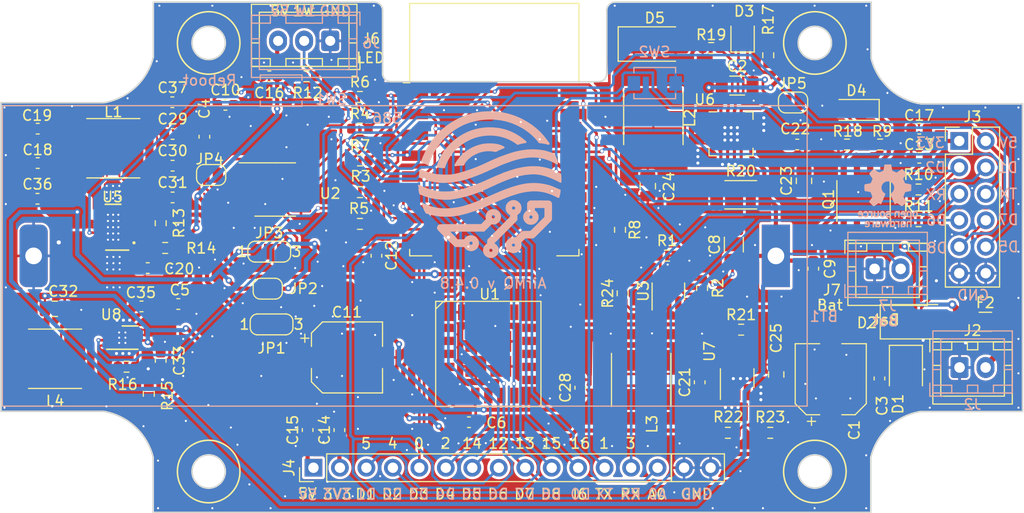
<source format=kicad_pcb>
(kicad_pcb (version 20221018) (generator pcbnew)
  (layers (0 "F.Cu" signal) (31 "B.Cu" signal) (34 "B.Paste" user) (35 "F.Paste" user) (36 "B.SilkS" user "B.Silkscreen") (37 "F.SilkS" user "F.Silkscreen") (38 "B.Mask" user) (39 "F.Mask" user) (44 "Edge.Cuts" user))
  (net 0 "")
  (net 1 "GND")
  (net 2 "+BATT")
  (net 3 "VCC")
  (net 4 "Net-(D4-K)")
  (net 5 "Net-(JP4-A)")
  (net 6 "+5V")
  (net 7 "Net-(U4-~{RST})")
  (net 8 "+3V3")
  (net 9 "Net-(U5-VINA)")
  (net 10 "Net-(U7-BS)")
  (net 11 "Net-(U7-LX)")
  (net 12 "Net-(U6-VREG)")
  (net 13 "Net-(U6-VS)")
  (net 14 "Net-(D2-K)")
  (net 15 "Net-(JP1-B)")
  (net 16 "Net-(JP1-A)")
  (net 17 "Net-(D3-A1)")
  (net 18 "Net-(D3-K1)")
  (net 19 "Net-(D3-K2)")
  (net 20 "Net-(D4-A)")
  (net 21 "Net-(D5-K)")
  (net 22 "Net-(J2-Pin_2)")
  (net 23 "/D2")
  (net 24 "/D1")
  (net 25 "/RX0")
  (net 26 "/TX0")
  (net 27 "/D6")
  (net 28 "/D7")
  (net 29 "/BoostEn")
  (net 30 "/D5")
  (net 31 "/D3")
  (net 32 "/D4")
  (net 33 "/D0")
  (net 34 "/A0")
  (net 35 "Net-(JP3-C)")
  (net 36 "Net-(JP5-A)")
  (net 37 "Net-(JP5-B)")
  (net 38 "Net-(L1-Pad1)")
  (net 39 "Net-(L1-Pad2)")
  (net 40 "Net-(L4-Pad2)")
  (net 41 "Net-(U3-RTH)")
  (net 42 "Net-(U3-FTH)")
  (net 43 "/P_Good")
  (net 44 "Net-(U5-FB)")
  (net 45 "Net-(U8-FB)")
  (net 46 "Net-(U7-EN)")
  (net 47 "Net-(U7-FB)")
  (net 51 "unconnected-(U3-LBO-Pad3)")
  (net 54 "Net-(U4-EN)")
  (footprint "Resistor_SMD:R_0603_1608Metric" (layer "F.Cu") (at 114.3508 114.8334 180)
    (fp_text reference "R14")
    (fp_text value "180k")
  )
  (footprint "Capacitor_SMD:C_0603_1608Metric" (layer "F.Cu") (at 112.6744 116.7638)
    (fp_text reference "C20")
    (fp_text value "100 nF")
  )
  (footprint "Jumper:SolderJumper-3_P1.3mm_Open_RoundedPad1.0x1.5mm_NumberLabels" (layer "F.Cu") (at 124.557 122.174)
    (fp_text reference "JP1")
    (fp_text value "3.3V Source")
  )
  (footprint "Package_SO:SOP-8_3.9x4.9mm_P1.27mm" (layer "F.Cu") (at 181.356 110.321 -90)
    (fp_text reference "Q1")
    (fp_text value "TPC8107")
  )
  (footprint "Resistor_SMD:R_0603_1608Metric" (layer "F.Cu") (at 169.609 122.682)
    (fp_text reference "R21")
    (fp_text value "100k")
  )
  (footprint "Connector_JST:JST_XH_B2B-XH-A_1x02_P2.50mm_Vertical" (layer "F.Cu") (at 182.412 116.84)
    (fp_text reference "J7")
    (fp_text value "Bat")
  )
  (footprint "Resistor_SMD:R_0603_1608Metric" (layer "F.Cu") (at 133.033 109.474 180)
    (fp_text reference "R3")
    (fp_text value "330k")
  )
  (footprint "Diode_SMD:D_SMA" (layer "F.Cu") (at 186.468 121.92)
    (fp_text reference "D2")
    (fp_text value "SC34")
  )
  (footprint "Capacitor_SMD:C_1206_3216Metric" (layer "F.Cu") (at 168.91 114.505 90)
    (fp_text reference "C8")
    (fp_text value "100 uF")
  )
  (footprint "Connector_PinHeader_2.54mm:PinHeader_1x16_P2.54mm_Vertical" (layer "F.Cu") (at 128.5748 135.9408 90)
    (fp_text reference "J4")
    (fp_text value "Dev")
  )
  (footprint "Resistor_SMD:R_0603_1608Metric" (layer "F.Cu") (at 133.033 112.522)
    (fp_text reference "R5")
    (fp_text value "100k")
  )
  (footprint "Capacitor_SMD:C_0603_1608Metric" (layer "F.Cu") (at 134.62 115.583 -90)
    (fp_text reference "C12")
    (fp_text value "100 nF")
  )
  (footprint "AirMQ_FP:Inductor_CD53" (layer "F.Cu") (at 160.02 127.508 -90)
    (fp_text reference "L3")
    (fp_text value "4.7 uH")
  )
  (footprint "Resistor_SMD:R_0603_1608Metric" (layer "F.Cu") (at 133.033 100.33)
    (fp_text reference "R6")
    (fp_text value "10k")
  )
  (footprint "Capacitor_SMD:C_0603_1608Metric" (layer "F.Cu") (at 115.0614 103.886)
    (fp_text reference "C29")
    (fp_text value "22 uF")
  )
  (footprint "Capacitor_SMD:C_0805_2012Metric" (layer "F.Cu") (at 175.641 108.392 90)
    (fp_text reference "C23")
    (fp_text value "10 uF")
  )
  (footprint "Resistor_SMD:R_0603_1608Metric" (layer "F.Cu") (at 166.7388 95.631 180)
    (fp_text reference "R19")
    (fp_text value "10k")
  )
  (footprint "Package_SO:SOIC-8_3.9x4.9mm_P1.27mm" (layer "F.Cu") (at 124.906 109.22)
    (fp_text reference "U2")
    (fp_text value "DS3231MZ")
  )
  (footprint "AirMQ_FP:LED_0603_Dual" (layer "F.Cu") (at 169.7482 94.5137 180)
    (fp_text reference "D3")
    (fp_text value "LED_Dual_CCAA")
  )
  (footprint "Resistor_SMD:R_0603_1608Metric" (layer "F.Cu") (at 179.767 104.902 180)
    (fp_text reference "R18")
    (fp_text value "20k")
  )
  (footprint "Capacitor_SMD:C_0603_1608Metric" (layer "F.Cu") (at 131.064 132.321 90)
    (fp_text reference "C14")
    (fp_text value "100 nF")
  )
  (footprint "AirMQ_FP:Inductor_CD53" (layer "F.Cu") (at 103.7844 125.476)
    (fp_text reference "L4")
    (fp_text value "2.2 uH")
  )
  (footprint "Resistor_SMD:R_0603_1608Metric" (layer "F.Cu") (at 168.339 132.588)
    (fp_text reference "R22")
    (fp_text value "150k")
  )
  (footprint "Resistor_SMD:R_0603_1608Metric" (layer "F.Cu") (at 158.242 119.189 90)
    (fp_text reference "R24")
    (fp_text value "39k")
  )
  (footprint "Capacitor_SMD:C_0603_1608Metric" (layer "F.Cu") (at 143.497 131.572 180)
    (fp_text reference "C6")
    (fp_text value "100 nF")
  )
  (footprint "Capacitor_SMD:C_0603_1608Metric" (layer "F.Cu") (at 176.53 116.827 -90)
    (fp_text reference "C9")
    (fp_text value "100 nF")
  )
  (footprint "Resistor_SMD:R_0603_1608Metric" (layer "F.Cu") (at 172.212 96.329 90)
    (fp_text reference "R17")
    (fp_text value "1k")
  )
  (footprint "AirMQ_FP:Inductor_CD53" (layer "F.Cu") (at 161.1884 102.362 -90)
    (fp_text reference "L2")
    (fp_text value "4.7 uH")
  )
  (footprint "Package_TO_SOT_SMD:SOT-23-6" (layer "F.Cu") (at 162.626 118.9935 90)
    (fp_text reference "U3")
    (fp_text value "CN302")
  )
  (footprint "AirMQ_FP:ESP-12E_noSPI" (layer "F.Cu") (at 145.9266 103.4692)
    (fp_text reference "U4" hide)
    (fp_text value "ESP-07")
  )
  (footprint "Resistor_SMD:R_0603_1608Metric" (layer "F.Cu") (at 133.033 103.378)
    (fp_text reference "R4")
    (fp_text value "10k")
  )
  (footprint "Capacitor_SMD:C_0805_2012Metric" (layer "F.Cu") (at 172.974 126.9848 -90)
    (fp_text reference "C25")
    (fp_text value "10 uF")
  )
  (footprint "Capacitor_SMD:C_1206_3216Metric" (layer "F.Cu") (at 169.23 99.2378)
    (fp_text reference "C2")
    (fp_text value "22 uF")
  )
  (footprint "Capacitor_SMD:C_0603_1608Metric" (layer "F.Cu") (at 115.062 109.982)
    (fp_text reference "C31")
    (fp_text value "22 uF")
  )
  (footprint "Resistor_SMD:R_0603_1608Metric" (layer "F.Cu") (at 186.627 109.22)
    (fp_text reference "R10")
    (fp_text value "4.7k")
  )
  (footprint "AirMQ_FP:QFN14-3X4MM" (layer "F.Cu") (at 109.3484 112.8415 180)
    (fp_text reference "U5")
    (fp_text value "TPS63020")
  )
  (footprint "Resistor_SMD:R_0603_1608Metric" (layer "F.Cu") (at 182.943 104.902 180)
    (fp_text reference "R9")
    (fp_text value "316k")
  )
  (footprint "Capacitor_SMD:C_0603_1608Metric" (layer "F.Cu") (at 102.121 106.68 180)
    (fp_text reference "C18")
    (fp_text value "10 uF")
  )
  (footprint "Capacitor_SMD:C_0603_1608Metric" (layer "F.Cu") (at 186.703 106.172 180)
    (fp_text reference "C13")
    (fp_text value "NP")
  )
  (footprint "Resistor_SMD:R_0603_1608Metric" (layer "F.Cu") (at 162.497 115.57)
    (fp_text reference "R1")
    (fp_text value "270k")
  )
  (footprint "Diode_SMD:D_SMA" (layer "F.Cu") (at 161.322 95.25)
    (fp_text reference "D5")
    (fp_text value "SC34")
  )
  (footprint "Capacitor_SMD:C_0603_1608Metric" (layer "F.Cu") (at 115.6084 120.2182)
    (fp_text reference "C5")
    (fp_text value "100 nF")
  )
  (footprint "Capacitor_SMD:CP_Elec_6.3x7.7" (layer "F.Cu") (at 178.2064 127.4394 90)
    (fp_text reference "C1")
    (fp_text value "100 uF")
  )
  (footprint "Capacitor_SMD:C_0805_2012Metric" (layer "F.Cu") (at 160.655 108.9 -90)
    (fp_text reference "C24")
    (fp_text value "22 uF")
  )
  (footprint "Resistor_SMD:R_0603_1608Metric" (layer "F.Cu") (at 165.862 118.681 -90)
    (fp_text reference "R2")
    (fp_text value "390k")
  )
  (footprint "Capacitor_SMD:C_0603_1608Metric" (layer "F.Cu") (at 128.016 132.321 90)
    (fp_text reference "C15")
    (fp_text value "100 nF")
  )
  (footprint "Capacitor_SMD:C_0603_1608Metric" (layer "F.Cu") (at 102.121 103.378 180)
    (fp_text reference "C19")
    (fp_text value "10 uF")
  )
  (footprint "Capacitor_SMD:C_0603_1608Metric" (layer "F.Cu") (at 165.6334 127.7366 90)
    (fp_text reference "C21")
    (fp_text value "22 nF")
  )
  (footprint "Connector_JST:JST_XH_B3B-XH-A_1x03_P2.50mm_Vertical" (layer "F.Cu") (at 130.1858 94.9452 180)
    (fp_text reference "J6")
    (fp_text value "1Wire/LED")
  )
  (footprint "Capacitor_SMD:C_0603_1608Metric" (layer "F.Cu") (at 186.703 103.378 180)
    (fp_text reference "C17")
    (fp_text value "10 uF")
  )
  (footprint "Jumper:SolderJumper-3_P1.3mm_Open_RoundedPad1.0x1.5mm_NumberLabels" (layer "F.Cu") (at 124.333 115.189)
    (fp_text reference "JP3")
    (fp_text value "RTC Source")
  )
  (footprint "Resistor_SMD:R_0603_1608Metric" (layer "F.Cu") (at 133.033 106.426)
    (fp_text reference "R7")
    (fp_text value "100")
  )
  (footprint "Connector_JST:JST_XH_B2B-XH-A_1x02_P2.50mm_Vertical" (layer "F.Cu") (at 190.5654 126.3142)
    (fp_text reference "J2")
    (fp_text value "MAIN_PWR")
  )
  (footprint "Capacitor_SMD:C_0603_1608Metric" (layer "F.Cu") (at 113.919 125.6792 -90)
    (fp_text reference "C33")
    (fp_text value "100 nF")
  )
  (footprint "Jumper:SolderJumper-2_P1.3mm_Open_RoundedPad1.0x1.5mm" (layer "F.Cu") (at 174.5892 100.8634 180)
    (fp_text reference "JP5")
    (fp_text value "LiPo/LiFe")
  )
  (footprint "Jumper:SolderJumper-2_P1.3mm_Open_RoundedPad1.0x1.5mm" (layer "F.Cu") (at 118.76 107.823)
    (fp_text reference "JP4")
    (fp_text value "VCC Bypass")
  )
  (footprint "AirMQ_FP:Inductor_CD53" (layer "F.Cu") (at 109.3724 105.2576)
    (fp_text reference "L1")
    (fp_text value "1.5 uH")
  )
  (footprint "Capacitor_SMD:C_0603_1608Metric" (layer "F.Cu") (at 112.08 120.4468 180)
    (fp_text reference "C35")
    (fp_text value "22 uF")
  )
  (footprint "Capacitor_SMD:C_0603_1608Metric" (layer "F.Cu") (at 154.178 128.257 90)
    (fp_text reference "C28")
    (fp_text value "22 uF")
  )
  (footprint "Package_DFN_QFN:QFN-16-1EP_4x4mm_P0.65mm_EP2.1x2.1mm" (layer "F.Cu") (at 168.639 103.869)
    (fp_text reference "U6")
    (fp_text value "TP5000")
  )
  (footprint "AirMQ_FP:SCD40" (layer "F.Cu") (at 145.3582 124.9888)
    (fp_text reference "U1")
    (fp_text value "SCD40")
  )
  (footprint "Jumper:SolderJumper-2_P1.3mm_Open_RoundedPad1.0x1.5mm" (layer "F.Cu") (at 124.191 118.745)
    (fp_text reference "JP2")
    (fp_text value "LiFe/LiPo")
  )
  (footprint "Resistor_SMD:R_2010_5025Metric" (layer "F.Cu") (at 169.5715 109.728)
    (fp_text reference "R20")
    (fp_text value "0.2")
  )
  (footprint "Capacitor_SMD:C_0603_1608Metric" (layer "F.Cu") (at 174.993 104.902)
    (fp_text reference "C22")
    (fp_text value "100 nF")
  )
  (footprint "Resistor_SMD:R_0603_1608Metric" (layer "F.Cu") (at 172.403 132.588)
    (fp_text reference "R23")
    (fp_text value "33k")
  )
  (footprint "Diode_SMD:D_SOD-123F" (layer "F.Cu") (at 180.6448 101.5746 180)
    (fp_text reference "D4")
    (fp_text value "5.1V")
  )
  (footprint "Capacitor_SMD:C_0603_1608Metric" (layer "F.Cu") (at 118.11 104.153 90)
    (fp_text reference "C4")
    (fp_text value "100 nF")
  )
  (footprint "Fuse:Fuse_1206_3216Metric_Pad1.42x1.75mm_HandSolder" (layer "F.Cu") (at 193.04 121.92)
    (fp_text reference "F2")
    (fp_text value "0.5A")
  )
  (footprint "Resistor_SMD:R_0603_1608Metric" (layer "F.Cu") (at 113.919 112.459 -90)
    (fp_text reference "R13")
    (fp_text value "1M")
  )
  (footprint "Diode_SMD:D_1210_3225Metric" (layer "F.Cu") (at 185.42 126.4696 -90)
    (fp_text reference "D1")
    (fp_text value "D_TVS")
  )
  (footprint "Package_DFN_QFN:DFN-8-1EP_3x2mm_P0.5mm_EP1.36x1.46mm" (layer "F.Cu") (at 110.236 123.444)
    (fp_text reference "U8")
    (fp_text value "SY7088")
  )
  (footprint "Capacitor_SMD:C_0805_2012Metric" (layer "F.Cu") (at 103.759 120.6754)
    (fp_text reference "C32")
    (fp_text value "10 uF")
  )
  (footprint "Resistor_SMD:R_0603_1608Metric" (layer "F.Cu") (at 157.988 113.093 -90)
    (fp_text reference "R8")
    (fp_text value "10k")
  )
  (footprint "Resistor_SMD:R_0603_1608Metric" (layer "F.Cu") (at 112.776 128.841 90)
    (fp_text reference "R15")
    (fp_text value "510k")
  )
  (footprint "AirMQ_FP:PinHeader_2x06_P2.54mm_Vertical_CC" (layer "F.Cu") (at 190.5366 104.5588)
    (fp_text reference "J3")
    (fp_text value "ExpBoard")
  )
  (footprint "Capacitor_SMD:CP_Elec_6.3x7.7" (layer "F.Cu") (at 131.793 125.349)
    (fp_text reference "C11")
    (fp_text value "330 uF")
  )
  (footprint "Capacitor_SMD:C_0603_1608Metric" (layer "F.Cu") (at 182.88 127.368 -90)
    (fp_text reference "C3")
    (fp_text value "100 nF")
  )
  (footprint "Capacitor_SMD:C_0603_1608Metric" (layer "F.Cu") (at 115.062 106.934)
    (fp_text reference "C30")
    (fp_text value "22 uF")
  )
  (footprint "Resistor_SMD:R_0603_1608Metric" (layer "F.Cu") (at 186.627 112.268)
    (fp_text reference "R11")
    (fp_text value "4.7k")
  )
  (footprint "Resistor_SMD:R_0603_1608Metric" (layer "F.Cu") (at 127.9144 98.3488)
    (fp_text reference "R12")
    (fp_text value "4.7k")
  )
  (footprint "Capacitor_SMD:C_0603_1608Metric" (layer "F.Cu") (at 120.129 101.092)
    (fp_text reference "C10")
    (fp_text value "100 nF")
  )
  (footprint "Package_TO_SOT_SMD:SOT-23-6_Handsoldering" (layer "F.Cu") (at 169.23 127.334 90)
    (fp_text reference "U7")
    (fp_text value "STI3470")
  )
  (footprint "Resistor_SMD:R_0603_1608Metric" (layer "F.Cu") (at 110.6424 126.238 180)
    (fp_text reference "R16")
    (fp_text value "160k")
  )
  (footprint "Capacitor_SMD:C_0603_1608Metric" (layer "F.Cu") (at 115.036 100.838)
    (fp_text reference "C37")
    (fp_text value "100 nF")
  )
  (footprint "Capacitor_SMD:C_0603_1608Metric" (layer "F.Cu") (at 102.095 110.109 180)
    (fp_text reference "C36")
    (fp_text value "100 nF")
  )
  (footprint "Capacitor_SMD:C_0603_1608Metric" (layer "F.Cu") (at 124.3454 98.3488 180)
    (fp_text reference "C16")
    (fp_text value "100 nF")
  )
  (footprint "Symbol:OSHW-Logo_5.7x6mm_SilkScreen" (layer "B.Cu") (at 183.6928 109.8296 180)
    (fp_text reference "REF**" hide)
    (fp_text value "OSHW-Logo_5.7x6mm_SilkScreen" hide)
  )
  (footprint "Connector_JST:JST_XH_B2B-XH-A_1x02_P2.50mm_Vertical" (layer "B.Cu") (at 190.5654 126.3142)
    (fp_text reference "J2")
    (fp_text value "MAIN_PWR")
  )
  (footprint "AirMQ_FP:26650" (layer "B.Cu") (at 138.224 115.6462)
    (fp_text reference "BT1")
    (fp_text value "LiPo/\nLiFePo4")
  )
  (footprint "AirMQ_FP:SW_PUSH_4x3x2" (layer "B.Cu") (at 161.322 99 180)
    (fp_text reference "SW2")
    (fp_text value "HW_RESET")
  )
  (footprint "Connector_JST:JST_XH_B2B-XH-A_1x02_P2.50mm_Vertical" (layer "B.Cu") (at 182.412 116.84)
    (fp_text reference "J7")
    (fp_text value "Bat")
  )
  (footprint "AirMQ_FP:AirMQ_Logo_new" (layer "B.Cu") (at 145.94967 110.241323 180)
    (fp_text reference "586")
    (fp_text value "AirMQ_Logo")
  )
  (footprint "Connector_JST:JST_XH_B3B-XH-A_1x03_P2.50mm_Vertical" (layer "B.Cu") (at 130.1858 94.9452 180)
    (fp_text reference "J6")
    (fp_text value "1Wire/LED")
  )
  (footprint "AirMQ_FP:SW_PUSH_4x3x2" (layer "B.Cu") (at 125.476 99.7204 180)
    (fp_text reference "SW1")
    (fp_text value "RESET")
  )
  (gr_circle (center 176.6828 136.3042) (end 179.6828 136.3042) (stroke (width 0.15)) (fill none) (layer "F.SilkS"))
  (gr_circle (center 176.6828 95.1442) (end 179.6828 95.1442) (stroke (width 0.15)) (fill none) (layer "F.SilkS"))
  (gr_circle (center 118.5228 95.1442) (end 121.5228 95.1442) (stroke (width 0.15)) (fill none) (layer "F.SilkS"))
  (gr_line (start 162.9156 134.7236) (end 162.9156 137.162) (stroke (width 0.15)) (layer "F.SilkS"))
  (gr_circle (center 118.5228 136.3042) (end 121.5228 136.3042) (stroke (width 0.15)) (fill none) (layer "F.SilkS"))
  (gr_circle (center 176.6828 95.1442) (end 178.2828 95.1442) (stroke (width 0.15)) (fill none) (layer "Edge.Cuts"))
  (gr_arc (start 113.2166 96.4888) (mid 111.498718 99.405082) (end 108.4566 100.8888) (stroke (width 0.15)) (layer "Edge.Cuts"))
  (gr_line (start 182.0466 134.9188) (end 182.0466 140.2242) (stroke (width 0.15)) (layer "Edge.Cuts"))
  (gr_line (start 196.6028 130.5388) (end 186.8466 130.5388) (stroke (width 0.15)) (layer "Edge.Cuts"))
  (gr_arc (start 182.0466 134.9188) (mid 183.786429 132.005312) (end 186.8466 130.5388) (stroke (width 0.15)) (layer "Edge.Cuts"))
  (gr_arc (start 134.4042 91.2242) (mid 134.969885 91.458515) (end 135.2042 92.0242) (stroke (width 0.15)) (layer "Edge.Cuts"))
  (gr_arc (start 136.0042 98.8692) (mid 135.438515 98.634885) (end 135.2042 98.0692) (stroke (width 0.15)) (layer "Edge.Cuts"))
  (gr_line (start 156.7178 92.0242) (end 156.7178 98.0692) (stroke (width 0.15)) (layer "Edge.Cuts"))
  (gr_circle (center 176.6828 136.3042) (end 178.2828 136.3042) (stroke (width 0.15)) (fill none) (layer "Edge.Cuts"))
  (gr_arc (start 186.8666 100.9988) (mid 183.812459 99.529627) (end 182.0766 96.6188) (stroke (width 0.15)) (layer "Edge.Cuts"))
  (gr_circle (center 118.5228 95.1442) (end 120.1228 95.1442) (stroke (width 0.15)) (fill none) (layer "Edge.Cuts"))
  (gr_arc (start 108.4066 130.5188) (mid 111.463754 131.99797) (end 113.1966 134.9188) (stroke (width 0.15)) (layer "Edge.Cuts"))
  (gr_line (start 182.0766 91.2242) (end 157.5178 91.2242) (stroke (width 0.15)) (layer "Edge.Cuts"))
  (gr_circle (center 118.5228 136.3042) (end 120.1228 136.3042) (stroke (width 0.15)) (fill none) (layer "Edge.Cuts"))
  (gr_line (start 98.6028 130.5188) (end 108.4066 130.5188) (stroke (width 0.15)) (layer "Edge.Cuts"))
  (gr_line (start 135.2042 98.0692) (end 135.2042 92.0242) (stroke (width 0.15)) (layer "Edge.Cuts"))
  (gr_line (start 113.2166 96.4888) (end 113.2166 91.2242) (stroke (width 0.15)) (layer "Edge.Cuts"))
  (gr_arc (start 156.7178 98.0692) (mid 156.483485 98.634885) (end 155.9178 98.8692) (stroke (width 0.15)) (layer "Edge.Cuts"))
  (gr_line (start 113.1966 134.9188) (end 113.1966 140.2242) (stroke (width 0.15)) (layer "Edge.Cuts"))
  (gr_line (start 113.1966 140.2242) (end 182.0466 140.2242) (stroke (width 0.15)) (layer "Edge.Cuts"))
  (gr_line (start 155.9178 98.8692) (end 136.0042 98.8692) (stroke (width 0.15)) (layer "Edge.Cuts"))
  (gr_line (start 98.6028 100.8888) (end 108.4566 100.8888) (stroke (width 0.15)) (layer "Edge.Cuts"))
  (gr_line (start 98.6028 100.8888) (end 98.6028 130.5188) (stroke (width 0.15)) (layer "Edge.Cuts"))
  (gr_arc (start 156.7178 92.0242) (mid 156.952115 91.458515) (end 157.5178 91.2242) (stroke (width 0.15)) (layer "Edge.Cuts"))
  (gr_line (start 196.6028 100.9988) (end 186.8666 100.9988) (stroke (width 0.15)) (layer "Edge.Cuts"))
  (gr_line (start 182.0766 96.6188) (end 182.0766 91.2242) (stroke (width 0.15)) (layer "Edge.Cuts"))
  (gr_line (start 113.2166 91.2242) (end 134.4042 91.2242) (stroke (width 0.15)) (layer "Edge.Cuts"))
  (gr_line (start 196.6028 100.9988) (end 196.6028 130.5388) (stroke (width 0.15)) (layer "Edge.Cuts"))
  (gr_text "Reboot" (at 121.285 99.314) (layer "B.SilkS") (effects (font (size 1 1)) (justify left bottom mirror)))
  (gr_text "5V" (at 128.0414 138.5463) (layer "B.SilkS") (effects (font (size 1 1)) (justify mirror)))
  (gr_text "GND" (at 165.3794 138.4828) (layer "B.SilkS") (effects (font (size 1 1)) (justify mirror)))
  (gr_text "GND" (at 191.8716 119.3693) (layer "B.SilkS") (effects (font (size 1 1)) (justify mirror)))
  (gr_text "D1" (at 195.1736 107.1138) (layer "B.SilkS") (effects (font (size 1 1)) (justify mirror)))
  (gr_text "3V3" (at 130.8989 138.4828) (layer "B.SilkS") (effects (font (size 1 1)) (justify mirror)))
  (gr_text "D2" (at 188.2521 107.1138) (layer "B.SilkS") (effects (font (size 1 1)) (justify mirror)))
  (gr_text "D1" (at 133.6294 138.4828) (layer "B.SilkS") (effects (font (size 1 1)) (justify mirror)))
  (gr_text "RX" (at 159.0294 138.4828) (layer "B.SilkS") (effects (font (size 1 1)) (justify mirror)))
  (gr_text "RX" (at 188.3156 109.7173) (layer "B.SilkS") (effects (font (size 1 1)) (justify mirror)))
  (gr_text "5V" (at 125.349 92.075) (layer "B.SilkS") (effects (font (size 1 1)) (justify mirror)))
  (gr_text "D5" (at 143.7894 138.4828) (layer "B.SilkS") (effects (font (size 1 1)) (justify mirror)))
  (gr_text "5V" (at 195.2498 104.7262) (layer "B.SilkS") (effects (font (size 1 1)) (justify mirror)))
  (gr_text "1W" (at 127.762 92.075) (layer "B.SilkS") (effects (font (size 1 1)) (justify mirror)))
  (gr_text "D7" (at 195.2371 112.1303) (layer "B.SilkS") (effects (font (size 1 1)) (justify mirror)))
  (gr_text "TX" (at 195.2371 109.6538) (layer "B.SilkS") (effects (font (size 1 1)) (justify mirror)))
  (gr_text "TX" (at 156.4894 138.4828) (layer "B.SilkS") (effects (font (size 1 1)) (justify mirror)))
  (gr_text "D3" (at 138.7094 138.4828) (layer "B.SilkS") (effects (font (size 1 1)) (justify mirror)))
  (gr_text "D5" (at 195.2371 114.7338) (layer "B.SilkS") (effects (font (size 1 1)) (justify mirror)))
  (gr_text "Bat" (at 184.785 122.428) (layer "B.SilkS") (effects (font (size 1 1)) (justify left bottom mirror)))
  (gr_text "D6" (at 188.341 112.1664) (layer "B.SilkS") (effects (font (size 1 1)) (justify mirror)))
  (gr_text "D4" (at 141.2494 138.4828) (layer "B.SilkS") (effects (font (size 1 1)) (justify mirror)))
  (gr_text "D8" (at 188.3918 114.8334) (layer "B.SilkS") (effects (font (size 1 1)) (justify mirror)))
  (gr_text "3V3" (at 187.7568 104.7262) (layer "B.SilkS") (effects (font (size 1 1)) (justify mirror)))
  (gr_text "D2" (at 136.1694 138.4828) (layer "B.SilkS") (effects (font (size 1 1)) (justify mirror)))
  (gr_text "GND" (at 130.683 92.075) (layer "B.SilkS") (effects (font (size 1 1)) (justify mirror)))
  (gr_text "D8" (at 151.4094 138.4828) (layer "B.SilkS") (effects (font (size 1 1)) (justify mirror)))
  (gr_text "A0" (at 161.5694 138.4828) (layer "B.SilkS") (effects (font (size 1 1)) (justify mirror)))
  (gr_text "D0" (at 154.2034 138.4828) (layer "B.SilkS") (effects (font (size 1 1)) (justify mirror)))
  (gr_text "D6" (at 146.3294 138.4828) (layer "B.SilkS") (effects (font (size 1 1)) (justify mirror)))
  (gr_text "D7" (at 148.8694 138.4828) (layer "B.SilkS") (effects (font (size 1 1)) (justify mirror)))
  (gr_text "AirMQ v 0.4.8" (at 151.0284 118.8212) (layer "B.SilkS") (effects (font (size 1 1)) (justify left bottom mirror)))
  (gr_text "A0" (at 161.5186 138.4828) (layer "F.SilkS") (effects (font (size 1 1))))
  (gr_text "13" (at 148.8694 133.604) (layer "F.SilkS") (effects (font (size 1 1))))
  (gr_text "15" (at 151.4094 133.604) (layer "F.SilkS") (effects (font (size 1 1))))
  (gr_text "16" (at 154.178 133.604) (layer "F.SilkS") (effects (font (size 1 1))))
  (gr_text "12" (at 146.304 133.604) (layer "F.SilkS") (effects (font (size 1 1))))
  (gr_text "TX" (at 156.4386 138.4828) (layer "F.SilkS") (effects (font (size 1 1))))
  (gr_text "5V" (at 125.349 92.075) (layer "F.SilkS") (effects (font (size 1 1))))
  (gr_text "D3" (at 138.6586 138.4828) (layer "F.SilkS") (effects (font (size 1 1))))
  (gr_text "D8" (at 151.3586 138.4828) (layer "F.SilkS") (effects (font (size 1 1))))
  (gr_text "1W" (at 127.635 92.075) (layer "F.SilkS") (effects (font (size 1 1))))
  (gr_text "3" (at 159.004 133.604) (layer "F.SilkS") (effects (font (size 1 1))))
  (gr_text "5V" (at 127.9906 138.4193) (layer "F.SilkS") (effects (font (size 1 1))))
  (gr_text "GND" (at 130.683 92.075) (layer "F.SilkS") (effects (font (size 1 1))))
  (gr_text "D7" (at 148.8186 138.4828) (layer "F.SilkS") (effects (font (size 1 1))))
  (gr_text "D5" (at 143.7386 138.4828) (layer "F.SilkS") (effects (font (size 1 1))))
  (gr_text "GND" (at 165.3286 138.4828) (layer "F.SilkS") (effects (font (size 1 1))))
  (gr_text "1" (at 156.464 133.604) (layer "F.SilkS") (effects (font (size 1 1))))
  (gr_text "4" (at 136.1694 133.604) (layer "F.SilkS") (effects (font (size 1 1))))
  (gr_text "D2" (at 136.1186 138.4828) (layer "F.SilkS") (effects (font (size 1 1))))
  (gr_text "RX" (at 158.9786 138.4828) (layer "F.SilkS") (effects (font (size 1 1))))
  (gr_text "14" (at 143.7894 133.604) (layer "F.SilkS") (effects (font (size 1 1))))
  (gr_text "D6" (at 146.2786 138.4828) (layer "F.SilkS") (effects (font (size 1 1))))
  (gr_text "0" (at 138.684 133.604) (layer "F.SilkS") (effects (font (size 1 1))))
  (gr_text "D1" (at 133.5786 138.4828) (layer "F.SilkS") (effects (font (size 1 1))))
  (gr_text "LED" (at 132.588 97.155) (layer "F.SilkS") (effects (font (size 1 1)) (justify left bottom)))
  (gr_text "Bat" (at 176.784 120.904) (layer "F.SilkS") (effects (font (size 1 1)) (justify left bottom)))
  (gr_text "D4" (at 141.1986 138.4828) (layer "F.SilkS") (effects (font (size 1 1))))
  (gr_text "Bat" (at 184.912 122.301) (layer "F.SilkS") (effects (font (size 1 1)) (justify left bottom mirror)))
  (gr_text "5" (at 133.6294 133.604) (layer "F.SilkS") (effects (font (size 1 1))))
  (gr_text "3V3" (at 130.8481 138.4828) (layer "F.SilkS") (effects (font (size 1 1))))
  (gr_text "I6" (at 154.1526 138.4828) (layer "F.SilkS") (effects (font (size 1 1))))
  (gr_text "2" (at 141.2494 133.604) (layer "F.SilkS") (effects (font (size 1 1))))
  (segment (start 109.855 114.0426) (end 110.0561 113.8415) (width 0.25) (layer "F.Cu") (net 1))
  (segment (start 162.626 120.131) (end 162.626 121.346) (width 0.25) (layer "F.Cu") (net 1))
  (segment (start 110.0561 113.8415) (end 110.7484 113.8415) (width 0.25) (layer "F.Cu") (net 1))
  (via (at 183.896 131.445) (size 0.4) (drill 0.2) (layers "F.Cu" "B.Cu") (net 1))
  (via (at 157.48 91.567) (size 0.4) (drill 0.2) (layers "F.Cu" "B.Cu") (net 1))
  (via (at 108.855 112.2426) (size 0.4) (drill 0.2) (layers "F.Cu" "B.Cu") (net 1))
  (via (at 187.706 130.175) (size 0.4) (drill 0.2) (layers "F.Cu" "B.Cu") (net 1))
  (via (at 157.226 133.858) (size 0.4) (drill 0.2) (layers "F.Cu" "B.Cu") (net 1))
  (via (at 123.698 124.079) (size 0.4) (drill 0.2) (layers "F.Cu" "B.Cu") (net 1))
  (via (at 109.947 108.874) (size 0.4) (drill 0.2) (layers "F.Cu" "B.Cu") (net 1))
  (via (at 126.619 97.028) (size 0.4) (drill 0.2) (layers "F.Cu" "B.Cu") (net 1))
  (via (at 178.181 113.157) (size 0.4) (drill 0.2) (layers "F.Cu" "B.Cu") (net 1))
  (via (at 115.57 108.331) (size 0.4) (drill 0.2) (layers "F.Cu" "B.Cu") (net 1))
  (via (at 116.078 123.571) (size 0.4) (drill 0.2) (layers "F.Cu" "B.Cu") (net 1))
  (via (at 131.699 114.3) (size 0.4) (drill 0.2) (layers "F.Cu" "B.Cu") (net 1))
  (via (at 168.427 106.807) (size 0.4) (drill 0.3) (layers "F.Cu" "B.Cu") (net 1))
  (via (at 171.704 139.827) (size 0.4) (drill 0.2) (layers "F.Cu" "B.Cu") (net 1))
  (via (at 117.348 121.158) (size 0.4) (drill 0.2) (layers "F.Cu" "B.Cu") (net 1))
  (via (at 126.873 132.08) (size 0.4) (drill 0.2) (layers "F.Cu" "B.Cu") (net 1))
  (via (at 109.355 112.2426) (size 0.4) (drill 0.2) (layers "F.Cu" "B.Cu") (net 1))
  (via (at 116.332 131.445) (size 0.4) (drill 0.2) (layers "F.Cu" "B.Cu") (net 1))
  (via (at 196.215 119.634) (size 0.4) (drill 0.2) (layers "F.Cu" "B.Cu") (net 1))
  (via (at 184.912 104.775) (size 0.4) (drill 0.2) (layers "F.Cu" "B.Cu") (net 1))
  (via (at 134.493 98.679) (size 0.4) (drill 0.2) (layers "F.Cu" "B.Cu") (net 1))
  (via (at 123.571 127.127) (size 0.4) (drill 0.2) (layers "F.Cu" "B.Cu") (net 1))
  (via (at 170.18 127.381) (size 0.4) (drill 0.3) (layers "F.Cu" "B.Cu") (net 1))
  (via (at 193.04 101.346) (size 0.4) (drill 0.2) (layers "F.Cu" "B.Cu") (net 1))
  (via (at 151.003 102.616) (size 0.4) (drill 0.2) (layers "F.Cu" "B.Cu") (net 1))
  (via (at 150.749 133.858) (size 0.4) (drill 0.2) (layers "F.Cu" "B.Cu") (net 1))
  (via (at 109.677 124.968) (size 0.4) (drill 0.3) (layers "F.Cu" "B.Cu") (net 1))
  (via (at 130.302 96.774) (size 0.4) (drill 0.2) (layers "F.Cu" "B.Cu") (net 1))
  (via (at 109.382 116.297) (size 0.4) (drill 0.2) (layers "F.Cu" "B.Cu") (net 1))
  (via (at 176.403 114.554) (size 0.4) (drill 0.2) (layers "F.Cu" "B.Cu") (net 1))
  (via (at 155.702 108.966) (size 0.4) (drill 0.2) (layers "F.Cu" "B.Cu") (net 1))
  (via (at 196.215 101.346) (size 0.4) (drill 0.2) (layers "F.Cu" "B.Cu") (net 1))
  (via (at 176.657 139.827) (size 0.4) (drill 0.2) (layers "F.Cu" "B.Cu") (net 1))
  (via (at 113.792 91.567) (size 0.4) (drill 0.2) (layers "F.Cu" "B.Cu") (net 1))
  (via (at 120.65 132.08) (size 0.4) (drill 0.2) (layers "F.Cu" "B.Cu") (net 1))
  (via (at 125.984 102.108) (size 0.4) (drill 0.2) (layers "F.Cu" "B.Cu") (net 1))
  (via (at 168.0464 103.8764) (size 0.6) (drill 0.3) (layers "F.Cu" "B.Cu") (net 1))
  (via (at 196.215 110.617) (size 0.4) (drill 0.2) (layers "F.Cu" "B.Cu") (net 1))
  (via (at 143.637 118.11) (size 0.4) (drill 0.2) (layers "F.Cu" "B.Cu") (net 1))
  (via (at 168.097 130.15) (size 0.4) (drill 0.3) (layers "F.Cu" "B.Cu") (net 1))
  (via (at 116.967 124.841) (size 0.4) (drill 0.2) (layers "F.Cu" "B.Cu") (net 1))
  (via (at 145.415 127.7112) (size 0.4) (drill 0.2) (layers "F.Cu" "B.Cu") (net 1))
  (via (at 119.38 109.22) (size 0.4) (drill 0.2) (layers "F.Cu" "B.Cu") (net 1))
  (via (at 109.355 113.4426) (size 0.4) (drill 0.2) (layers "F.Cu" "B.Cu") (net 1))
  (via (at 171.704 91.567) (size 0.4) (drill 0.2) (layers "F.Cu" "B.Cu") (net 1))
  (via (at 188.5442 106.553) (size 0.4) (drill 0.2) (layers "F.Cu" "B.Cu") (net 1))
  (via (at 196.215 126.873) (size 0.4) (drill 0.2) (layers "F.Cu" "B.Cu") (net 1))
  (via (at 156.591 102.235) (size 0.4) (drill 0.2) (layers "F.Cu" "B.Cu") (net 1))
  (via (at 151.257 129.286) (size 0.4) (drill 0.2) (layers "F.Cu" "B.Cu") (net 1))
  (via (at 134.9756 136.7536) (size 0.4) (drill 0.2) (layers "F.Cu" "B.Cu") (net 1))
  (via (at 120.0404 118.6942) (size 0.4) (drill 0.2) (layers "F.Cu" "B.Cu") (net 1))
  (via (at 99.06 118.618) (size 0.4) (drill 0.2) (layers "F.Cu" "B.Cu") (net 1))
  (via (at 125.984 123.952) (size 0.4) (drill 0.2) (layers "F.Cu" "B.Cu") (net 1))
  (via (at 171.501 128.194) (size 0.4) (drill 0.3) (layers "F.Cu" "B.Cu") (net 1))
  (via (at 165.862 123.063) (size 0.4) (drill 0.2) (layers "F.Cu" "B.Cu") (net 1))
  (via (at 109.982 116.897) (size 0.4) (drill 0.2) (layers "F.Cu" "B.Cu") (net 1))
  (via (at 121.666 98.425) (size 0.4) (drill 0.2) (layers "F.Cu" "B.Cu") (net 1))
  (via (at 128.651 99.441) (size 0.4) (drill 0.2) (layers "F.Cu" "B.Cu") (net 1))
  (via (at 109.355 111.6426) (size 0.4) (drill 0.2) (layers "F.Cu" "B.Cu") (net 1))
  (via (at 109.9356 123.952) (size 0.4) (drill 0.2) (layers "F.Cu" "B.Cu") (net 1))
  (via (at 109.855 112.8426) (size 0.4) (drill 0.2) (layers "F.Cu" "B.Cu") (net 1))
  (via (at 125.9586 100.4316) (size 0.4) (drill 0.2) (layers "F.Cu" "B.Cu") (net 1))
  (via (at 166.1668 112.8522) (size 0.4) (drill 0.2) (layers "F.Cu" "B.Cu") (net 1))
  (via (at 142.7988 125.0442) (size 0.4) (drill 0.2) (layers "F.Cu" "B.Cu") (net 1))
  (via (at 140.208 116.205) (size 0.4) (drill 0.2) (layers "F.Cu" "B.Cu") (net 1))
  (via (at 126.8222 116.7638) (size 0.4) (drill 0.2) (layers "F.Cu" "B.Cu") (net 1))
  (via (at 128.905 127.254) (size 0.4) (drill 0.2) (layers "F.Cu" "B.Cu") (net 1))
  (via (at 163.703 133.604) (size 0.4) (drill 0.2) (layers "F.Cu" "B.Cu") (net 1))
  (via (at 109.982 118.618) (size 0.4) (drill 0.2) (layers "F.Cu" "B.Cu") (net 1))
  (via (at 189.8295 113.538) (size 0.4) (drill 0.2) (layers "F.Cu" "B.Cu") (net 1))
  (via (at 196.215 115.189) (size 0.4) (drill 0.2) (layers "F.Cu" "B.Cu") (net 1))
  (via (at 128.9812 116.1542) (size 0.4) (drill 0.2) (layers "F.Cu" "B.Cu") (net 1))
  (via (at 123.952 110.617) (size 0.4) (drill 0.2) (layers "F.Cu" "B.Cu") (net 1))
  (via (at 174.117 131.572) (size 0.4) (drill 0.2) (layers "F.Cu" "B.Cu") (net 1))
  (via (at 141.097 101.6) (size 0.4) (drill 0.2) (layers "F.Cu" "B.Cu") (net 1))
  (via (at 114.935 116.713) (size 0.4) (drill 0.2) (layers "F.Cu" "B.Cu") (net 1))
  (via (at 109.855 113.4426) (size 0.4) (drill 0.2) (layers "F.Cu" "B.Cu") (net 1))
  (via (at 110.5356 122.952) (size 0.4) (drill 0.2) (layers "F.Cu" "B.Cu") (net 1))
  (via (at 105.41 101.219) (size 0.4) (drill 0.2) (layers "F.Cu" "B.Cu") (net 1))
  (via (at 175.3108 102.5652) (size 0.4) (drill 0.2) (layers "F.Cu" "B.Cu") (net 1))
  (via (at 108.747 110.074) (size 0.4) (drill 0.2) (layers "F.Cu" "B.Cu") (net 1))
  (via (at 108.712 130.048) (size 0.4) (drill 0.2) (layers "F.Cu" "B.Cu") (net 1))
  (via (at 118.872 123.317) (size 0.4) (drill 0.2) (layers "F.Cu" "B.Cu") (net 1))
  (via (at 133.096 107.569) (size 0.4) (drill 0.2) (layers "F.Cu" "B.Cu") (net 1))
  (via (at 110.744 100.457) (size 0.4) (drill 0.2) (layers "F.Cu" "B.Cu") (net 1))
  (via (at 113.665 139.827) (size 0.4) (drill 0.2) (layers "F.Cu" "B.Cu") (net 1))
  (via (at 118.872 139.827) (size 0.4) (drill 0.2) (layers "F.Cu" "B.Cu") (net 1))
  (via (at 124.46 91.567) (size 0.4) (drill 0.2) (layers "F.Cu" "B.Cu") (net 1))
  (via (at 109.855 112.2426) (size 0.4) (drill 0.2) (layers "F.Cu" "B.Cu") (net 1))
  (via (at 125.857 138.684) (size 0.4) (drill 0.2) (layers "F.Cu" "B.Cu") (net 1))
  (via (at 170.18 119.507) (size 0.4) (drill 0.2) (layers "F.Cu" "B.Cu") (net 1))
  (via (at 115.5954 112.5982) (size 0.4) (drill 0.2) (layers "F.Cu" "B.Cu") (net 1))
  (via (at 160.02 116.713) (size 0.4) (drill 0.2) (layers "F.Cu" "B.Cu") (net 1))
  (via (at 138.049 132.207) (size 0.4) (drill 0.2) (layers "F.Cu" "B.Cu") (net 1))
  (via (at 138.049 121.285) (size 0.4) (drill 0.2) (layers "F.Cu" "B.Cu") (net 1))
  (via (at 164.6428 116.0526) (size 0.4) (drill 0.2) (layers "F.Cu" "B.Cu") (net 1))
  (via (at 169.2464 104.4764) (size 0.6) (drill 0.3) (layers "F.Cu" "B.Cu") (net 1))
  (via (at 135.382 109.347) (size 0.4) (drill 0.2) (layers "F.Cu" "B.Cu") (net 1))
  (via (at 184.404 112.903) (size 0.4) (drill 0.2) (layers "F.Cu" "B.Cu") (net 1))
  (via (at 167.894 117.094) (size 0.4) (drill 0.2) (layers "F.Cu" "B.Cu") (net 1))
  (via (at 108.782 116.897) (size 0.4) (drill 0.2) (layers "F.Cu" "B.Cu") (net 1))
  (via (at 147.066 118.364) (size 0.4) (drill 0.2) (layers "F.Cu" "B.Cu") (net 1))
  (via (at 142.621 127.9144) (size 0.4) (drill 0.2) (layers "F.Cu" "B.Cu") (net 1))
  (via (at 109.347 110.074) (size 0.4) (drill 0.2) (layers "F.Cu" "B.Cu") (net 1))
  (via (at 142.0368 110.4392) (size 0.4) (drill 0.2) (layers "F.Cu" "B.Cu") (net 1))
  (via (at 135.382 106.68) (size 0.4) (drill 0.2) (layers "F.Cu" "B.Cu") (net 1))
  (via (at 169.037 106.807) (size 0.4) (drill 0.3) (layers "F.Cu" "B.Cu") (net 1))
  (via (at 165.456 106.68) (size 0.4) (drill 0.3) (layers "F.Cu" "B.Cu") (net 1))
  (via (at 133.223 104.394) (size 0.4) (drill 0.2) (layers "F.Cu" "B.Cu") (net 1))
  (via (at 177.165 120.015) (size 0.4) (drill 0.2) (layers "F.Cu" "B.Cu") (net 1))
  (via (at 142.494 133.604) (size 0.4) (drill 0.2) (layers "F.Cu" "B.Cu") (net 1))
  (via (at 109.947 109.474) (size 0.4) (drill 0.2) (layers "F.Cu" "B.Cu") (net 1))
  (via (at 109.855 114.0426) (size 0.4) (drill 0.2) (layers "F.Cu" "B.Cu") (net 1))
  (via (at 129.794 113.157) (size 0.4) (drill 0.2) (layers "F.Cu" "B.Cu") (net 1))
  (via (at 169.2464 103.2764) (size 0.6) (drill 0.3) (layers "F.Cu" "B.Cu") (net 1))
  (via (at 109.347 109.474) (size 0.4) (drill 0.2) (layers "F.Cu" "B.Cu") (net 1))
  (via (at 123.825 97.028) (size 0.4) (drill 0.2) (layers "F.Cu" "B.Cu") (net 1))
  (via (at 114.143 128.9995) (size 0.4) (drill 0.3) (layers "F.Cu" "B.Cu") (net 1))
  (via (at 108.747 109.474) (size 0.4) (drill 0.2) (layers "F.Cu" "B.Cu") (net 1))
  (via (at 188.341 117.983) (size 0.6) (drill 0.3) (layers "F.Cu" "B.Cu") (net 1))
  (via (at 110.947 121.768) (size 0.4) (drill 0.3) (layers "F.Cu" "B.Cu") (net 1))
  (via (at 110.5356 123.952) (size 0.4) (drill 0.2) (layers "F.Cu" "B.Cu") (net 1))
  (via (at 149.3012 111.2774) (size 0.4) (drill 0.2) (layers "F.Cu" "B.Cu") (net 1))
  (via (at 145.1102 133.5786) (size 0.4) (drill 0.2) (layers "F.Cu" "B.Cu") (net 1))
  (via (at 129.921 137.287) (size 0.4) (drill 0.2) (layers "F.Cu" "B.Cu") (net 1))
  (via (at 122.428 137.541) (size 0.4) (drill 0.2) (layers "F.Cu" "B.Cu") (net 1))
  (via (at 188.6712 110.3376) (size 0.4) (drill 0.2) (layers "F.Cu" "B.Cu") (net 1))
  (via (at 169.164 133.985) (size 0.4) (drill 0.2) (layers "F.Cu" "B.Cu") (net 1))
  (via (at 121.8692 116.332) (size 0.4) (drill 0.2) (layers "F.Cu" "B.Cu") (net 1))
  (via (at 151.4602 109.3724) (size 0.4) (drill 0.2) (layers "F.Cu" "B.Cu") (net 1))
  (via (at 151.257 113.284) (size 0.4) (drill 0.2) (layers "F.Cu" "B.Cu") (net 1))
  (via (at 108.782 115.697) (size 0.4) (drill 0.2) (layers "F.Cu" "B.Cu") (net 1))
  (via (at 108.855 111.6426) (size 0.4) (drill 0.2) (layers "F.Cu" "B.Cu") (net 1))
  (via (at 138.049 118.11) (size 0.4) (drill 0.2) (layers "F.Cu" "B.Cu") (net 1))
  (via (at 144.145 106.299) (size 0.4) (drill 0.2) (layers "F.Cu" "B.Cu") (net 1))
  (via (at 191.77 109.093) (size 0.4) (drill 0.2) (layers "F.Cu" "B.Cu") (net 1))
  (via (at 175.768 127.889) (size 0.4) (drill 0.2) (layers "F.Cu" "B.Cu") (net 1))
  (via (at 180.086 129.286) (size 0.4) (drill 0.2) (layers "F.Cu" "B.Cu") (net 1))
  (via (at 154.178 120.269) (size 0.4) (drill 0.2) (layers "F.Cu" "B.Cu") (net 1))
  (via (at 125.603 108.204) (size 0.4) (drill 0.2) (layers "F.Cu" "B.Cu") (net 1))
  (via (at 108.855 113.4426) (size 0.4) (drill 0.2) (layers "F.Cu" "B.Cu") (net 1))
  (via (at 134.493 123.19) (size 0.4) (drill 0.2) (layers "F.Cu" "B.Cu") (net 1))
  (via (at 128.016 102.997) (size 0.4) (drill 0.2) (layers "F.Cu" "B.Cu") (net 1))
  (via (at 130.302 104.394) (size 0.4) (drill 0.2) (layers "F.Cu" "B.Cu") (net 1))
  (via (at 171.7802 103.5556) (size 0.4) (drill 0.3) (layers "F.Cu" "B.Cu") (net 1))
  (via (at 134.8486 100.838) (size 0.4) (drill 0.2) (layers "F.Cu" "B.Cu") (net 1))
  (via (at 152.654 133.731) (size 0.4) (drill 0.2) (layers "F.Cu" "B.Cu") (net 1))
  (via (at 171.7802 102.3366) (size 0.4) (drill 0.3) (layers "F.Cu" "B.Cu") (net 1))
  (via (at 171.501 129.413) (size 0.4) (drill 0.3) (layers "F.Cu" "B.Cu") (net 1))
  (via (at 109.382 115.697) (size 0.4) (drill 0.2) (layers "F.Cu" "B.Cu") (net 1))
  (via (at 116.078 127.127) (size 0.4) (drill 0.2) (layers "F.Cu" "B.Cu") (net 1))
  (via (at 155.5353 110.998) (size 0.4) (drill 0.2) (layers "F.Cu" "B.Cu") (net 1))
  (via (at 181.102 114.681) (size 0.4) (drill 0.2) (layers "F.Cu" "B.Cu") (net 1))
  (via (at 191.135 119.634) (size 0.6) (drill 0.3) (layers "F.Cu" "B.Cu") (net 1))
  (via (at 176.657 91.567) (size 0.4) (drill 0.2) (layers "F.Cu" "B.Cu") (net 1))
  (via (at 171.7802 102.9456) (size 0.4) (drill 0.3) (layers "F.Cu" "B.Cu") (net 1))
  (via (at 144.145 102.997) (size 0.4) (drill 0.2) (layers "F.Cu" "B.Cu") (net 1))
  (via (at 170.815 97.79) (size 0.4) (drill 0.2) (layers "F.Cu" "B.Cu") (net 1))
  (via (at 112.7252 126.4412) (size 0.4) (drill 0.3) (layers "F.Cu" "B.Cu") (net 1))
  (via (at 143.4338 114.7064) (size 0.4) (drill 0.2) (layers "F.Cu" "B.Cu") (net 1))
  (via (at 109.382 116.897) (size 0.4) (drill 0.2) (layers "F.Cu" "B.Cu") (net 1))
  (via (at 109.9356 123.452) (size 0.4) (drill 0.2) (layers "F.Cu" "B.Cu") (net 1))
  (via (at 167.818 106.807) (size 0.4) (drill 0.3) (layers "F.Cu" "B.Cu") (net 1))
  (via (at 110.896 124.968) (size 0.4) (drill 0.3) (layers "F.Cu" "B.Cu") (net 1))
  (via (at 110.5356 123.452) (size 0.4) (drill 0.2) (layers "F.Cu" "B.Cu") (net 1))
  (via (at 176.784 129.286) (size 0.4) (drill 0.2) (layers "F.Cu" "B.Cu") (net 1))
  (via (at 109.9356 122.952) (size 0.4) (drill 0.2) (layers "F.Cu" "B.Cu") (net 1))
  (via (at 109.728 121.768) (size 0.4) (drill 0.3) (layers "F.Cu" "B.Cu") (net 1))
  (via (at 125.476 120.523) (size 0.4) (drill 0.2) (layers "F.Cu" "B.Cu") (net 1))
  (via (at 130.683 108.331) (size 0.4) (drill 0.2) (layers "F.Cu" "B.Cu") (net 1))
  (via (at 117.602 116.713) (size 0.4) (drill 0.2) (layers "F.Cu" "B.Cu") (net 1))
  (via (at 183.642 99.949) (size 0.4) (drill 0.2) (layers "F.Cu" "B.Cu") (net 1))
  (via (at 166.878 139.827) (size 0.4) (drill 0.2) (layers "F.Cu" "B.Cu") (net 1))
  (via (at 109.347 108.874) (size 0.4) (drill 0.2) (layers "F.Cu" "B.Cu") (net 1))
  (via (at 140.208 119.126) (size 0.4) (drill 0.2) (layers "F.Cu" "B.Cu") (net 1))
  (via (at 129.921 91.567) (size 0.4) (drill 0.2) (layers "F.Cu" "B.Cu") (net 1))
  (via (at 191.135 123.952) (size 0.6) (drill 0.3) (layers "F.Cu" "B.Cu") (net 1))
  (via (at 157.099 123.063) (size 0.4) (drill 0.2) (layers "F.Cu" "B.Cu") (net 1))
  (via (at 160.528 113.8174) (size 0.4) (drill 0.2) (layers "F.Cu" "B.Cu") (net 1))
  (via (at 161.798 109.347) (size 0.4) (drill 0.2) (layers "F.Cu" "B.Cu") (net 1))
  (via (at 145.7198 113.665) (size 0.4) (drill 0.2) (layers "F.Cu" "B.Cu") (net 1))
  (via (at 162.814 114.046) (size 0.4) (drill 0.2) (layers "F.Cu" "B.Cu") (net 1))
  (via (at 130.556 130.556) (size 0.4) (drill 0.2) (layers "F.Cu" "B.Cu") (net 1))
  (via (at 168.6464 103.2764) (size 0.6) (drill 0.3) (layers "F.Cu" "B.Cu") (net 1))
  (via (at 99.06 105.918) (size 0.4) (drill 0.2) (layers "F.Cu" "B.Cu") (net 1))
  (via (at 170.815 100.6856) (size 0.4) (drill 0.2) (layers "F.Cu" "B.Cu") (net 1))
  (via (at 196.215 106.299) (size 0.4) (drill 0.2) (layers "F.Cu" "B.Cu") (net 1))
  (via (at 113.538 96.901) (size 0.4) (drill 0.2) (layers "F.Cu" "B.Cu") (net 1))
  (via (at 109.382 118.618) (size 0.4) (drill 0.2) (layers "F.Cu" "B.Cu") (net 1))
  (via (at 162.56 116.4336) (size 0.4) (drill 0.2) (layers "F.Cu" "B.Cu") (net 1))
  (via (at 181.61 139.827) (size 0.4) (drill 0.2) (layers "F.Cu" "B.Cu") (net 1))
  (via (at 148.1328 108.0008) (size 0.4) (drill 0.2) (layers "F.Cu" "B.Cu") (net 1))
  (via (at 168.8592 127.381) (size 0.4) (drill 0.3) (layers "F.Cu" "B.Cu") (net 1))
  (via (at 117.348 101.727) (size 0.4) (drill 0.2) (layers "F.Cu" "B.Cu") (net 1))
  (via (at 183.642 118.618) (size 0.4) (drill 0.2) (layers "F.Cu" "B.Cu") (net 1))
  (via (at 125.984 105.156) (size 0.4) (drill 0.2) (layers "F.Cu" "B.Cu") (net 1))
  (via (at 109.982 116.297) (size 0.4) (drill 0.2) (layers "F.Cu" "B.Cu") (net 1))
  (via (at 122.3264 100.3554) (size 0.4) (drill 0.2) (layers "F.Cu" "B.Cu") (net 1))
  (via (at 191.897 130.175) (size 0.4) (drill 0.2) (layers "F.Cu" "B.Cu") (net 1))
  (via (at 186.69 104.775) (size 0.4) (drill 0.2) (layers "F.Cu" "B.Cu") (net 1))
  (via (at 169.545 136.271) (size 0.4) (drill 0.2) (layers "F.Cu" "B.Cu") (net 1))
  (via (at 126.873 121.412) (size 0.4) (drill 0.2) (layers "F.Cu" "B.Cu") (net 1))
  (via (at 106.299 120.777) (size 0.4) (drill 0.2) (layers "F.Cu" "B.Cu") (net 1))
  (via (at 150.368 119.38) (size 0.4) (drill 0.2) (layers "F.Cu" "B.Cu") (net 1))
  (via (at 141.224 131.191) (size 0.4) (drill 0.2) (layers "F.Cu" "B.Cu") (net 1))
  (via (at 109.947 110.074) (size 0.4) (drill 0.2) (layers "F.Cu" "B.Cu") (net 1))
  (via (at 147.6756 133.985) (size 0.4) (drill 0.2) (layers "F.Cu" "B.Cu") (net 1))
  (via (at 110.338 121.768) (size 0.4) (drill 0.3) (layers "F.Cu" "B.Cu") (net 1))
  (via (at 132.842 132.207) (size 0.4) (drill 0.2) (layers "F.Cu" "B.Cu") (net 1))
  (via (at 148.3614 115.189) (size 0.4) (drill 0.2) (layers "F.Cu" "B.Cu") (net 1))
  (via (at 160.655 133.858) (size 0.4) (drill 0.2) (layers "F.Cu" "B.Cu") (net 1))
  (via (at 122.555 103.124) (size 0.4) (drill 0.2) (layers "F.Cu" "B.Cu") (net 1))
  (via (at 171.577 131.572) (size 0.4) (drill 0.2) (layers "F.Cu" "B.Cu") (net 1))
  (via (at 112.268 131.953) (size 0.4) (drill 0.2) (layers "F.Cu" "B.Cu") (net 1))
  (via (at 99.06 110.617) (size 0.4) (drill 0.2) (layers "F.Cu" "B.Cu") (net 1))
  (via (at 130.048 102.235) (size 0.4) (drill 0.2) (layers "F.Cu" "B.Cu") (net 1))
  (via (at 181.61 134.747) (size 0.4) (drill 0.2) (layers "F.Cu" "B.Cu") (net 1))
  (via (at 177.3936 101.1682) (size 0.4) (drill 0.2) (layers "F.Cu" "B.Cu") (net 1))
  (via (at 161.671 110.998) (size 0.4) (drill 0.2) (layers "F.Cu" "B.Cu") (net 1))
  (via (at 121.285 133.731) (size 0.4) (drill 0.2) (layers "F.Cu" "B.Cu") (net 1))
  (via (at 151.13 131.699) (size 0.4) (drill 0.2) (layers "F.Cu" "B.Cu") (net 1))
  (via (at 126.873 133.858) (size 0.4) (drill 0.2) (layers "F.Cu" "B.Cu") (net 1))
  (via (at 129.54 133.477) (size 0.4) (drill 0.2) (layers "F.Cu" "B.Cu") (net 1))
  (via (at 169.545 127.381) (size 0.4) (drill 0.3) (layers "F.Cu" "B.Cu") (net 1))
  (via (at 153.2636 122.4026) (size 0.4) (drill 0.2) (layers "F.Cu" "B.Cu") (net 1))
  (via (at 120.9294 112.903) (size 0.4) (drill 0.2) (layers "F.Cu" "B.Cu") (net 1))
  (via (at 166.624 115.57) (size 0.4) (drill 0.2) (layers "F.Cu" "B.Cu") (net 1))
  (via (at 103.505 130.048) (size 0.4) (drill 0.2) (layers "F.Cu" "B.Cu") (net 1))
  (via (at 188.2648 108.077) (size 0.4) (drill 0.2) (layers "F.Cu" "B.Cu") (net 1))
  (via (at 132.842 129.159) (size 0.4) (drill 0.2) (layers "F.Cu" "B.Cu") (net 1))
  (via (at 136.271 127.508) (size 0.4) (drill 0.2) (layers "F.Cu" "B.Cu") (net 1))
  (via (at 110.744 127.254) (size 0.4) (drill 0.2) (layers "F.Cu" "B.Cu") (net 1))
  (via (at 148.463 102.743) (size 0.4) (drill 0.2) (layers "F.Cu" "B.Cu") (net 1))
  (via (at 163.7284 112.5728) (size 0.4) (drill 0.2) (layers "F.Cu" "B.Cu") (net 1))
  (via (at 187.071 123.698) (size 0.6) (drill 0.3) (layers "F.Cu" "B.Cu") (net 1))
  (via (at 128.905 129.794) (size 0.4) (drill 0.2) (layers "F.Cu" "B.Cu") (net 1))
  (via (at 165.456 106.07) (size 0.4) (drill 0.3) (layers "F.Cu" "B.Cu") (net 1))
  (via (at 136.271 110.744) (size 0.4) (drill 0.2) (layers "F.Cu" "B.Cu") (net 1))
  (via (at 132.334 138.684) (size 0.4) (drill 0.2) (layers "F.Cu" "B.Cu") (net 1))
  (via (at 188.976 101.346) (size 0.4) (drill 0.2) (layers "F.Cu" "B.Cu") (net 1))
  (via (at 109.982 115.697) (size 0.4) (drill 0.2) (layers "F.Cu" "B.Cu") (net 1))
  (via (at 108.855 114.0426) (size 0.4) (drill 0.2) (layers "F.Cu" "B.Cu") (net 1))
  (via (at 114.0968 127.4826) (size 0.4) (drill 0.3) (layers "F.Cu" "B.Cu") (net 1))
  (via (at 155.702 114.554) (size 0.4) (drill 0.2) (layers "F.Cu" "B.Cu") (net 1))
  (via (at 131.318 123.063) (size 0.4) (drill 0.2) (layers "F.Cu" "B.Cu") (net 1))
  (via (at 143.51 116.586) (size 0.4) (drill 0.2) (layers "F.Cu" "B.Cu") (net 1))
  (via (at 127.381 123.063) (size 0.4) (drill 0.2) (layers "F.Cu" "B.Cu") (net 1))
  (via (at 154.305 133.35) (size 0.4) (drill 0.2) (layers "F.Cu" "B.Cu") (net 1))
  (via (at 150.2918 104.394) (size 0.4) (drill 0.2) (layers "F.Cu" "B.Cu") (net 1))
  (via (at 109.855 111.6426) (size 0.4) (drill 0.2) (layers "F.Cu" "B.Cu") (net 1))
  (via (at 133.35 116.205) (size 0.4) (drill 0.2) (layers "F.Cu" "B.Cu") (net 1))
  (via (at 135.001 104.775) (size 0.4) (drill 0.2) (layers "F.Cu" "B.Cu") (net 1))
  (via (at 118.491 129.921) (size 0.4) (drill 0.2) (layers "F.Cu" "B.Cu") (net 1))
  (via (at 109.355 112.8426) (size 0.4) (drill 0.2) (layers "F.Cu" "B.Cu") (net 1))
  (via (at 128.651 120.396) (size 0.4) (drill 0.2) (layers "F.Cu" "B.Cu") (net 1))
  (via (at 118.872 91.567) (size 0.4) (drill 0.2) (layers "F.Cu" "B.Cu") (net 1))
  (via (at 109.355 114.0426) (size 0.4) (drill 0.2) (layers "F.Cu" "B.Cu") (net 1))
  (via (at 134.366 91.567) (size 0.4) (drill 0.2) (layers "F.Cu" "B.Cu") (net 1))
  (via (at 133.604 134.112) (size 0.4) (drill 0.2) (layers "F.Cu" "B.Cu") (net 1))
  (via (at 177.292 104.394) (size 0.4) (drill 0.2) (layers "F.Cu" "B.Cu") (net 1))
  (via (at 196.215 130.175) (size 0.4) (drill 0.2) (layers "F.Cu" "B.Cu") (net 1))
  (via (at 184.912 106.68) (size 0.4) (drill 0.2) (layers "F.Cu" "B.Cu") (net 1))
  (via (at 154.305 115.443) (size 0.4) (drill 0.2) (layers "F.Cu" "B.Cu") (net 1))
  (via (at 177.546 108.458) (size 0.4) (drill 0.2) (layers "F.Cu" "B.Cu") (net 1))
  (via (at 137.541 134.239) (size 0.4) (drill 0.2) (layers "F.Cu" "B.Cu") (net 1))
  (via (at 133.096 119.888) (size 0.4) (drill 0.2) (layers "F.Cu" "B.Cu") (net 1))
  (via (at 119.253 106.299) (size 0.4) (drill 0.2) (layers "F.Cu" "B.Cu") (net 1))
  (via (at 181.737 122.555) (size 0.4) (drill 0.2) (layers "F.Cu" "B.Cu") (net 1))
  (via (at 168.0464 104.4764) (size 0.6) (drill 0.3) (layers "F.Cu" "B.Cu") (net 1))
  (via (at 156.464 120.142) (size 0.4) (drill 0.2) (layers "F.Cu" "B.Cu") (net 1))
  (via (at 131.445 116.586) (size 0.4) (drill 0.2) (layers "F.Cu" "B.Cu") (net 1))
  (via (at 168.0464 103.2764) (size 0.6) (drill 0.3) (layers "F.Cu" "B.Cu") (net 1))
  (via (at 181.61 91.567) (size 0.4) (drill 0.2) (layers "F.Cu" "B.Cu") (net 1))
  (via (at 161.0614 123.0376) (size 0.4) (drill 0.2) (layers "F.Cu" "B.Cu") (net 1))
  (via (at 158.496 109.728) (size 0.4) (drill 0.2) (layers "F.Cu" "B.Cu") (net 1))
  (via (at 138.049 128.905) (size 0.4) (drill 0.2) (layers "F.Cu" "B.Cu") (net 1))
  (via (at 179.705 125.095) (size 0.4) (drill 0.2) (layers "F.Cu" "B.Cu") (net 1))
  (via (at 110.287 124.968) (size 0.4) (drill 0.3) (layers "F.Cu" "B.Cu") (net 1))
  (via (at 120.396 110.49) (size 0.4) (drill 0.2) (layers "F.Cu" "B.Cu") (net 1))
  (via (at 166.878 91.567) (size 0.4) (drill 0.2) (layers "F.Cu" "B.Cu") (net 1))
  (via (at 171.501 128.803) (size 0.4) (drill 0.3) (layers "F.Cu" "B.Cu") (net 1))
  (via (at 108.782 118.618) (size 0.4) (drill 0.2) (layers "F.Cu" "B.Cu") (net 1))
  (via (at 168.6464 103.8764) (size 0.6) (drill 0.3) (layers "F.Cu" "B.Cu") (net 1))
  (via (at 169.2464 103.8764) (size 0.6) (drill 0.3) (layers "F.Cu" "B.Cu") (net 1))
  (via (at 108.855 112.8426) (size 0.4) (drill 0.2) (layers "F.Cu" "B.Cu") (net 1))
  (via (at 187.198 126.492) (size 0.4) (drill 0.2) (layers "F.Cu" "B.Cu") (net 1))
  (via (at 108.747 108.874) (size 0.4) (drill 0.2) (layers "F.Cu" "B.Cu") (net 1))
  (via (at 144.272 101.6) (size 0.4) (drill 0.2) (layers "F.Cu" "B.Cu") (net 1))
  (via (at 129.413 118.491) (size 0.4) (drill 0.2) (layers "F.Cu" "B.Cu") (net 1))
  (via (at 108.782 116.297) (size 0.4) (drill 0.2) (layers "F.Cu" "B.Cu") (net 1))
  (via (at 176.657 124.587) (size 0.4) (drill 0.2) (layers "F.Cu" "B.Cu") (net 1))
  (via (at 150.2918 106.3498) (size 0.4) (drill 0.2) (layers "F.Cu" "B.Cu") (net 1))
  (via (at 165.456 105.461) (size 0.4) (drill 0.3) (layers "F.Cu" "B.Cu") (net 1))
  (via (at 120.523 102.235) (size 0.4) (drill 0.2) (layers "F.Cu" "B.Cu") (net 1))
  (via (at 124.46 139.827) (size 0.4) (drill 0.2) (layers "F.Cu" "B.Cu") (net 1))
  (via (at 98.933 101.346) (size 0.4) (drill 0.2) (layers "F.Cu" "B.Cu") (net 1))
  (via (at 181.737 95.758) (size 0.4) (drill 0.2) (layers "F.Cu" "B.Cu") (net 1))
  (via (at 175.133 116.967) (size 0.4) (drill 0.2) (layers "F.Cu" "B.Cu") (net 1))
  (via (at 140.97 133.858) (size 0.4) (drill 0.2) (layers "F.Cu" "B.Cu") (net 1))
  (via (at 104.14 114.3) (size 0.8) (drill 0.4) (layers "F.Cu" "B.Cu") (net 1))
  (via (at 127.254 112.522) (size 0.4) (drill 0.2) (layers "F.Cu" "B.Cu") (net 1))
  (via (at 130.429 121.412) (size 0.4) (drill 0.2) (layers "F.Cu" "B.Cu") (net 1))
  (via (at 188.214 114.173) (size 0.4) (drill 0.2) (layers "F.Cu" "B.Cu") (net 1))
  (via (at 139.573 133.731) (size 0.4) (drill 0.2) (layers "F.Cu" "B.Cu") (net 1))
  (via (at 122.936 112.903) (size 0.4) (drill 0.2) (layers "F.Cu" "B.Cu") (net 1))
  (via (at 114.3254 123.8504) (size 0.4) (drill 0.2) (layers "F.Cu" "B.Cu") (net 1))
  (via (at 121.793 120.142) (size 0.4) (drill 0.2) (layers "F.Cu" "B.Cu") (net 1))
  (via (at 113.665 135.255) (size 0.4) (drill 0.2) (layers "F.Cu" "B.Cu") (net 1))
  (via (at 98.933 130.175) (size 0.4) (drill 0.2) (layers "F.Cu" "B.Cu") (net 1))
  (via (at 196.215 123.571) (size 0.4) (drill 0.2) (layers "F.Cu" "B.Cu") (net 1))
  (via (at 170.942 114.554) (size 0.4) (drill 0.2) (layers "F.Cu" "B.Cu") (net 1))
  (via (at 169.316 130.15) (size 0.4) (drill 0.3) (layers "F.Cu" "B.Cu") (net 1))
  (via (at 168.707 130.15) (size 0.4) (drill 0.3) (layers "F.Cu" "B.Cu") (net 1))
  (via (at 134.112 111.252) (size 0.4) (drill 0.2) (layers "F.Cu" "B.Cu") (net 1))
  (via (at 146.0246 122.3264) (size 0.4) (drill 0.2) (layers "F.Cu" "B.Cu") (net 1))
  (via (at 150.241 116.84) (size 0.4) (drill 0.2) (layers "F.Cu" "B.Cu") (net 1))
  (via (at 173.482 119.507) (size 0.4) (drill 0.2) (layers "F.Cu" "B.Cu") (net 1))
  (via (at 180.848 109.474) (size 0.4) (drill 0.2) (layers "F.Cu" "B.Cu") (net 1))
  (via (at 163.195 138.303) (size 0.4) (drill 0.2) (layers "F.Cu" "B.Cu") (net 1))
  (via (at 168.6464 104.4764) (size 0.6) (drill 0.3) (layers "F.Cu" "B.Cu") (net 1))
  (via (at 119.126 115.951) (size 0.4) (drill 0.2) (layers "F.Cu" "B.Cu") (net 1))
  (via (at 131.318 127.127) (size 0.4) (drill 0.2) (layers "F.Cu" "B.Cu") (net 1))
  (segment (start 131.8158 109.8662) (end 132.208 109.474) (width 0.25) (layer "F.Cu") (net 2))
  (segment (start 165.862 117.856) (end 166.3711 117.856) (width 0.25) (layer "F.Cu") (net 2))
  (segment (start 121.412 115.189) (end 123.033 115.189) (width 0.4) (layer "F.Cu") (net 2))
  (segment (start 168.783 117.348) (end 168.783 116.107) (width 0.25) (layer "F.Cu") (net 2))
  (segment (start 176.53 116.052) (end 173.3996 116.052) (width 0.4) (layer "F.Cu") (net 2))
  (segment (start 129.0155 111.015) (end 130.666 111.015) (width 0.25) (layer "F.Cu") (net 2))
  (segment (start 168.91 115.98) (end 169.2946 115.5954) (width 0.4) (layer "F.Cu") (net 2))
  (segment (start 169.2946 115.5954) (end 172.943 115.5954) (width 0.4) (layer "F.Cu") (net 2))
  (segment (start 171.831 109.675) (end 171.884 109.728) (width 0.4) (layer "F.Cu") (net 2))
  (segment (start 130.666 111.015) (end 131.8148 109.8662) (width 0.25) (layer "F.Cu") (net 2))
  (segment (start 175.641 109.342) (end 172.27 109.342) (width 0.4) (layer "F.Cu") (net 2))
  (segment (start 172.943 115.5954) (end 172.943 110.787) (width 0.4) (layer "F.Cu") (net 2))
  (segment (start 170.589 104.844) (end 170.589 106.073) (width 0.4) (layer "F.Cu") (net 2))
  (segment (start 166.3711 117.856) (end 166.8791 118.364) (width 0.25) (layer "F.Cu") (net 2))
  (segment (start 165.862 117.856) (end 163.576 117.856) (width 0.25) (layer "F.Cu") (net 2))
  (segment (start 170.589 106.073) (end 171.831 107.315) (width 0.4) (layer "F.Cu") (net 2))
  (segment (start 172.943 110.787) (end 171.884 109.728) (width 0.4) (layer "F.Cu") (net 2))
  (segment (start 173.3996 116.052) (end 172.943 115.5954) (width 0.4) (layer "F.Cu") (net 2))
  (segment (start 172.27 109.342) (end 171.884 109.728) (width 0.4) (layer "F.Cu") (net 2))
  (segment (start 121.243436 118.745) (end 120.451558 117.953122) (width 0.4) (layer "F.Cu") (net 2))
  (segment (start 123.541 118.745) (end 121.243436 118.745) (width 0.4) (layer "F.Cu") (net 2))
  (segment (start 171.831 107.315) (end 171.831 109.675) (width 0.4) (layer "F.Cu") (net 2))
  (segment (start 131.8148 109.8662) (end 131.8158 109.8662) (width 0.25) (layer "F.Cu") (net 2))
  (segment (start 168.783 116.107) (end 168.91 115.98) (width 0.25) (layer "F.Cu") (net 2))
  (via (at 120.451558 117.953122) (size 0.6) (drill 0.3) (layers "F.Cu" "B.Cu") (net 2))
  (via (at 166.8791 118.364) (size 0.4) (drill 0.2) (layers "F.Cu" "B.Cu") (net 2))
  (via (at 105.918 111.379) (size 0.6) (drill 0.3) (layers "F.Cu" "B.Cu") (net 2))
  (via (at 121.412 115.189) (size 0.6) (drill 0.3) (layers "F.Cu" "B.Cu") (net 2))
  (via (at 168.783 117.348) (size 0.4) (drill 0.2) (layers "F.Cu" "B.Cu") (net 2))
  (via (at 129.0155 111.015) (size 0.4) (drill 0.3) (layers "F.Cu" "B.Cu") (net 2))
  (segment (start 118.745 117.856) (end 119.5578 117.0432) (width 0.4) (layer "B.Cu") (net 2))
  (segment (start 99.568 117.9889) (end 109.9535 128.3744) (width 0.4) (layer "B.Cu") (net 2))
  (segment (start 183.6359 115.4139) (end 174.293 115.4139) (width 0.25) (layer "B.Cu") (net 2))
  (segment (start 126.238 111.76) (end 122.809 115.189) (width 0.25) (layer "B.Cu") (net 2))
  (segment (start 169.9411 134.7827) (end 169.9411 128.6367) (width 0.4) (layer "B.Cu") (net 2))
  (segment (start 119.5578 117.0432) (end 121.412 115.189) (width 0.4) (layer "B.Cu") (net 2))
  (segment (start 174.293 115.4139) (end 174.168 115.4139) (width 0.25) (layer "B.Cu") (net 2))
  (segment (start 174.168 115.4139) (end 172.943 115.5954) (width 0.25) (layer "B.Cu") (net 2))
  (segment (start 125.4438 139.4163) (end 165.0026 139.4163) (width 0.4) (layer "B.Cu") (net 2))
  (segment (start 120.451558 117.936958) (end 119.5578 117.0432) (width 0.4) (layer "B.Cu") (net 2))
  (segment (start 166.8791 118.364) (end 167.767 118.364) (width 0.25) (layer "B.Cu") (net 2))
  (segment (start 184.912 116.69) (end 183.6359 115.4139) (width 0.25) (layer "B.Cu") (net 2))
  (segment (start 129.0155 111.015) (end 128.2705 111.76) (width 0.25) (layer "B.Cu") (net 2))
  (segment (start 99.568 112.268) (end 99.568 117.9889) (width 0.4) (layer "B.Cu") (net 2))
  (segment (start 165.0026 139.4163) (end 165.3075 139.4163) (width 0.4) (layer "B.Cu") (net 2))
  (segment (start 167.767 118.364) (end 168.783 117.348) (width 0.25) (layer "B.Cu") (net 2))
  (segment (start 184.912 116.84) (end 184.912 116.69) (width 0.25) (layer "B.Cu") (net 2))
  (segment (start 100.457 111.379) (end 99.568 112.268) (width 0.4) (layer "B.Cu") (net 2))
  (segment (start 109.9535 128.3744) (end 114.4019 128.3744) (width 0.4) (layer "B.Cu") (net 2))
  (segment (start 165.3075 139.4163) (end 169.9411 134.7827) (width 0.4) (layer "B.Cu") (net 2))
  (segment (start 105.918 111.379) (end 103.378 111.379) (width 0.4) (layer "B.Cu") (net 2))
  (segment (start 122.809 115.189) (end 121.412 115.189) (width 0.25) (layer "B.Cu") (net 2))
  (segment (start 108.331 117.856) (end 118.745 117.856) (width 0.4) (layer "B.Cu") (net 2))
  (segment (start 171.718 126.8598) (end 171.718 118.4704) (width 0.4) (layer "B.Cu") (net 2))
  (segment (start 103.378 111.379) (end 100.457 111.379) (width 0.4) (layer "B.Cu") (net 2))
  (segment (start 114.4019 128.3744) (end 125.4438 139.4163) (width 0.4) (layer "B.Cu") (net 2))
  (segment (start 128.2705 111.76) (end 126.238 111.76) (width 0.25) (layer "B.Cu") (net 2))
  (segment (start 105.918 111.379) (end 105.918 115.443) (width 0.4) (layer "B.Cu") (net 2))
  (segment (start 171.718 118.4704) (end 172.943 115.5954) (width 0.25) (layer "B.Cu") (net 2))
  (segment (start 169.9411 128.6367) (end 171.718 126.8598) (width 0.4) (layer "B.Cu") (net 2))
  (segment (start 120.451558 117.953122) (end 120.451558 117.936958) (width 0.25) (layer "B.Cu") (net 2))
  (segment (start 105.918 115.443) (end 108.331 117.856) (width 0.4) (layer "B.Cu") (net 2))
  (segment (start 183.261 113.4302) (end 183.261 112.946) (width 0.4) (layer "F.Cu") (net 3))
  (segment (start 178.2064 129.7686) (end 182.753 125.222) (width 0.6) (layer "F.Cu") (net 3))
  (segment (start 188.341 122.047) (end 188.468 121.92) (width 0.25) (layer "F.Cu") (net 3))
  (segment (start 184.5118 114.681) (end 183.261 113.4302) (width 0.4) (layer "F.Cu") (net 3))
  (segment (start 185.2676 125.222) (end 185.42 125.0696) (width 0.4) (layer "F.Cu") (net 3))
  (segment (start 182.88 126.593) (end 182.88 125.984) (width 0.6) (layer "F.Cu") (net 3))
  (segment (start 178.2064 130.1394) (end 178.2064 129.7686) (width 0.6) (layer "F.Cu") (net 3))
  (segment (start 190.246 121.92) (end 190.246 120.65) (width 0.6) (layer "F.Cu") (net 3))
  (segment (start 190.246 121.92) (end 191.5525 121.92) (width 0.6) (layer "F.Cu") (net 3))
  (segment (start 185.42 125.0696) (end 186.9694 125.0696) (width 0.6) (layer "F.Cu") (net 3))
  (segment (start 182.753 125.222) (end 185.2676 125.222) (width 0.6) (layer "F.Cu") (net 3))
  (segment (start 190.246 120.65) (end 189.865 120.269) (width 0.6) (layer "F.Cu") (net 3))
  (segment (start 188.468 121.92) (end 190.246 121.92) (width 0.6) (layer "F.Cu") (net 3))
  (segment (start 188.341 123.698) (end 188.341 122.047) (width 0.6) (layer "F.Cu") (net 3))
  (segment (start 186.9694 125.0696) (end 188.341 123.698) (width 0.6) (layer "F.Cu") (net 3))
  (segment (start 179.451 112.946) (end 183.261 112.946) (width 0.4) (layer "F.Cu") (net 3))
  (segment (start 182.88 125.984) (end 182.4355 125.5395) (width 0.6) (layer "F.Cu") (net 3))
  (segment (start 185.293 114.681) (end 184.5118 114.681) (width 0.4) (layer "F.Cu") (net 3))
  (via (at 185.293 114.681) (size 0.6) (drill 0.3) (layers "F.Cu" "B.Cu") (net 3))
  (via (at 189.865 120.269) (size 0.8) (drill 0.4) (layers "F.Cu" "B.Cu") (net 3))
  (segment (start 189.865 120.269) (end 186.563 120.269) (width 0.4) (layer "B.Cu") (net 3))
  (segment (start 186.563 120.269) (end 186.563 115.824) (width 0.4) (layer "B.Cu") (net 3))
  (segment (start 186.563 115.824) (end 185.42 114.681) (width 0.4) (layer "B.Cu") (net 3))
  (segment (start 185.293 114.681) (end 185.42 114.681) (width 0.25) (layer "B.Cu") (net 3))
  (segment (start 183.768 104.902) (end 183.768 103.123) (width 0.4) (layer "F.Cu") (net 4))
  (segment (start 183.0854 107.696) (end 182.9604 107.696) (width 0.25) (layer "F.Cu") (net 4))
  (segment (start 172.9693 97.154) (end 172.212 97.154) (width 0.4) (layer "F.Cu") (net 4))
  (segment (start 175.5287 99.7134) (end 173.86115 98.04585) (width 0.4) (layer "F.Cu") (net 4))
  (segment (start 183.261 107.696) (end 183.0854 107.696) (width 0.25) (layer "F.Cu") (net 4))
  (segment (start 182.2916 107.696) (end 182.1666 107.696) (width 0.25) (layer "F.Cu") (net 4))
  (segment (start 181.6728 101.0329) (end 180.3533 99.7134) (width 0.4) (layer "F.Cu") (net 4))
  (segment (start 182.2196 101.5746) (end 182.0448 101.5746) (width 0.4) (layer "F.Cu") (net 4))
  (segment (start 181.7978 101.0956) (end 181.715 101.0956) (width 0.25) (layer "F.Cu") (net 4))
  (segment (start 172.4245 99.4236) (end 173.80225 98.04585) (width 0.4) (layer "F.Cu") (net 4))
  (segment (start 183.261 106.299) (end 183.769 105.791) (width 0.4) (layer "F.Cu") (net 4))
  (segment (start 180.3533 99.7134) (end 175.5287 99.7134) (width 0.4) (layer "F.Cu") (net 4))
  (segment (start 182.1666 107.696) (end 181.991 107.696) (width 0.25) (layer "F.Cu") (net 4))
  (segment (start 173.67065 97.85535) (end 172.9693 97.154) (width 0.4) (layer "F.Cu") (net 4))
  (segment (start 182.0448 101.5746) (end 181.8698 101.1486) (width 0.25) (layer "F.Cu") (net 4))
  (segment (start 173.86115 98.04585) (end 173.67065 97.85535) (width 0.4) (layer "F.Cu") (net 4))
  (segment (start 181.6728 101.0534) (end 181.6728 101.0329) (width 0.25) (layer "F.Cu") (net 4))
  (segment (start 173.80225 98.04585) (end 173.86115 98.04585) (width 0.4) (layer "F.Cu") (net 4))
  (segment (start 183.261 107.696) (end 183.261 106.299) (width 0.4) (layer "F.Cu") (net 4))
  (segment (start 182.9604 107.696) (end 182.2916 107.696) (width 0.25) (layer "F.Cu") (net 4))
  (segment (start 181.715 101.0956) (end 181.6728 101.0534) (width 0.25) (layer "F.Cu") (net 4))
  (segment (start 181.991 107.696) (end 180.721 107.696) (width 0.25) (layer "F.Cu") (net 4))
  (segment (start 183.769 105.791) (end 183.769 104.903) (width 0.4) (layer "F.Cu") (net 4))
  (segment (start 182.2145 101.5746) (end 182.0448 101.5746) (width 0.4) (layer "F.Cu") (net 4))
  (segment (start 183.768 103.123) (end 182.2196 101.5746) (width 0.4) (layer "F.Cu") (net 4))
  (via (at 166.509489 99.428511) (size 0.6) (drill 0.3) (layers "F.Cu" "B.Cu") (net 4))
  (via (at 172.4245 99.4236) (size 0.6) (drill 0.3) (layers "F.Cu" "B.Cu") (net 4))
  (segment (start 166.5144 99.4236) (end 172.4245 99.4236) (width 0.4) (layer "B.Cu") (net 4))
  (segment (start 166.509489 99.428511) (end 166.5144 99.4236) (width 0.25) (layer "B.Cu") (net 4))
  (segment (start 118.11 104.928) (end 118.11 107.823) (width 0.25) (layer "F.Cu") (net 5))
  (segment (start 118.889 109.745) (end 118.11 108.966) (width 0.25) (layer "F.Cu") (net 5))
  (segment (start 119.597463 109.745) (end 118.889 109.745) (width 0.25) (layer "F.Cu") (net 5))
  (segment (start 118.11 108.966) (end 118.11 107.823) (width 0.25) (layer "F.Cu") (net 5))
  (segment (start 120.757463 108.585) (end 119.597463 109.745) (width 0.25) (layer "F.Cu") (net 5))
  (segment (start 122.431 108.585) (end 120.757463 108.585) (width 0.25) (layer "F.Cu") (net 5))
  (segment (start 194.818 110.109) (end 194.818 106.3002) (width 0.4) (layer "F.Cu") (net 6))
  (segment (start 125.1204 98.3488) (end 125.095 98.3234) (width 0.4) (layer "F.Cu") (net 6))
  (segment (start 153.762 132.369) (end 165.389 132.369) (width 0.4) (layer "F.Cu") (net 6))
  (segment (start 172.837231 134.629769) (end 175.006 132.461) (width 0.4) (layer "F.Cu") (net 6))
  (segment (start 117.475 109.855) (end 120.142 112.522) (width 0.4) (layer "F.Cu") (net 6))
  (segment (start 128.5748 135.9408) (end 128.016 135.382) (width 0.4) (layer "F.Cu") (net 6))
  (segment (start 137.195 126.116471) (end 137.195 130.591) (width 0.4) (layer "F.Cu") (net 6))
  (segment (start 137.195 130.591) (end 137.795 131.191) (width 0.4) (layer "F.Cu") (net 6))
  (segment (start 185.386239 123.571) (end 186.309 122.648239) (width 0.4) (layer "F.Cu") (net 6))
  (segment (start 120.142 112.522) (end 120.142 115.951) (width 0.4) (layer "F.Cu") (net 6))
  (segment (start 165.389 132.369) (end 167.649769 134.629769) (width 0.4) (layer "F.Cu") (net 6))
  (segment (start 188.976 116.130538) (end 188.976 111.633) (width 0.4) (layer "F.Cu") (net 6))
  (segment (start 115.787 128.4736) (end 115.3923 128.0789) (width 0.4) (layer "F.Cu") (net 6))
  (segment (start 138.176 125.135471) (end 137.195 126.116471) (width 0.4) (layer "F.Cu") (net 6))
  (segment (start 186.309 122.648239) (end 186.309 118.797538) (width 0.4) (layer "F.Cu") (net 6))
  (segment (start 120.3094 132.996) (end 115.787 128.4736) (width 0.4) (layer "F.Cu") (net 6))
  (segment (start 193.9982 110.9288) (end 194.818 110.109) (width 0.4) (layer "F.Cu") (net 6))
  (segment (start 113.1268 129.6246) (end 113.2518 129.6246) (width 0.25) (layer "F.Cu") (net 6))
  (segment (start 115.3923 128.0789) (end 115.3923 123.5203) (width 0.4) (layer "F.Cu") (net 6))
  (segment (start 138.176 123.317) (end 138.176 125.135471) (width 0.4) (layer "F.Cu") (net 6))
  (segment (start 113.2518 129.6246) (end 114.636 129.6246) (width 0.25) (layer "F.Cu") (net 6))
  (segment (start 132.454 117.595) (end 138.176 123.317) (width 0.4) (layer "F.Cu") (net 6))
  (segment (start 121.786 117.595) (end 132.454 117.595) (width 0.4) (layer "F.Cu") (net 6))
  (segment (start 125.1858 95.0702) (end 124.8306 95.4254) (width 0.25) (layer "F.Cu") (net 6))
  (segment (start 115.3923 123.5203) (end 114.554 122.682) (width 0.4) (layer "F.Cu") (net 6))
  (segment (start 114.8334 120.2182) (end 114.8334 119.6086) (width 0.4) (layer "F.Cu") (net 6))
  (segment (start 114.636 129.6246) (end 115.787 128.4736) (width 0.25) (layer "F.Cu") (net 6))
  (segment (start 125.095 98.3742) (end 125.1204 98.3488) (width 0.4) (layer "F.Cu") (net 6))
  (segment (start 180.5686 123.571) (end 185.386239 123.571) (width 0.4) (layer "F.Cu") (net 6))
  (segment (start 175.006 132.461) (end 175.006 124.587) (width 0.4) (layer "F.Cu") (net 6))
  (segment (start 120.142 115.951) (end 121.786 117.595) (width 0.4) (layer "F.Cu") (net 6))
  (segment (start 112.776 129.666) (end 113.1268 129.6246) (width 0.25) (layer "F.Cu") (net 6))
  (segment (start 153.2478 132.8832) (end 153.762 132.369) (width 0.4) (layer "F.Cu") (net 6))
  (segment (start 141.5192 132.8832) (end 153.2478 132.8832) (width 0.4) (layer "F.Cu") (net 6))
  (segment (start 188.976 111.633) (end 189.6802 110.9288) (width 0.4) (layer "F.Cu") (net 6))
  (segment (start 125.095 101.4625) (end 125.095 98.3742) (width 0.4) (layer "F.Cu") (net 6))
  (segment (start 191.581 103.0632) (end 187.9021 103.0632) (width 0.4) (layer "F.Cu") (net 6))
  (segment (start 179.2986 122.301) (end 180.5686 123.571) (width 0.4) (layer "F.Cu") (net 6))
  (segment (start 127.5401 132.996) (end 120.3094 132.996) (width 0.4) (layer "F.Cu") (net 6))
  (segment (start 140.589 131.953) (end 141.5192 132.8832) (width 0.4) (layer "F.Cu") (net 6))
  (segment (start 186.309 118.797538) (end 188.976 116.130538) (width 0.4) (layer "F.Cu") (net 6))
  (segment (start 127.6651 132.996) (end 127.5401 132.996) (width 0.25) (layer "F.Cu") (net 6))
  (segment (start 187.9021 103.0632) (end 187.5873 103.378) (width 0.25) (layer "F.Cu") (net 6))
  (segment (start 177.292 122.301) (end 179.2986 122.301) (width 0.4) (layer "F.Cu") (net 6))
  (segment (start 194.818 106.3002) (end 193.0766 104.5588) (width 0.4) (layer "F.Cu") (net 6))
  (segment (start 125.095 98.3234) (end 125.095 95.6898) (width 0.4) (layer "F.Cu") (net 6))
  (segment (start 125.095 95.6898) (end 124.8306 95.4254) (width 0.4) (layer "F.Cu") (net 6))
  (segment (start 125.1858 94.9452) (end 125.1858 95.0702) (width 0.25) (layer "F.Cu") (net 6))
  (segment (start 175.006 124.587) (end 177.292 122.301) (width 0.4) (layer "F.Cu") (net 6))
  (segment (start 116.713 117.729) (end 116.713 113.538) (width 0.4) (layer "F.Cu") (net 6))
  (segment (start 116.713 113.538) (end 117.348 112.903) (width 0.4) (layer "F.Cu") (net 6))
  (segment (start 167.649769 134.629769) (end 172.837231 134.629769) (width 0.4) (layer "F.Cu") (net 6))
  (segment (start 114.8334 119.6086) (end 116.713 117.729) (width 0.4) (layer "F.Cu") (net 6))
  (segment (start 125.1204 98.3488) (end 127.0894 98.3488) (width 0.4) (layer "F.Cu") (net 6))
  (segment (start 189.6802 110.9288) (end 193.9982 110.9288) (width 0.4) (layer "F.Cu") (net 6))
  (segment (start 187.5873 103.378) (end 187.478 103.378) (width 0.25) (layer "F.Cu") (net 6))
  (segment (start 128.016 133.096) (end 127.6651 132.996) (width 0.25) (layer "F.Cu") (net 6))
  (segment (start 193.0766 104.5588) (end 191.581 103.0632) (width 0.4) (layer "F.Cu") (net 6))
  (segment (start 128.016 135.382) (end 128.016 133.096) (width 0.4) (layer "F.Cu") (net 6))
  (via (at 125.095 101.4625) (size 0.6) (drill 0.3) (layers "F.Cu" "B.Cu") (net 6))
  (via (at 117.475 109.855) (size 0.6) (drill 0.3) (layers "F.Cu" "B.Cu") (net 6))
  (via (at 137.795 131.191) (size 0.6) (drill 0.3) (layers "F.Cu" "B.Cu") (net 6))
  (via (at 117.348 112.903) (size 0.6) (drill 0.3) (layers "F.Cu" "B.Cu") (net 6))
  (via (at 140.589 131.953) (size 0.6) (drill 0.3) (layers "F.Cu" "B.Cu") (net 6))
  (segment (start 125.095 102.108) (end 117.475 109.728) (width 0.4) (layer "B.Cu") (net 6))
  (segment (start 137.795 131.191) (end 139.827 131.191) (width 0.4) (layer "B.Cu") (net 6))
  (segment (start 117.475 109.728) (end 117.475 109.855) (width 0.4) (layer "B.Cu") (net 6))
  (segment (start 125.095 101.4625) (end 125.095 102.108) (width 0.4) (layer "B.Cu") (net 6))
  (segment (start 139.827 131.191) (end 140.589 131.953) (width 0.4) (layer "B.Cu") (net 6))
  (segment (start 117.348 112.903) (end 117.348 109.982) (width 0.4) (layer "B.Cu") (net 6))
  (segment (start 117.348 109.982) (end 117.475 109.855) (width 0.4) (layer "B.Cu") (net 6))
  (segment (start 133.858 100.33) (end 133.985 100.203) (width 0.25) (layer "F.Cu") (net 7))
  (segment (start 136.017 102.1334) (end 136.017 102.617) (width 0.25) (layer "F.Cu") (net 7))
  (segment (start 136.017 100.203) (end 138.0928 100.203) (width 0.25) (layer "F.Cu") (net 7))
  (segment (start 133.985 100.203) (end 136.017 100.203) (width 0.25) (layer "F.Cu") (net 7))
  (segment (start 136.017 102.617) (end 132.208 106.426) (width 0.25) (layer "F.Cu") (net 7))
  (segment (start 138.0928 100.203) (end 138.3266 99.9692) (width 0.25) (layer "F.Cu") (net 7))
  (via (at 136.017 102.1334) (size 0.4) (drill 0.2) (layers "F.Cu" "B.Cu") (net 7))
  (via (at 136.017 100.203) (size 0.4) (drill 0.2) (layers "F.Cu" "B.Cu") (net 7))
  (segment (start 136.2202 100.4062) (end 136.017 100.203) (width 0.25) (layer "B.Cu") (net 7))
  (segment (start 136.2202 101.9302) (end 136.2202 100.4062) (width 0.25) (layer "B.Cu") (net 7))
  (segment (start 136.017 102.1334) (end 136.2202 101.9302) (width 0.25) (layer "B.Cu") (net 7))
  (segment (start 142.875 118.781) (end 142.875 117.348) (width 0.4) (layer "F.Cu") (net 8))
  (segment (start 143.577 130.083) (end 143.983 130.083) (width 0.25) (layer "F.Cu") (net 8))
  (segment (start 177.405 115.568117) (end 177.405 118.085883) (width 0.4) (layer "F.Cu") (net 8))
  (segment (start 126.884 101.081) (end 128.905 101.081) (width 0.25) (layer "F.Cu") (net 8))
  (segment (start 185.801 109.219) (end 185.801 107.849) (width 0.4) (layer "F.Cu") (net 8))
  (segment (start 119.253 125.349) (end 129.093 125.349) (width 0.4) (layer "F.Cu") (net 8))
  (segment (start 187.478 106.172) (end 187.4836 106.172) (width 0.25) (layer "F.Cu") (net 8))
  (segment (start 128.905 101.092) (end 129.3368 101.5238) (width 0.25) (layer "F.Cu") (net 8))
  (segment (start 187.4836 106.172) (end 189.0968 104.5588) (width 0.4) (layer "F.Cu") (net 8))
  (segment (start 168.5798 120.523) (end 166.9288 122.174) (width 0.4) (layer "F.Cu") (net 8))
  (segment (start 143.983 130.083) (end 144.102 129.964) (width 0.25) (layer "F.Cu") (net 8))
  (segment (start 129.3559 115.0978) (end 128.6871 114.429) (width 0.4) (layer "F.Cu") (net 8))
  (segment (start 130.5964 132.8062) (end 129.7728 131.9826) (width 0.4) (layer "F.Cu") (net 8))
  (segment (start 177.33 112.865) (end 177.33 115.493117) (width 0.4) (layer "F.Cu") (net 8))
  (segment (start 124.841 118.745) (end 126.111 118.745) (width 0.4) (layer "F.Cu") (net 8))
  (segment (start 129.7728 126.0288) (end 129.093 125.349) (width 0.4) (layer "F.Cu") (net 8))
  (segment (start 131.064 133.096) (end 131.064 135.89) (width 0.4) (layer "F.Cu") (net 8))
  (segment (start 131.064 135.89) (end 131.1148 135.9408) (width 0.4) (layer "F.Cu") (net 8))
  (segment (start 142.127 130.083) (end 139.642 127.598) (width 0.25) (layer "F.Cu") (net 8))
  (segment (start 129.7728 131.9826) (end 129.7728 126.0288) (width 0.4) (layer "F.Cu") (net 8))
  (segment (start 137.1284 114.5942) (end 137.2016 114.521) (width 0.4) (layer "F.Cu") (net 8))
  (segment (start 125.9497 114.14) (end 126.2644 114.14) (width 0.25) (layer "F.Cu") (net 8))
  (segment (start 111.736 123.694) (end 111.986 123.719) (width 0.25) (layer "F.Cu") (net 8))
  (segment (start 130.6149 132.8062) (end 130.5964 132.8062) (width 0.25) (layer "F.Cu") (net 8))
  (segment (start 125.6686 114.4415) (end 125.6686 114.4211) (width 0.25) (layer "F.Cu") (net 8))
  (segment (start 119.41 107.823) (end 120.934 106.299) (width 0.25) (layer "F.Cu") (net 8))
  (segment (start 142.783 130.083) (end 143.577 130.083) (width 0.25) (layer "F.Cu") (net 8))
  (segment (start 177.405 118.085883) (end 174.967883 120.523) (width 0.4) (layer "F.Cu") (net 8))
  (segment (start 124.557 122.174) (end 124.557 119.029) (width 0.4) (layer "F.Cu") (net 8))
  (segment (start 144.145 131.445) (end 144.145 130.245) (width 0.25) (layer "F.Cu") (net 8))
  (segment (start 124.557 119.029) (end 124.841 118.745) (width 0.4) (layer "F.Cu") (net 8))
  (segment (start 139.642 127.598) (end 139.642 121.031) (width 0.25) (layer "F.Cu") (net 8))
  (segment (start 141.224 119.507) (end 142.24 119.507) (width 0.25) (layer "F.Cu") (net 8))
  (segment (start 112.896 123.8757) (end 112.6802 123.8757) (width 0.25) (layer "F.Cu") (net 8))
  (segment (start 113.5309 124.5161) (end 113.5309 124.5106) (width 0.25) (layer "F.Cu") (net 8))
  (segment (start 116.459 122.555) (end 119.253 125.349) (width 0.4) (layer "F.Cu") (net 8))
  (segment (start 144.102 129.964) (end 144.102 129.008) (width 0.25) (layer "F.Cu") (net 8))
  (segment (start 132.208 103.378) (end 132.208 103.1837) (width 0.25) (layer "F.Cu") (net 8))
  (segment (start 174.967883 120.523) (end 168.5798 120.523) (width 0.4) (layer "F.Cu") (net 8))
  (segment (start 177.33 115.493117) (end 177.405 115.568117) (width 0.4) (layer "F.Cu") (net 8))
  (segment (start 124.841 112.776) (end 124.9004 112.776) (width 0.25) (layer "F.Cu") (net 8))
  (segment (start 124.9004 112.776) (end 125.3046 113.1802) (width 0.25) (layer "F.Cu") (net 8))
  (segment (start 111.986 123.719) (end 112.111 123.719) (width 0.25) (layer "F.Cu") (net 8))
  (segment (start 137.7016 114.5942) (end 136.398 114.5942) (width 0.4) (layer "F.Cu") (net 8))
  (segment (start 134.3302 115.0978) (end 129.3559 115.0978) (width 0.4) (layer "F.Cu") (net 8))
  (segment (start 139.642 121.031) (end 139.7 121.031) (width 0.25) (layer "F.Cu") (net 8))
  (segment (start 166.9288 122.174) (end 154.305 122.174) (width 0.4) (layer "F.Cu") (net 8))
  (segment (start 185.802 112.268) (end 185.802 111.252) (width 0.4) (layer "F.Cu") (net 8))
  (segment (start 154.305 122.174) (end 149.479 117.348) (width 0.4) (layer "F.Cu") (net 8))
  (segment (start 123.698 106.299) (end 124.714 107.315) (width 0.25) (layer "F.Cu") (net 8))
  (segment (start 125.633 115.189) (end 125.6686 114.4415) (width 0.25) (layer "F.Cu") (net 8))
  (segment (start 132.208 103.1837) (end 132.4656 102.9261) (width 0.25) (layer "F.Cu") (net 8))
  (segment (start 144.102 121.008) (end 144.102 120.008) (width 0.25) (layer "F.Cu") (net 8))
  (segment (start 125.3046 113.1802) (end 126.2644 114.14) (width 0.4) (layer "F.Cu") (net 8))
  (segment (start 130.9047 133.096) (end 130.6149 132.8062) (width 0.25) (layer "F.Cu") (net 8))
  (segment (start 144.102 120.008) (end 142.9205 118.8265) (width 0.25) (layer "F.Cu") (net 8))
  (segment (start 124.714 107.315) (end 124.714 112.649) (width 0.25) (layer "F.Cu") (net 8))
  (segment (start 123.698 106.299) (end 126.873 103.124) (width 0.25) (layer "F.Cu") (net 8))
  (segment (start 131.064 133.096) (end 130.9047 133.096) (width 0.25) (layer "F.Cu") (net 8))
  (segment (start 139.7 121.031) (end 141.224 119.507) (width 0.25) (layer "F.Cu") (net 8))
  (segment (start 124.557 125.319) (end 124.557 122.174) (width 0.4) (layer "F.Cu") (net 8))
  (segment (start 142.783 130.083) (end 142.127 130.083) (width 0.25) (layer "F.Cu") (net 8))
  (segment (start 138.3266 113.9692) (end 137.7016 114.5942) (width 0.4) (layer "F.Cu") (net 8))
  (segment (start 185.802 111.252) (end 178.943 111.252) (width 0.4) (layer "F.Cu") (net 8))
  (segment (start 113.919 124.9042) (end 113.5309 124.5161) (width 0.25) (layer "F.Cu") (net 8))
  (segment (start 185.802 112.268) (end 185.801 112.267) (width 0.4) (layer "F.Cu") (net 8))
  (segment (start 189.0968 104.5588) (end 190.5366 104.5588) (width 0.4) (layer "F.Cu") (net 8))
  (segment (start 125.6686 114.4211) (end 125.9497 114.14) (width 0.4) (layer "F.Cu") (net 8))
  (segment (start 135.4688 114.5942) (end 136.398 114.5942) (width 0.4) (layer "F.Cu") (net 8))
  (segment (start 113.5309 124.5106) (end 112.896 123.8757) (width 0.4) (layer "F.Cu") (net 8))
  (segment (start 134.62 114.808) (end 135.255 114.808) (width 0.4) (layer "F.Cu") (net 8))
  (segment (start 185.801 112.267) (end 185.801 109.221) (width 0.4) (layer "F.Cu") (net 8))
  (segment (start 185.801 107.849) (end 187.478 106.172) (width 0.4) (layer "F.Cu") (net 8))
  (segment (start 134.62 114.808) (end 134.3302 115.0978) (width 0.25) (layer "F.Cu") (net 8))
  (segment (start 132.4656 102.9261) (end 132.4656 101.5238) (width 0.25) (layer "F.Cu") (net 8))
  (segment (start 142.24 119.507) (end 142.9205 118.8265) (width 0.25) (layer "F.Cu") (net 8))
  (segment (start 144.145 130.245) (end 143.983 130.083) (width 0.25) (layer "F.Cu") (net 8))
  (segment (start 116.332 122.555) (end 116.459 122.555) (width 0.4) (layer "F.Cu") (net 8))
  (segment (start 132.4656 101.5238) (end 132.4656 100.7819) (width 0.25) (layer "F.Cu") (net 8))
  (segment (start 185.801 109.221) (end 185.802 109.22) (width 0.4) (layer "F.Cu") (net 8))
  (segment (start 149.479 117.348) (end 140.208 117.348) (width 0.4) (layer "F.Cu") (net 8))
  (segment (start 120.934 106.299) (end 123.698 106.299) (width 0.25) (layer "F.Cu") (net 8))
  (segment (start 124.714 112.649) (end 124.841 112.776) (width 0.25) (layer "F.Cu") (net 8))
  (segment (start 126.873 101.092) (end 126.884 101.081) (width 0.25) (layer "F.Cu") (net 8))
  (segment (start 126.873 103.124) (end 126.873 101.092) (width 0.25) (layer "F.Cu") (net 8))
  (segment (start 126.111 118.745) (end 126.1618 118.6942) (width 0.4) (layer "F.Cu") (net 8))
  (segment (start 142.9205 118.8265) (end 142.875 118.781) (width 0.4) (layer "F.Cu") (net 8))
  (segment (start 135.255 114.808) (end 135.4688 114.5942) (width 0.4) (layer "F.Cu") (net 8))
  (segment (start 112.111 123.719) (end 112.5235 123.719) (width 0.25) (layer "F.Cu") (net 8))
  (segment (start 132.208 100.5243) (end 132.208 100.33) (width 0.25) (layer "F.Cu") (net 8))
  (segment (start 178.943 111.252) (end 177.33 112.865) (width 0.4) (layer "F.Cu") (net 8))
  (segment (start 144.272 131.572) (end 144.145 131.445) (width 0.25) (layer "F.Cu") (net 8))
  (segment (start 112.5235 123.719) (end 112.6802 123.8757) (width 0.25) (layer "F.Cu") (net 8))
  (segment (start 136.398 114.5942) (end 137.1284 114.5942) (width 0.4) (layer "F.Cu") (net 8))
  (segment (start 129.3368 101.5238) (end 132.4656 101.5238) (width 0.25) (layer "F.Cu") (net 8))
  (segment (start 132.4656 100.7819) (end 132.208 100.5243) (width 0.25) (layer "F.Cu") (net 8))
  (via (at 112.6802 123.8757) (size 0.6) (drill 0.3) (layers "F.Cu" "B.Cu") (net 8))
  (via (at 140.208 117.348) (size 0.8) (drill 0.4) (layers "F.Cu" "B.Cu") (net 8))
  (via (at 116.332 122.555) (size 0.6) (drill 0.3) (layers "F.Cu" "B.Cu") (net 8))
  (via (at 136.398 114.5942) (size 0.8) (drill 0.4) (layers "F.Cu" "B.Cu") (net 8))
  (via (at 126.1618 118.6942) (size 0.6) (drill 0.3) (layers "F.Cu" "B.Cu") (net 8))
  (via (at 102.819 119.431) (size 0.6) (drill 0.3) (layers "F.Cu" "B.Cu") (net 8))
  (via (at 128.6871 114.429) (size 0.6) (drill 0.3) (layers "F.Cu" "B.Cu") (net 8))
  (via (at 126.2644 114.14) (size 0.6) (drill 0.3) (layers "F.Cu" "B.Cu") (net 8))
  (segment (start 138.049 117.348) (end 136.398 115.697) (width 0.4) (layer "B.Cu") (net 8))
  (segment (start 109.494 119.431) (end 112.6802 122.6172) (width 0.4) (layer "B.Cu") (net 8))
  (segment (start 112.6802 122.7328) (end 112.6802 123.8757) (width 0.4) (layer "B.Cu") (net 8))
  (segment (start 126.1618 118.6942) (end 127.8636 116.9924) (width 0.4) (layer "B.Cu") (net 8))
  (segment (start 128.6871 115.167971) (end 128.6871 114.429) (width 0.4) (layer "B.Cu") (net 8))
  (segment (start 127.8636 116.9924) (end 127.8636 115.991471) (width 0.4) (layer "B.Cu") (net 8))
  (segment (start 116.332 122.555) (end 116.1542 122.7328) (width 0.4) (layer "B.Cu") (net 8))
  (segment (start 128.6871 114.429) (end 126.5534 114.429) (width 0.4) (layer "B.Cu") (net 8))
  (segment (start 126.5534 114.429) (end 126.2644 114.14) (width 0.4) (layer "B.Cu") (net 8))
  (segment (start 112.6802 122.6172) (end 112.6802 123.8757) (width 0.4) (layer "B.Cu") (net 8))
  (segment (start 102.819 119.431) (end 109.494 119.431) (width 0.4) (layer "B.Cu") (net 8))
  (segment (start 140.208 117.348) (end 138.049 117.348) (width 0.4) (layer "B.Cu") (net 8))
  (segment (start 127.8636 115.991471) (end 128.6871 115.167971) (width 0.4) (layer "B.Cu") (net 8))
  (segment (start 136.398 115.697) (end 136.398 114.5942) (width 0.4) (layer "B.Cu") (net 8))
  (segment (start 116.1542 122.7328) (end 112.6802 122.7328) (width 0.4) (layer "B.Cu") (net 8))
  (segment (start 111.5729 116.4373) (end 111.5729 116.3207) (width 0.25) (layer "F.Cu") (net 9))
  (segment (start 111.5729 116.3207) (end 111.5518 116.2996) (width 0.25) (layer "F.Cu") (net 9))
  (segment (start 111.5518 116.2996) (end 111.5518 114.7268) (width 0.25) (layer "F.Cu") (net 9))
  (segment (start 111.1665 114.3415) (end 110.7484 114.3415) (width 0.25) (layer "F.Cu") (net 9))
  (segment (start 111.5518 114.7268) (end 111.1665 114.3415) (width 0.25) (layer "F.Cu") (net 9))
  (segment (start 111.8994 116.7638) (end 111.5729 116.4373) (width 0.25) (layer "F.Cu") (net 9))
  (segment (start 168.08 128.5978) (end 168.28 128.684) (width 0.25) (layer "F.Cu") (net 10))
  (segment (start 165.9843 128.5978) (end 166.1093 128.5978) (width 0.25) (layer "F.Cu") (net 10))
  (segment (start 165.6334 128.5116) (end 165.9843 128.5978) (width 0.25) (layer "F.Cu") (net 10))
  (segment (start 167.955 128.5978) (end 168.08 128.5978) (width 0.25) (layer "F.Cu") (net 10))
  (segment (start 166.1093 128.5978) (end 167.955 128.5978) (width 0.25) (layer "F.Cu") (net 10))
  (segment (start 171.0143 104.194) (end 171.0454 104.194) (width 0.25) (layer "F.Cu") (net 12))
  (segment (start 173.8921 104.777) (end 174.218 104.902) (width 0.25) (layer "F.Cu") (net 12))
  (segment (start 171.0454 104.194) (end 171.6284 104.777) (width 0.25) (layer "F.Cu") (net 12))
  (segment (start 171.6284 104.777) (end 173.7671 104.777) (width 0.25) (layer "F.Cu") (net 12))
  (segment (start 170.589 104.194) (end 171.0143 104.194) (width 0.25) (layer "F.Cu") (net 12))
  (segment (start 173.7671 104.777) (end 173.8921 104.777) (width 0.25) (layer "F.Cu") (net 12))
  (segment (start 172.974 125.476) (end 172.974 126.0348) (width 0.4) (layer "F.Cu") (net 14))
  (segment (start 176.8602 121.5898) (end 172.974 125.476) (width 0.4) (layer "F.Cu") (net 14))
  (segment (start 184.468 121.92) (end 184.1378 121.5898) (width 0.4) (layer "F.Cu") (net 14))
  (segment (start 184.1378 121.5898) (end 176.8602 121.5898) (width 0.4) (layer "F.Cu") (net 14))
  (segment (start 164.0082 129.4632) (end 163.83 129.4632) (width 0.25) (layer "F.Cu") (net 15))
  (segment (start 166.7486 132.2036) (end 164.0082 129.4632) (width 0.25) (layer "F.Cu") (net 15))
  (segment (start 136.779 124.0759) (end 135.0021 122.299) (width 0.4) (layer "F.Cu") (net 15))
  (segment (start 153.492 130.3631) (end 144.907 130.3631) (width 0.4) (layer "F.Cu") (net 15))
  (segment (start 167.514 132.588) (end 167.1502 132.2036) (width 0.25) (layer "F.Cu") (net 15))
  (segment (start 126.232 122.299) (end 125.857 122.174) (width 0.25) (layer "F.Cu") (net 15))
  (segment (start 135.0021 122.299) (end 126.357 122.299) (width 0.4) (layer "F.Cu") (net 15))
  (segment (start 126.357 122.299) (end 126.232 122.299) (width 0.25) (layer "F.Cu") (net 15))
  (segment (start 167.1502 132.2036) (end 166.7486 132.2036) (width 0.25) (layer "F.Cu") (net 15))
  (via (at 136.779 124.0759) (size 0.6) (drill 0.3) (layers "F.Cu" "B.Cu") (net 15))
  (via (at 144.907 130.3631) (size 0.6) (drill 0.3) (layers "F.Cu" "B.Cu") (net 15))
  (segment (start 141.1581 130.3631) (end 136.779 125.984) (width 0.4) (layer "B.Cu") (net 15))
  (segment (start 144.907 130.3631) (end 141.1581 130.3631) (width 0.4) (layer "B.Cu") (net 15))
  (segment (start 136.779 125.984) (end 136.779 124.0759) (width 0.4) (layer "B.Cu") (net 15))
  (segment (start 118.364 118.069529) (end 118.364 112.268) (width 0.4) (layer "F.Cu") (net 16))
  (segment (start 118.364 112.268) (end 117.73 111.634) (width 0.4) (layer "F.Cu") (net 16))
  (segment (start 117.73 111.634) (end 113.919 111.634) (width 0.4) (layer "F.Cu") (net 16))
  (segment (start 123.257 122.174) (end 122.468471 122.174) (width 0.4) (layer "F.Cu") (net 16))
  (segment (start 122.468471 122.174) (end 118.364 118.069529) (width 0.4) (layer "F.Cu") (net 16))
  (segment (start 169.9609 93.3595) (end 169.6116 93.3595) (width 0.25) (layer "F.Cu") (net 17))
  (segment (start 169.6116 93.3595) (end 169.3164 93.5234) (width 0.25) (layer "F.Cu") (net 17))
  (segment (start 171.8986 95.1108) (end 171.8986 95.0288) (width 0.25) (layer "F.Cu") (net 17))
  (segment (start 172.212 95.504) (end 171.8986 95.1108) (width 0.25) (layer "F.Cu") (net 17))
  (segment (start 171.8986 95.0288) (end 170.5571 93.6873) (width 0.25) (layer "F.Cu") (net 17))
  (segment (start 170.2562 93.5234) (end 169.9609 93.3595) (width 0.25) (layer "F.Cu") (net 17))
  (segment (start 170.5514 93.6873) (end 170.2562 93.5234) (width 0.25) (layer "F.Cu") (net 17))
  (segment (start 170.5571 93.6873) (end 170.5514 93.6873) (width 0.25) (layer "F.Cu") (net 17))
  (segment (start 168.4034 101.4965) (end 168.4034 100.8099) (width 0.25) (layer "F.Cu") (net 18))
  (segment (start 168.314 101.919) (end 168.4034 101.4965) (width 0.25) (layer "F.Cu") (net 18))
  (segment (start 169.3539 96.6998) (end 169.3539 95.4239) (width 0.25) (layer "F.Cu") (net 18))
  (segment (start 169.3539 95.2989) (end 169.3164 95.1484) (width 0.25) (layer "F.Cu") (net 18))
  (segment (start 169.3887 96.7346) (end 169.3539 96.6998) (width 0.25) (layer "F.Cu") (net 18))
  (segment (start 168.4034 100.8099) (end 168.7561 100.4572) (width 0.25) (layer "F.Cu") (net 18))
  (segment (start 169.3539 95.4239) (end 169.3539 95.2989) (width 0.25) (layer "F.Cu") (net 18))
  (segment (start 168.7561 100.4572) (end 168.7561 97.9678) (width 0.25) (layer "F.Cu") (net 18))
  (segment (start 169.3887 97.3352) (end 169.3887 96.7346) (width 0.25) (layer "F.Cu") (net 18))
  (segment (start 168.7561 97.9678) (end 169.3887 97.3352) (width 0.25) (layer "F.Cu") (net 18))
  (segment (start 170.2187 97.2832) (end 170.2187 95.4239) (width 0.25) (layer "F.Cu") (net 19))
  (segment (start 170.2187 95.2989) (end 170.2562 95.1484) (width 0.25) (layer "F.Cu") (net 19))
  (segment (start 169.3062 98.1957) (end 170.2187 97.2832) (width 0.25) (layer "F.Cu") (net 19))
  (segment (start 168.964 101.919) (end 169.0534 101.4965) (width 0.25) (layer "F.Cu") (net 19))
  (segment (start 169.3062 100.685) (end 169.3062 98.1957) (width 0.25) (layer "F.Cu") (net 19))
  (segment (start 170.2187 95.4239) (end 170.2187 95.2989) (width 0.25) (layer "F.Cu") (net 19))
  (segment (start 169.0534 100.9378) (end 169.3062 100.685) (width 0.25) (layer "F.Cu") (net 19))
  (segment (start 169.0534 101.4965) (end 169.0534 100.9378) (width 0.25) (layer "F.Cu") (net 19))
  (segment (start 180.918 105.3573) (end 181.792 105.3573) (width 0.25) (layer "F.Cu") (net 20))
  (segment (start 179.7958 101.7496) (end 179.6708 101.7496) (width 0.25) (layer "F.Cu") (net 20))
  (segment (start 181.8086 105.3407) (end 182.118 104.902) (width 0.25) (layer "F.Cu") (net 20))
  (segment (start 179.6651 102.0289) (end 179.6651 101.8724) (width 0.25) (layer "F.Cu") (net 20))
  (segment (start 180.3536 105.3701) (end 180.3536 105.3784) (width 0.25) (layer "F.Cu") (net 20))
  (segment (start 180.517 104.4262) (end 180.517 102.8808) (width 0.25) (layer "F.Cu") (net 20))
  (segment (start 179.6708 101.7496) (end 179.2448 101.5746) (width 0.25) (layer "F.Cu") (net 20))
  (segment (start 179.7879 101.7496) (end 179.7958 101.7496) (width 0.25) (layer "F.Cu") (net 20))
  (segment (start 179.6298 106.8761) (end 179.451 107.696) (width 0.25) (layer "F.Cu") (net 20))
  (segment (start 180.592 104.902) (end 180.3536 105.3701) (width 0.25) (layer "F.Cu") (net 20))
  (segment (start 180.592 104.902) (end 180.9014 105.3407) (width 0.25) (layer "F.Cu") (net 20))
  (segment (start 180.517 102.8808) (end 179.6651 102.0289) (width 0.25) (layer "F.Cu") (net 20))
  (segment (start 180.9014 105.3407) (end 180.918 105.3573) (width 0.25) (layer "F.Cu") (net 20))
  (segment (start 180.517 104.5512) (end 180.517 104.4262) (width 0.25) (layer "F.Cu") (net 20))
  (segment (start 179.6298 106.1022) (end 179.6298 106.8761) (width 0.25) (layer "F.Cu") (net 20))
  (segment (start 180.592 104.902) (end 180.517 104.5512) (width 0.25) (layer "F.Cu") (net 20))
  (segment (start 181.792 105.3573) (end 181.8086 105.3407) (width 0.25) (layer "F.Cu") (net 20))
  (segment (start 179.6651 101.8724) (end 179.7879 101.7496) (width 0.25) (layer "F.Cu") (net 20))
  (segment (start 180.3536 105.3784) (end 179.6298 106.1022) (width 0.25) (layer "F.Cu") (net 20))
  (segment (start 167.5276 105.428) (end 167.1066 105.007) (width 0.25) (layer "F.Cu") (net 21))
  (segment (start 167.1066 105.007) (end 167.1066 104.9662) (width 0.25) (layer "F.Cu") (net 21))
  (segment (start 167.664 105.819) (end 167.5276 105.428) (width 0.25) (layer "F.Cu") (net 21))
  (segment (start 167.1004 104.96) (end 166.689 104.844) (width 0.25) (layer "F.Cu") (net 21))
  (segment (start 167.1066 104.9662) (end 167.1004 104.96) (width 0.25) (layer "F.Cu") (net 21))
  (segment (start 194.5275 124.7021) (end 194.5275 121.92) (width 0.6) (layer "F.Cu") (net 22))
  (segment (start 193.0654 126.1642) (end 194.5275 124.7021) (width 0.6) (layer "F.Cu") (net 22))
  (segment (start 193.0654 126.3142) (end 193.0654 126.1642) (width 0.25) (layer "F.Cu") (net 22))
  (segment (start 132.2179 105.1451) (end 128.778 108.585) (width 0.25) (layer "F.Cu") (net 23))
  (segment (start 147.8094 127.8579) (end 147.8094 128.258) (width 0.25) (layer "F.Cu") (net 23))
  (segment (start 140.7414 105.9434) (end 141.0906 105.5942) (width 0.25) (layer "F.Cu") (net 23))
  (segment (start 154.6516 105.6047) (end 153.5266 105.9692) (width 0.25) (layer "F.Cu") (net 23))
  (segment (start 152.4016 105.5942) (end 153.5266 105.9692) (width 0.25) (layer "F.Cu") (net 23))
  (segment (start 156.186 105.6047) (end 154.6516 105.6047) (width 0.25) (layer "F.Cu") (net 23))
  (segment (start 187.452 109.22) (end 188.4154 109.22) (width 0.25) (layer "F.Cu") (net 23))
  (segment (start 147.8094 128.383) (end 147.852 129.008) (width 0.25) (layer "F.Cu") (net 23))
  (segment (start 132.7259 105.1451) (end 132.2179 105.1451) (width 0.25) (layer "F.Cu") (net 23))
  (segment (start 128.778 108.585) (end 127.381 108.585) (width 0.25) (layer "F.Cu") (net 23))
  (segment (start 188.4154 109.22) (end 190.5366 107.0988) (width 0.25) (layer "F.Cu") (net 23))
  (segment (start 132.85005 105.02095) (end 132.7259 105.1451) (width 0.25) (layer "F.Cu") (net 23))
  (segment (start 141.0906 105.5942) (end 152.4016 105.5942) (width 0.25) (layer "F.Cu") (net 23))
  (segment (start 156.257122 105.533578) (end 156.186 105.6047) (width 0.25) (layer "F.Cu") (net 23))
  (segment (start 147.8094 128.258) (end 147.8094 128.383) (width 0.25) (layer "F.Cu") (net 23))
  (via (at 156.257122 105.533578) (size 0.4) (drill 0.3) (layers "F.Cu" "B.Cu") (net 23))
  (via (at 147.8094 127.8579) (size 0.4) (drill 0.3) (layers "F.Cu" "B.Cu") (net 23))
  (via (at 140.7414 105.9434) (size 0.4) (drill 0.2) (layers "F.Cu" "B.Cu") (net 23))
  (via (at 132.85005 105.02095) (size 0.4) (drill 0.3) (layers "F.Cu" "B.Cu") (net 23))
  (segment (start 138.5289 138.3161) (end 148.3156 138.3161) (width 0.25) (layer "B.Cu") (net 23))
  (segment (start 135.5262 107.6971) (end 138.255 107.6971) (width 0.25) (layer "B.Cu") (net 23))
  (segment (start 147.8094 133.0593) (end 147.8094 127.8579) (width 0.25) (layer "B.Cu") (net 23))
  (segment (start 140.0649 107.061) (end 140.2103 107.2064) (width 0.25) (layer "B.Cu") (net 23))
  (segment (start 147.8094 117.6541) (end 147.8094 127.8579) (width 0.25) (layer "B.Cu") (net 23))
  (segment (start 159.1918 107.4321) (end 190.2033 107.4321) (width 0.25) (layer "B.Cu") (net 23))
  (segment (start 140.7414 105.9434) (end 140.7414 106.3989) (width 0.25) (layer "B.Cu") (net 23))
  (segment (start 150.1648 136.4669) (end 150.1648 135.4147) (width 0.25) (layer "B.Cu") (net 23))
  (segment (start 132.85005 105.02095) (end 135.5262 107.6971) (width 0.25) (layer "B.Cu") (net 23))
  (segment (start 138.255 107.6971) (end 138.8767 107.0754) (width 0.25) (layer "B.Cu") (net 23))
  (segment (start 140.7414 106.3989) (end 140.0793 107.061) (width 0.25) (layer "B.Cu") (net 23))
  (segment (start 138.8767 107.0754) (end 140.0505 107.0754) (width 0.25) (layer "B.Cu") (net 23))
  (segment (start 157.1068 105.3471) (end 159.1918 107.4321) (width 0.25) (layer "B.Cu") (net 23))
  (segment (start 148.3156 138.3161) (end 150.1648 136.4669) (width 0.25) (layer "B.Cu") (net 23))
  (segment (start 190.2033 107.4321) (end 190.5366 107.0988) (width 0.25) (layer "B.Cu") (net 23))
  (segment (start 156.257122 105.533578) (end 156.4436 105.3471) (width 0.25) (layer "B.Cu") (net 23))
  (segment (start 140.2103 107.2064) (end 140.2103 110.055) (width 0.25) (layer "B.Cu") (net 23))
  (segment (start 136.1948 135.982) (end 138.5289 138.3161) (width 0.25) (layer "B.Cu") (net 23))
  (segment (start 156.4436 105.3471) (end 157.1068 105.3471) (width 0.25) (layer "B.Cu") (net 23))
  (segment (start 140.0505 107.0754) (end 140.0649 107.061) (width 0.25) (layer "B.Cu") (net 23))
  (segment (start 136.1948 135.9408) (end 136.1948 135.982) (width 0.25) (layer "B.Cu") (net 23))
  (segment (start 140.2103 110.055) (end 147.8094 117.6541) (width 0.25) (layer "B.Cu") (net 23))
  (segment (start 150.1648 135.4147) (end 147.8094 133.0593) (width 0.25) (layer "B.Cu") (net 23))
  (segment (start 187.377 110.6789) (end 187.0471 110.349) (width 0.25) (layer "F.Cu") (net 24))
  (segment (start 156.9555 106.26115) (end 156.9555 105.4902) (width 0.25) (layer "F.Cu") (net 24))
  (segment (start 187.377 111.9172) (end 187.377 111.7922) (width 0.25) (layer "F.Cu") (net 24))
  (segment (start 128.778 107.315) (end 127.381 107.315) (width 0.25) (layer "F.Cu") (net 24))
  (segment (start 187.377 111.7922) (end 187.377 110.6789) (width 0.25) (layer "F.Cu") (net 24))
  (segment (start 156.4449 104.9796) (end 155.4638 104.9796) (width 0.25) (layer "F.Cu") (net 24))
  (segment (start 146.8383 128.383) (end 146.8383 128.258) (width 0.25) (layer "F.Cu") (net 24))
  (segment (start 147.9172 103.5942) (end 152.4016 103.5942) (width 0.25) (layer "F.Cu") (net 24))
  (segment (start 145.288 100.965) (end 147.9172 103.5942) (width 0.25) (layer "F.Cu") (net 24))
  (segment (start 146.602 129.008) (end 146.8383 128.383) (width 0.25) (layer "F.Cu") (net 24))
  (segment (start 152.4016 103.5942) (end 153.5266 103.9692) (width 0.25) (layer "F.Cu") (net 24))
  (segment (start 187.452 112.268) (end 187.377 111.9172) (width 0.25) (layer "F.Cu") (net 24))
  (segment (start 154.8284 104.3442) (end 154.6516 104.3442) (width 0.25) (layer "F.Cu") (net 24))
  (segment (start 155.4638 104.9796) (end 154.8284 104.3442) (width 0.25) (layer "F.Cu") (net 24))
  (segment (start 154.6516 104.3442) (end 153.5266 103.9692) (width 0.25) (layer "F.Cu") (net 24))
  (segment (start 131.826 104.52) (end 131.573 104.52) (width 0.25) (layer "F.Cu") (net 24))
  (segment (start 145.288 100.8837) (end 145.288 100.965) (width 0.25) (layer "F.Cu") (net 24))
  (segment (start 131.573 104.52) (end 128.778 107.315) (width 0.25) (layer "F.Cu") (net 24))
  (segment (start 146.8383 128.258) (end 146.8383 127.8579) (width 0.25) (layer "F.Cu") (net 24))
  (segment (start 156.9555 105.4902) (end 156.4449 104.9796) (width 0.25) (layer "F.Cu") (net 24))
  (via (at 146.8383 127.8579) (size 0.4) (drill 0.3) (layers "F.Cu" "B.Cu") (net 24))
  (via (at 145.288 100.8837) (size 0.4) (drill 0.2) (layers "F.Cu" "B.Cu") (net 24))
  (via (at 131.826 104.52) (size 0.4) (drill 0.3) (layers "F.Cu" "B.Cu") (net 24))
  (via (at 187.0471 110.349) (size 0.4) (drill 0.3) (layers "F.Cu" "B.Cu") (net 24))
  (via (at 156.9555 106.26115) (size 0.4) (drill 0.3) (layers "F.Cu" "B.Cu") (net 24))
  (segment (start 146.2256 137.8661) (end 147.6248 136.4669) (width 0.25) (layer "B.Cu") (net 24))
  (segment (start 161.2247 110.349) (end 187.0471 110.349) (width 0.25) (layer "B.Cu") (net 24))
  (segment (start 131.826 104.52) (end 131.826 104.8809) (width 0.25) (layer "B.Cu") (net 24))
  (segment (start 147.6248 135.4147) (end 146.8383 134.6282) (width 0.25) (layer "B.Cu") (net 24))
  (segment (start 137.4648 136.5758) (end 138.7551 137.8661) (width 0.25) (layer "B.Cu") (net 24))
  (segment (start 135.1353 108.1902) (end 138.4593 108.1902) (width 0.25) (layer "B.Cu") (net 24))
  (segment (start 131.826 104.8809) (end 135.1353 108.1902) (width 0.25) (layer "B.Cu") (net 24))
  (segment (start 139.2208 100.8092) (end 145.2135 100.8092) (width 0.25) (layer "B.Cu") (net 24))
  (segment (start 139.7603 110.3829) (end 142.6977 113.3203) (width 0.25) (layer "B.Cu") (net 24))
  (segment (start 191.8066 108.3688) (end 189.0273 108.3688) (width 0.25) (layer "B.Cu") (net 24))
  (segment (start 136.271 103.759) (end 139.2208 100.8092) (width 0.25) (layer "B.Cu") (net 24))
  (segment (start 138.7551 137.8661) (end 146.2256 137.8661) (width 0.25) (layer "B.Cu") (net 24))
  (segment (start 189.0273 108.3688) (end 187.0471 110.349) (width 0.25) (layer "B.Cu") (net 24))
  (segment (start 132.587 103.759) (end 136.271 103.759) (width 0.25) (layer "B.Cu") (net 24))
  (segment (start 146.8383 134.6282) (end 146.8383 127.8579) (width 0.25) (layer "B.Cu") (net 24))
  (segment (start 138.4593 108.1902) (end 138.9569 107.6926) (width 0.25) (layer "B.Cu") (net 24))
  (segment (start 133.6548 135.9408) (end 134.9248 134.6708) (width 0.25) (layer "B.Cu") (net 24))
  (segment (start 156.9555 106.26115) (end 157.13685 106.26115) (width 0.25) (layer "B.Cu") (net 24))
  (segment (start 139.7603 108.0254) (end 139.7603 110.3829) (width 0.25) (layer "B.Cu") (net 24))
  (segment (start 134.9248 134.6708) (end 136.7209 134.6708) (width 0.25) (layer "B.Cu") (net 24))
  (segment (start 138.9569 107.6926) (end 139.4275 107.6926) (width 0.25) (layer "B.Cu") (net 24))
  (segment (start 147.6248 136.4669) (end 147.6248 135.4147) (width 0.25) (layer "B.Cu") (net 24))
  (segment (start 137.4648 135.4147) (end 137.4648 136.5758) (width 0.25) (layer "B.Cu") (net 24))
  (segment (start 139.4275 107.6926) (end 139.7603 108.0254) (width 0.25) (layer "B.Cu") (net 24))
  (segment (start 193.0766 107.0988) (end 191.8066 108.3688) (width 0.25) (layer "B.Cu") (net 24))
  (segment (start 145.2135 100.8092) (end 145.288 100.8837) (width 0.25) (layer "B.Cu") (net 24))
  (segment (start 142.6977 123.7173) (end 146.8383 127.8579) (width 0.25) (layer "B.Cu") (net 24))
  (segment (start 142.6977 113.3203) (end 142.6977 123.7173) (width 0.25) (layer "B.Cu") (net 24))
  (segment (start 136.7209 134.6708) (end 137.4648 135.4147) (width 0.25) (layer "B.Cu") (net 24))
  (segment (start 131.826 104.52) (end 132.587 103.759) (width 0.25) (layer "B.Cu") (net 24))
  (segment (start 157.13685 106.26115) (end 161.2247 110.349) (width 0.25) (layer "B.Cu") (net 24))
  (segment (start 154.6516 102.743) (end 155.7373 103.8287) (width 0.25) (layer "F.Cu") (net 25))
  (segment (start 154.6516 102.3442) (end 154.6516 102.4692) (width 0.25) (layer "F.Cu") (net 25))
  (segment (start 155.7373 103.8287) (end 155.7373 104.2193) (width 0.25) (layer "F.Cu") (net 25))
  (segment (start 154.6516 102.4692) (end 154.6516 102.743) (width 0.25) (layer "F.Cu") (net 25))
  (segment (start 153.5266 101.9692) (end 154.6516 102.3442) (width 0.25) (layer "F.Cu") (net 25))
  (via (at 155.7373 104.2193) (size 0.4) (drill 0.3) (layers "F.Cu" "B.Cu") (net 25))
  (segment (start 188.5552 111.6202) (end 166.374 111.6202) (width 0.25) (layer "B.Cu") (net 25))
  (segment (start 163.84575 114.14845) (end 164.1286 113.8656) (width 0.25) (layer "B.Cu") (net 25))
  (segment (start 159.0548 135.9408) (end 159.0548 118.9394) (width 0.25) (layer "B.Cu") (net 25))
  (segment (start 155.702 106.0047) (end 163.84575 114.14845) (width 0.25) (layer "B.Cu") (net 25))
  (segment (start 155.7373 104.2193) (end 155.702 104.2546) (width 0.25) (layer "B.Cu") (net 25))
  (segment (start 166.374 111.6202) (end 164.1286 113.8656) (width 0.25) (layer "B.Cu") (net 25))
  (segment (start 155.702 104.2546) (end 155.702 106.0047) (width 0.25) (layer "B.Cu") (net 25))
  (segment (start 190.5366 109.6388) (end 188.5552 111.6202) (width 0.25) (layer "B.Cu") (net 25))
  (segment (start 159.0548 118.9394) (end 164.1286 113.8656) (width 0.25) (layer "B.Cu") (net 25))
  (segment (start 154.4614 100.9815) (end 154.4614 100.3442) (width 0.25) (layer "F.Cu") (net 26))
  (segment (start 154.4614 100.3442) (end 153.5266 99.9692) (width 0.25) (layer "F.Cu") (net 26))
  (via (at 154.4614 100.9815) (size 0.4) (drill 0.3) (layers "F.Cu" "B.Cu") (net 26))
  (segment (start 154.4614 100.9815) (end 154.4614 102.5562) (width 0.25) (layer "B.Cu") (net 26))
  (segment (start 155.0108 134.4028) (end 155.0108 103.9844) (width 0.25) (layer "B.Cu") (net 26))
  (segment (start 154.4614 102.5562) (end 155.4502 103.545) (width 0.25) (layer "B.Cu") (net 26))
  (segment (start 194.3466 108.3688) (end 194.3466 106.5727) (width 0.25) (layer "B.Cu") (net 26))
  (segment (start 192.5454 105.8339) (end 191.0678 105.8339) (width 0.25) (layer "B.Cu") (net 26))
  (segment (start 166.7129 105.8339) (end 164.424 103.545) (width 0.25) (layer "B.Cu") (net 26))
  (segment (start 192.5505 105.8288) (end 192.5454 105.8339) (width 0.25) (layer "B.Cu") (net 26))
  (segment (start 193.6027 105.8288) (end 192.5505 105.8288) (width 0.25) (layer "B.Cu") (net 26))
  (segment (start 155.0108 103.9844) (end 155.4502 103.545) (width 0.25) (layer "B.Cu") (net 26))
  (segment (start 190.0054 105.8339) (end 166.7129 105.8339) (width 0.25) (layer "B.Cu") (net 26))
  (segment (start 194.3466 106.5727) (end 193.6027 105.8288) (width 0.25) (layer "B.Cu") (net 26))
  (segment (start 156.5148 135.9408) (end 156.5148 135.9068) (width 0.25) (layer "B.Cu") (net 26))
  (segment (start 193.0766 109.6388) (end 194.3466 108.3688) (width 0.25) (layer "B.Cu") (net 26))
  (segment (start 191.0678 105.8339) (end 191.0627 105.8288) (width 0.25) (layer "B.Cu") (net 26))
  (segment (start 156.5148 135.9068) (end 155.0108 134.4028) (width 0.25) (layer "B.Cu") (net 26))
  (segment (start 164.424 103.545) (end 155.4502 103.545) (width 0.25) (layer "B.Cu") (net 26))
  (segment (start 190.0105 105.8288) (end 190.0054 105.8339) (width 0.25) (layer "B.Cu") (net 26))
  (segment (start 191.0627 105.8288) (end 190.0105 105.8288) (width 0.25) (layer "B.Cu") (net 26))
  (segment (start 137.2016 110.8302) (end 137.1625 110.8693) (width 0.25) (layer "F.Cu") (net 27))
  (segment (start 137.2016 110.4692) (end 137.2016 110.8302) (width 0.25) (layer "F.Cu") (net 27))
  (segment (start 137.2016 110.3442) (end 137.2016 110.4692) (width 0.25) (layer "F.Cu") (net 27))
  (segment (start 138.3266 109.9692) (end 137.2016 110.3442) (width 0.25) (layer "F.Cu") (net 27))
  (via (at 137.1625 110.8693) (size 0.4) (drill 0.3) (layers "F.Cu" "B.Cu") (net 27))
  (segment (start 140.0048 135.4147) (end 140.0048 136.7028) (width 0.25) (layer "B.Cu") (net 27))
  (segment (start 132.1227 132.8368) (end 132.461 133.1751) (width 0.25) (layer "B.Cu") (net 27))
  (segment (start 132.1227 116.435837) (end 132.1227 132.8368) (width 0.25) (layer "B.Cu") (net 27))
  (segment (start 137.1625 110.8693) (end 138.7877 112.4945) (width 0.25) (layer "B.Cu") (net 27))
  (segment (start 162.8648 120.7224) (end 162.8648 136.4669) (width 0.25) (layer "B.Cu") (net 27))
  (segment (start 137.7652 133.1751) (end 140.0048 135.4147) (width 0.25) (layer "B.Cu") (net 27))
  (segment (start 134.689337 113.8692) (end 132.1227 116.435837) (width 0.25) (layer "B.Cu") (net 27))
  (segment (start 144.8816 137.414) (end 146.3548 135.9408) (width 0.25) (layer "B.Cu") (net 27))
  (segment (start 140.0048 136.7028) (end 140.716 137.414) (width 0.25) (layer "B.Cu") (net 27))
  (segment (start 140.716 137.414) (end 144.8816 137.414) (width 0.25) (layer "B.Cu") (net 27))
  (segment (start 190.5366 112.1788) (end 190.5281 112.1703) (width 0.25) (layer "B.Cu") (net 27))
  (segment (start 171.4169 112.1703) (end 162.8648 120.7224) (width 0.25) (layer "B.Cu") (net 27))
  (segment (start 162.8648 136.4669) (end 160.4655 138.8662) (width 0.25) (layer "B.Cu") (net 27))
  (segment (start 137.413 113.8692) (end 134.689337 113.8692) (width 0.25) (layer "B.Cu") (net 27))
  (segment (start 132.461 133.1751) (end 137.7652 133.1751) (width 0.25) (layer "B.Cu") (net 27))
  (segment (start 160.4655 138.8662) (end 134.7841 138.8662) (width 0.25) (layer "B.Cu") (net 27))
  (segment (start 132.3848 136.4669) (end 132.3848 133.2513) (width 0.25) (layer "B.Cu") (net 27))
  (segment (start 134.7841 138.8662) (end 132.3848 136.4669) (width 0.25) (layer "B.Cu") (net 27))
  (segment (start 190.5281 112.1703) (end 171.4169 112.1703) (width 0.25) (layer "B.Cu") (net 27))
  (segment (start 138.7877 112.4945) (end 137.413 113.8692) (width 0.25) (layer "B.Cu") (net 27))
  (segment (start 132.3848 133.2513) (end 132.461 133.1751) (width 0.25) (layer "B.Cu") (net 27))
  (segment (start 191.8066 113.4488) (end 193.0766 112.1788) (width 0.25) (layer "F.Cu") (net 28))
  (segment (start 150.1699 137.2159) (end 171.1401 137.2159) (width 0.25) (layer "F.Cu") (net 28))
  (segment (start 139.192 132.461) (end 140.208 133.477) (width 0.25) (layer "F.Cu") (net 28))
  (segment (start 128.7394 98.2594) (end 127.6858 97.2058) (width 0.25) (layer "F.Cu") (net 28))
  (segment (start 140.5077 134.6657) (end 147.6197 134.6657) (width 0.25) (layer "F.Cu") (net 28))
  (segment (start 148.8948 135.9408) (end 150.1699 137.2159) (width 0.25) (layer "F.Cu") (net 28))
  (segment (start 139.4516 112.3442) (end 139.8307 112.3442) (width 0.25) (layer "F.Cu") (net 28))
  (segment (start 139.8307 112.3442) (end 140.5518 113.0653) (width 0.25) (layer "F.Cu") (net 28))
  (segment (start 127.6858 97.2058) (end 127.6858 94.9452) (width 0.25) (layer "F.Cu") (net 28))
  (segment (start 175.768 129.286) (end 177.546 127.508) (width 0.25) (layer "F.Cu") (net 28))
  (segment (start 182.2044 124.1196) (end 185.580101 124.1196) (width 0.25) (layer "F.Cu") (net 28))
  (segment (start 190.0475 119.544) (end 191.8066 117.7849) (width 0.25) (layer "F.Cu") (net 28))
  (segment (start 131.9256 102.362) (end 131.208 103.0796) (width 0.25) (layer "F.Cu") (net 28))
  (segment (start 177.546 127.508) (end 178.816 127.508) (width 0.25) (layer "F.Cu") (net 28))
  (segment (start 171.1401 137.2159) (end 175.768 132.588) (width 0.25) (layer "F.Cu") (net 28))
  (segment (start 129.1866 103.0796) (end 131.208 103.0796) (width 0.25) (layer "F.Cu") (net 28))
  (segment (start 178.816 127.508) (end 182.2044 124.1196) (width 0.25) (layer "F.Cu") (net 28))
  (segment (start 186.893 120.574) (end 187.923 119.544) (width 0.25) (layer "F.Cu") (net 28))
  (segment (start 140.208 133.477) (end 140.208 134.366) (width 0.25) (layer "F.Cu") (net 28))
  (segment (start 136.265 111.9692) (end 136.144 112.0902) (width 0.25) (layer "F.Cu") (net 28))
  (segment (start 128.7394 98.3488) (end 128.7394 98.2594) (width 0.25) (layer "F.Cu") (net 28))
  (segment (start 140.5518 114.8731) (end 139.192 116.2329) (width 0.25) (layer "F.Cu") (net 28))
  (segment (start 185.580101 124.1196) (end 186.893 122.806701) (width 0.25) (layer "F.Cu") (net 28))
  (segment (start 140.208 134.366) (end 140.5077 134.6657) (width 0.25) (layer "F.Cu") (net 28))
  (segment (start 127.963 101.856) (end 129.1866 103.0796) (width 0.25) (layer "F.Cu") (net 28))
  (segment (start 186.893 122.806701) (end 186.893 120.574) (width 0.25) (layer "F.Cu") (net 28))
  (segment (start 147.6197 134.6657) (end 148.8948 135.9408) (width 0.25) (layer "F.Cu") (net 28))
  (segment (start 131.208 103.0796) (end 131.208 103.9955) (width 0.25) (layer "F.Cu") (net 28))
  (segment (start 191.8066 117.7849) (end 191.8066 113.4488) (width 0.25) (layer "F.Cu") (net 28))
  (segment (start 140.5518 113.0653) (end 140.5518 114.8731) (width 0.25) (layer "F.Cu") (net 28))
  (segment (start 138.3266 111.9692) (end 136.265 111.9692) (width 0.25) (layer "F.Cu") (net 28))
  (segment (start 187.923 119.544) (end 190.0475 119.544) (width 0.25) (layer "F.Cu") (net 28))
  (segment (start 139.192 116.2329) (end 139.192 132.461) (width 0.25) (layer "F.Cu") (net 28))
  (segment (start 175.768 132.588) (end 175.768 129.286) (width 0.25) (layer "F.Cu") (net 28))
  (segment (start 138.3266 111.9692) (end 139.4516 112.3442) (width 0.25) (layer "F.Cu") (net 28))
  (via (at 131.208 103.9955) (size 0.4) (drill 0.2) (layers "F.Cu" "B.Cu") (net 28))
  (via (at 136.144 112.0902) (size 0.4) (drill 0.2) (layers "F.Cu" "B.Cu") (net 28))
  (via (at 131.9256 102.362) (size 0.4) (drill 0.2) (layers "F.Cu" "B.Cu") (net 28))
  (segment (start 131.208 103.9955) (end 131.208 107.1542) (width 0.25) (layer "B.Cu") (net 28))
  (segment (start 127.6858 97.302) (end 127.6858 94.9452) (width 0.25) (layer "B.Cu") (net 28))
  (segment (start 131.208 107.1542) (end 136.144 112.0902) (width 0.25) (layer "B.Cu") (net 28))
  (segment (start 131.9256 101.5418) (end 127.6858 97.302) (width 0.25) (layer "B.Cu") (net 28))
  (segment (start 131.9256 102.362) (end 131.9256 101.5418) (width 0.25) (layer "B.Cu") (net 28))
  (segment (start 157.6892 111.9692) (end 157.988 112.268) (width 0.25) (layer "F.Cu") (net 29))
  (segment (start 107.95 123.694) (end 108.736 123.694) (width 0.25) (layer "F.Cu") (net 29))
  (segment (start 152.2766 112.3442) (end 152.4016 112.3442) (width 0.25) (layer "F.Cu") (net 29))
  (segment (start 152.4016 112.3442) (end 153.5266 111.9692) (width 0.25) (layer "F.Cu") (net 29))
  (segment (start 149.5453 112.3442) (end 152.2766 112.3442) (width 0.25) (layer "F.Cu") (net 29))
  (segment (start 146.8208 115.0687) (end 149.5453 112.3442) (width 0.25) (layer "F.Cu") (net 29))
  (segment (start 153.5266 111.9692) (end 157.6892 111.9692) (width 0.25) (layer "F.Cu") (net 29))
  (via (at 107.95 123.694) (size 0.4) (drill 0.2) (layers "F.Cu" "B.Cu") (net 29))
  (via (at 146.8208 115.0687) (size 0.4) (drill 0.3) (layers "F.Cu" "B.Cu") (net 29))
  (segment (start 145.5851 102.2721) (end 138.5199 102.2721) (width 0.25) (layer "B.Cu") (net 29))
  (segment (start 151.4348 135.9408) (end 151.4348 135.9068) (width 0.25) (layer "B.Cu") (net 29))
  (segment (start 136.017 103.251) (end 138.9088 100.3592) (width 0.25) (layer "B.Cu") (net 29))
  (segment (start 158.242 99.357) (end 157.65 99.949) (width 0.25) (layer "B.Cu") (net 29))
  (segment (start 138.684 105.537) (end 139.573 104.648) (width 0.25) (layer "B.Cu") (net 29))
  (segment (start 146.1818 101.6754) (end 145.5851 102.2721) (width 0.25) (layer "B.Cu") (net 29))
  (segment (start 140.589 104.648) (end 141.351 105.41) (width 0.25) (layer "B.Cu") (net 29))
  (segment (start 111.4892 125.5931) (end 111.9736 125.1087) (width 0.25) (layer "B.Cu") (net 29))
  (segment (start 161.1376 98.0004) (end 158.4458 98.0004) (width 0.25) (layer "B.Cu") (net 29))
  (segment (start 115.4817 125.1087) (end 124.4734 116.117) (width 0.25) (layer "B.Cu") (net 29))
  (segment (start 141.351 107.9796) (end 146.8208 113.4494) (width 0.25) (layer "B.Cu") (net 29))
  (segment (start 158.4458 98.0004) (end 158.242 98.2042) (width 0.25) (layer "B.Cu") (net 29))
  (segment (start 136.697715 107.2039) (end 138.0507 107.2039) (width 0.25) (layer "B.Cu") (net 29))
  (segment (start 111.9736 125.1087) (end 115.4817 125.1087) (width 0.25) (layer "B.Cu") (net 29))
  (segment (start 138.5199 102.2721) (end 135.629278 105.162722) (width 0.25) (layer "B.Cu") (net 29))
  (segment (start 139.573 104.648) (end 140.589 104.648) (width 0.25) (layer "B.Cu") (net 29))
  (segment (start 135.629278 105.162722) (end 135.629278 106.135463) (width 0.25) (layer "B.Cu") (net 29))
  (segment (start 138.684 106.5706) (end 138.684 105.537) (width 0.25) (layer "B.Cu") (net 29))
  (segment (start 107.95 123.694) (end 107.95 124.587) (width 0.25) (layer "B.Cu") (net 29))
  (segment (start 138.9088 100.3592) (end 147.4846 100.3592) (width 0.25) (layer "B.Cu") (net 29))
  (segment (start 190.5366 114.7188) (end 191.8066 113.4488) (width 0.25) (layer "B.Cu") (net 29))
  (segment (start 148.4345 132.9065) (end 148.4345 116.6824) (width 0.25) (layer "B.Cu") (net 29))
  (segment (start 130.2258 103.251) (end 136.017 103.251) (width 0.25) (layer "B.Cu") (net 29))
  (segment (start 194.9018 112.1497) (end 194.9018 104.5807) (width 0.25) (layer "B.Cu") (net 29))
  (segment (start 135.629278 106.135463) (end 136.697715 107.2039) (width 0.25) (layer "B.Cu") (net 29))
  (segment (start 194.9018 104.5807) (end 193.6048 103.2837) (width 0.25) (layer "B.Cu") (net 29))
  (segment (start 146.8208 113.4494) (end 146.8208 115.0687) (width 0.25) (layer "B.Cu") (net 29))
  (segment (start 124.4734 116.117) (end 124.4734 114.9056) (width 0.25) (layer "B.Cu") (net 29))
  (segment (start 129.54 103.9368) (end 130.2258 103.251) (width 0.25) (layer "B.Cu") (net 29))
  (segment (start 138.0507 107.2039) (end 138.684 106.5706) (width 0.25) (layer "B.Cu") (net 29))
  (segment (start 108.9561 125.5931) (end 111.4892 125.5931) (width 0.25) (layer "B.Cu") (net 29))
  (segment (start 193.6027 113.4488) (end 194.9018 112.1497) (width 0.25) (layer "B.Cu") (net 29))
  (segment (start 172.0649 101.4069) (end 162.9257 101.4069) (width 0.25) (layer "B.Cu") (net 29))
  (segment (start 127.6311 113.4149) (end 129.54 111.506) (width 0.25) (layer "B.Cu") (net 29))
  (segment (start 173.9417 103.2837) (end 172.0649 101.4069) (width 0.25) (layer "B.Cu") (net 29))
  (segment (start 141.351 105.41) (end 141.351 107.9796) (width 0.25) (layer "B.Cu") (net 29))
  (segment (start 157.65 99.949) (end 147.8948 99.949) (width 0.25) (layer "B.Cu") (net 29))
  (segment (start 191.8066 113.4488) (end 193.6027 113.4488) (width 0.25) (layer "B.Cu") (net 29))
  (segment (start 162.9257 101.4069) (end 161.1376 99.6188) (width 0.25) (layer "B.Cu") (net 29))
  (segment (start 125.9641 113.4149) (end 127.6311 113.4149) (width 0.25) (layer "B.Cu") (net 29))
  (segment (start 193.6048 103.2837) (end 173.9417 103.2837) (width 0.25) (layer "B.Cu") (net 29))
  (segment (start 129.54 111.506) (end 129.54 103.9368) (width 0.25) (layer "B.Cu") (net 29))
  (segment (start 151.4348 135.9068) (end 148.4345 132.9065) (width 0.25) (layer "B.Cu") (net 29))
  (segment (start 147.8948 99.949) (end 146.1818 101.662) (width 0.25) (layer "B.Cu") (net 29))
  (segment (start 147.4846 100.3592) (end 146.1818 101.662) (width 0.25) (layer "B.Cu") (net 29))
  (segment (start 107.95 124.587) (end 108.9561 125.5931) (width 0.25) (layer "B.Cu") (net 29))
  (segment (start 161.1376 99.6188) (end 161.1376 98.0004) (width 0.25) (layer "B.Cu") (net 29))
  (segment (start 158.242 98.2042) (end 158.242 99.357) (width 0.25) (layer "B.Cu") (net 29))
  (segment (start 124.4734 114.9056) (end 125.9641 113.4149) (width 0.25) (layer "B.Cu") (net 29))
  (segment (start 148.4345 116.6824) (end 146.8208 115.0687) (width 0.25) (layer "B.Cu") (net 29))
  (segment (start 146.1818 101.662) (end 146.1818 101.6754) (width 0.25) (layer "B.Cu") (net 29))
  (segment (start 138.3266 107.9692) (end 139.0766 107.9692) (width 0.25) (layer "F.Cu") (net 30))
  (segment (start 145.307537 99.822) (end 145.9738 99.822) (width 0.25) (layer "F.Cu") (net 30))
  (segment (start 140.2164 106.8294) (end 140.2164 105.2746) (width 0.25) (layer "F.Cu") (net 30))
  (segment (start 139.0766 107.9692) (end 140.2164 106.8294) (width 0.25) (layer "F.Cu") (net 30))
  (segment (start 138.3266 107.9692) (end 139.1922 108.3442) (width 0.25) (layer "F.Cu") (net 30))
  (segment (start 143.747 101.382537) (end 145.307537 99.822) (width 0.25) (layer "F.Cu") (net 30))
  (segment (start 143.747 101.744) (end 143.747 101.382537) (width 0.25) (layer "F.Cu") (net 30))
  (segment (start 140.2164 105.2746) (end 143.747 101.744) (width 0.25) (layer "F.Cu") (net 30))
  (via (at 139.1922 108.2607) (size 0.4) (drill 0.3) (layers "F.Cu" "B.Cu") (net 30))
  (via (at 145.9738 99.822) (size 0.4) (drill 0.2) (layers "F.Cu" "B.Cu") (net 30))
  (segment (start 142.1476 113.5482) (end 139.1922 110.5928) (width 0.25) (layer "B.Cu") (net 30))
  (segment (start 193.1178 114.7188) (end 193.0766 114.7188) (width 0.25) (layer "B.Cu") (net 30))
  (segment (start 195.4519 104.3529) (end 195.4519 112.3847) (width 0.25) (layer "B.Cu") (net 30))
  (segment (start 143.8148 135.9408) (end 146.304 133.4516) (width 0.25) (layer "B.Cu") (net 30))
  (segment (start 157.353 99.06) (end 157.353 98.3153) (width 0.25) (layer "B.Cu") (net 30))
  (segment (start 146.304 133.4516) (end 146.304 129.794) (width 0.25) (layer "B.Cu") (net 30))
  (segment (start 159.3585 96.3098) (end 170.5467 96.3098) (width 0.25) (layer "B.Cu") (net 30))
  (segment (start 146.3548 99.441) (end 156.972 99.441) (width 0.25) (layer "B.Cu") (net 30))
  (segment (start 156.972 99.441) (end 157.353 99.06) (width 0.25) (layer "B.Cu") (net 30))
  (segment (start 170.5467 96.3098) (end 176.9705 102.7336) (width 0.25) (layer "B.Cu") (net 30))
  (segment (start 193.8326 102.7336) (end 195.4519 104.3529) (width 0.25) (layer "B.Cu") (net 30))
  (segment (start 142.1476 125.6376) (end 142.1476 113.5482) (width 0.25) (layer "B.Cu") (net 30))
  (segment (start 146.304 129.794) (end 142.1476 125.6376) (width 0.25) (layer "B.Cu") (net 30))
  (segment (start 176.9705 102.7336) (end 193.8326 102.7336) (width 0.25) (layer "B.Cu") (net 30))
  (segment (start 195.4519 112.3847) (end 193.1178 114.7188) (width 0.25) (layer "B.Cu") (net 30))
  (segment (start 139.1922 110.5928) (end 139.1922 108.2607) (width 0.25) (layer "B.Cu") (net 30))
  (segment (start 157.353 98.3153) (end 159.3585 96.3098) (width 0.25) (layer "B.Cu") (net 30))
  (segment (start 145.9738 99.822) (end 146.3548 99.441) (width 0.25) (layer "B.Cu") (net 30))
  (segment (start 140.0017 113.2931) (end 139.7527 113.0441) (width 0.25) (layer "F.Cu") (net 31))
  (segment (start 136.8517 109.0441) (end 150.3137 109.0441) (width 0.25) (layer "F.Cu") (net 31))
  (segment (start 135.3312 112.6744) (end 135.3312 110.5646) (width 0.25) (layer "F.Cu") (net 31))
  (segment (start 150.3137 109.0441) (end 151.8676 107.4902) (width 0.25) (layer "F.Cu") (net 31))
  (segment (start 135.7009 113.0441) (end 135.3312 112.6744) (width 0.25) (layer "F.Cu") (net 31))
  (segment (start 152.2766 107.5942) (end 151.9716 107.5942) (width 0.25) (layer "F.Cu") (net 31))
  (segment (start 135.3312 110.5646) (end 136.8517 109.0441) (width 0.25) (layer "F.Cu") (net 31))
  (segment (start 151.9716 107.5942) (end 151.8676 107.4902) (width 0.25) (layer "F.Cu") (net 31))
  (segment (start 139.7527 113.0441) (end 135.7009 113.0441) (width 0.25) (layer "F.Cu") (net 31))
  (segment (start 138.7348 135.9408) (end 138.7348 115.9122) (width 0.25) (layer "F.Cu") (net 31))
  (segment (start 140.0017 114.6453) (end 140.0017 113.2931) (width 0.25) (layer "F.Cu") (net 31))
  (segment (start 152.4016 107.5942) (end 152.2766 107.5942) (width 0.25) (layer "F.Cu") (net 31))
  (segment (start 153.5266 107.9692) (end 152.4016 107.5942) (width 0.25) (layer "F.Cu") (net 31))
  (segment (start 138.7348 115.9122) (end 140.0017 114.6453) (width 0.25) (layer "F.Cu") (net 31))
  (via (at 151.8676 107.4902) (size 0.4) (drill 0.3) (layers "F.Cu" "B.Cu") (net 31))
  (segment (start 158.847 99.6004) (end 158.6702 99.6004) (width 0.25) (layer "B.Cu") (net 31))
  (segment (start 153.289 100.457) (end 151.8676 101.8784) (width 0.25) (layer "B.Cu") (net 31))
  (segment (start 151.8676 101.8784) (end 151.8676 107.4902) (width 0.25) (layer "B.Cu") (net 31))
  (segment (start 158.6702 99.6004) (end 157.9437 100.3269) (width 0.25) (layer "B.Cu") (net 31))
  (segment (start 157.92 100.457) (end 153.289 100.457) (width 0.25) (layer "B.Cu") (net 31))
  (segment (start 159.322 99.0254) (end 158.847 99.6004) (width 0.25) (layer "B.Cu") (net 31))
  (segment (start 157.9437 100.3269) (end 157.9437 100.4333) (width 0.25) (layer "B.Cu") (net 31))
  (segment (start 157.9437 100.4333) (end 157.92 100.457) (width 0.25) (layer "B.Cu") (net 31))
  (segment (start 153.5266 109.9692) (end 152.4016 110.3442) (width 0.25) (layer "F.Cu") (net 32))
  (segment (start 152.4016 110.3442) (end 152.2766 110.3442) (width 0.25) (layer "F.Cu") (net 32))
  (segment (start 144.9854 110.3442) (end 141.5225 113.8071) (width 0.25) (layer "F.Cu") (net 32))
  (segment (start 152.2766 110.3442) (end 144.9854 110.3442) (width 0.25) (layer "F.Cu") (net 32))
  (via (at 141.5225 113.8071) (size 0.4) (drill 0.3) (layers "F.Cu" "B.Cu") (net 32))
  (segment (start 141.5225 113.8071) (end 141.5225 125.9015) (width 0.25) (layer "B.Cu") (net 32))
  (segment (start 145.542 129.921) (end 145.542 131.6736) (width 0.25) (layer "B.Cu") (net 32))
  (segment (start 141.5225 125.9015) (end 145.542 129.921) (width 0.25) (layer "B.Cu") (net 32))
  (segment (start 145.542 131.6736) (end 141.2748 135.9408) (width 0.25) (layer "B.Cu") (net 32))
  (segment (start 136.154278 105.918) (end 134.366 105.918) (width 0.25) (layer "F.Cu") (net 33))
  (segment (start 134.366 105.918) (end 133.858 106.426) (width 0.25) (layer "F.Cu") (net 33))
  (via (at 137.5664 105.918) (size 0.4) (drill 0.3) (layers "F.Cu" "B.Cu") (net 33))
  (via (at 136.154278 105.918) (size 0.4) (drill 0.2) (layers "F.Cu" "B.Cu") (net 33))
  (segment (start 137.8154 105.5166) (end 137.8154 105.918) (width 0.25) (layer "B.Cu") (net 33))
  (segment (start 141.986 107.8366) (end 141.986 105.156) (width 0.25) (layer "B.Cu") (net 33))
  (segment (start 139.319 104.013) (end 137.8154 105.5166) (width 0.25) (layer "B.Cu") (net 33))
  (segment (start 140.843 104.013) (end 139.319 104.013) (width 0.25) (layer "B.Cu") (net 33))
  (segment (start 148.9846 114.8352) (end 141.986 107.8366) (width 0.25) (layer "B.Cu") (net 33))
  (segment (start 141.986 105.156) (end 140.843 104.013) (width 0.25) (layer "B.Cu") (net 33))
  (segment (start 137.8154 105.5166) (end 138.3157 105.0163) (width 0.25) (layer "B.Cu") (net 33))
  (segment (start 153.9748 135.9408) (end 148.9846 130.9506) (width 0.25) (layer "B.Cu") (net 33))
  (segment (start 148.9846 130.9506) (end 148.9846 114.8352) (width 0.25) (layer "B.Cu") (net 33))
  (segment (start 137.8154 105.918) (end 136.154278 105.918) (width 0.25) (layer "B.Cu") (net 33))
  (segment (start 137.8308 101.9692) (end 138.3266 101.9692) (width 0.25) (layer "F.Cu") (net 34))
  (segment (start 134.1674 109.0352) (end 136.678778 106.523822) (width 0.25) (layer "F.Cu") (net 34))
  (segment (start 136.678778 106.523822) (end 136.678778 105.180022) (width 0.25) (layer "F.Cu") (net 34))
  (segment (start 138.3266 101.9692) (end 139.6628 101.9692) (width 0.25) (layer "F.Cu") (net 34))
  (segment (start 132.208 112.522) (end 132.208 112.14) (width 0.25) (layer "F.Cu") (net 34))
  (segment (start 139.6628 101.9692) (end 140.3096 102.616) (width 0.25) (layer "F.Cu") (net 34))
  (segment (start 132.208 112.14) (end 133.858 110.49) (width 0.25) (layer "F.Cu") (net 34))
  (segment (start 140.3096 104.3862) (end 140.3096 103.378) (width 0.25) (layer "F.Cu") (net 34))
  (segment (start 139.9016 104.7942) (end 140.3096 104.3862) (width 0.25) (layer "F.Cu") (net 34))
  (segment (start 133.858 109.474) (end 134.1674 109.0352) (width 0.25) (layer "F.Cu") (net 34))
  (segment (start 133.858 110.49) (end 133.858 109.474) (width 0.25) (layer "F.Cu") (net 34))
  (segment (start 136.678778 105.180022) (end 137.0646 104.7942) (width 0.25) (layer "F.Cu") (net 34))
  (segment (start 140.3096 102.616) (end 140.3096 103.378) (width 0.25) (layer "F.Cu") (net 34))
  (segment (start 137.0646 104.7942) (end 139.9016 104.7942) (width 0.25) (layer "F.Cu") (net 34))
  (via (at 140.3096 103.378) (size 0.4) (drill 0.3) (layers "F.Cu" "B.Cu") (net 34))
  (segment (start 153.526 133.554396) (end 155.2448 135.273196) (width 0.25) (layer "B.Cu") (net 34))
  (segment (start 149.5347 128.7067) (end 153.526 132.698) (width 0.25) (layer "B.Cu") (net 34))
  (segment (start 149.5347 114.6073) (end 149.5347 128.7067) (width 0.25) (layer "B.Cu") (net 34))
  (segment (start 140.97 103.378) (end 140.3096 103.378) (width 0.25) (layer "B.Cu") (net 34))
  (segment (start 160.3197 137.2159) (end 161.5948 135.9408) (width 0.25) (layer "B.Cu") (net 34))
  (segment (start 140.97 103.378) (end 142.748 105.156) (width 0.25) (layer "B.Cu") (net 34))
  (segment (start 155.2448 136.4669) (end 155.9938 137.2159) (width 0.25) (layer "B.Cu") (net 34))
  (segment (start 142.748 105.156) (end 142.748 107.8206) (width 0.25) (layer "B.Cu") (net 34))
  (segment (start 153.526 132.698) (end 153.526 133.554396) (width 0.25) (layer "B.Cu") (net 34))
  (segment (start 155.2448 135.273196) (end 155.2448 136.4669) (width 0.25) (layer "B.Cu") (net 34))
  (segment (start 142.748 107.8206) (end 149.5347 114.6073) (width 0.25) (layer "B.Cu") (net 34))
  (segment (start 155.9938 137.2159) (end 160.3197 137.2159) (width 0.25) (layer "B.Cu") (net 34))
  (segment (start 124.9778 116.3641) (end 126.0144 116.3641) (width 0.25) (layer "F.Cu") (net 35))
  (segment (start 124.708 116.0943) (end 124.9778 116.3641) (width 0.25) (layer "F.Cu") (net 35))
  (segment (start 125.349 111.379) (end 125.349 110.49) (width 0.25) (layer "F.Cu") (net 35))
  (segment (start 126.0144 116.3641) (end 126.9895 115.389) (width 0.25) (layer "F.Cu") (net 35))
  (segment (start 126.245 112.275) (end 125.349 111.379) (width 0.25) (layer "F.Cu") (net 35))
  (segment (start 125.984 109.855) (end 127.381 109.855) (width 0.25) (layer "F.Cu") (net 35))
  (segment (start 126.245 113.0952) (end 126.245 112.275) (width 0.25) (layer "F.Cu") (net 35))
  (segment (start 125.349 110.49) (end 125.984 109.855) (width 0.25) (layer "F.Cu") (net 35))
  (segment (start 124.333 115.189) (end 124.708 115.814) (width 0.25) (layer "F.Cu") (net 35))
  (segment (start 126.9895 115.389) (end 126.9895 113.8397) (width 0.25) (layer "F.Cu") (net 35))
  (segment (start 126.9895 113.8397) (end 126.245 113.0952) (width 0.25) (layer "F.Cu") (net 35))
  (segment (start 124.708 115.814) (end 124.708 116.0943) (width 0.25) (layer "F.Cu") (net 35))
  (segment (start 173.1007 100.1454) (end 172.1255 100.1454) (width 0.25) (layer "F.Cu") (net 36))
  (segment (start 171.7027 99.7226) (end 171.7027 98.848) (width 0.25) (layer "F.Cu") (net 36))
  (segment (start 172.1255 100.1454) (end 171.7027 99.7226) (width 0.25) (layer "F.Cu") (net 36))
  (segment (start 174.8643 100.2384) (end 174.8643 100.1134) (width 0.25) (layer "F.Cu") (net 36))
  (segment (start 175.2392 100.8634) (end 174.8643 100.2384) (width 0.25) (layer "F.Cu") (net 36))
  (segment (start 173.5578 99.6883) (end 173.1007 100.1454) (width 0.25) (layer "F.Cu") (net 36))
  (segment (start 174.8643 100.1134) (end 174.8643 99.9373) (width 0.25) (layer "F.Cu") (net 36))
  (segment (start 168.6636 96.7786) (end 168.6636 97.0349) (width 0.25) (layer "F.Cu") (net 36))
  (segment (start 167.5638 95.6788) (end 168.6636 96.7786) (width 0.25) (layer "F.Cu") (net 36))
  (segment (start 167.5638 95.631) (end 167.5638 95.6788) (width 0.25) (layer "F.Cu") (net 36))
  (segment (start 174.6153 99.6883) (end 173.5578 99.6883) (width 0.25) (layer "F.Cu") (net 36))
  (segment (start 171.7027 98.848) (end 171.8811 98.6696) (width 0.25) (layer "F.Cu") (net 36))
  (segment (start 174.8643 99.9373) (end 174.6153 99.6883) (width 0.25) (layer "F.Cu") (net 36))
  (via (at 168.6636 97.0349) (size 0.6) (drill 0.3) (layers "F.Cu" "B.Cu") (net 36))
  (via (at 171.8811 98.6696) (size 0.6) (drill 0.3) (layers "F.Cu" "B.Cu") (net 36))
  (segment (start 170.2983 98.6696) (end 168.6636 97.0349) (width 0.25) (layer "B.Cu") (net 36))
  (segment (start 171.8811 98.6696) (end 170.2983 98.6696) (width 0.25) (layer "B.Cu") (net 36))
  (segment (start 171.9656 100.9884) (end 173.5642 100.9884) (width 0.25) (layer "F.Cu") (net 37))
  (segment (start 173.5642 100.9884) (end 173.9392 100.8634) (width 0.25) (layer "F.Cu") (net 37))
  (segment (start 171.481 101.473) (end 171.9656 100.9884) (width 0.25) (layer "F.Cu") (net 37))
  (segment (start 169.6974 101.473) (end 171.481 101.473) (width 0.25) (layer "F.Cu") (net 37))
  (segment (start 169.614 101.5564) (end 169.6974 101.473) (width 0.25) (layer "F.Cu") (net 37))
  (segment (start 169.614 101.919) (end 169.614 101.5564) (width 0.25) (layer "F.Cu") (net 37))
  (segment (start 161.9296 116.0219) (end 161.672 115.7643) (width 0.25) (layer "F.Cu") (net 41))
  (segment (start 158.242 118.364) (end 158.5928 118.3973) (width 0.25) (layer "F.Cu") (net 41))
  (segment (start 161.3811 118.3973) (end 161.676 117.856) (width 0.25) (layer "F.Cu") (net 41))
  (segment (start 161.9296 116.0697) (end 161.9296 116.0219) (width 0.25) (layer "F.Cu") (net 41))
  (segment (start 158.5928 118.3973) (end 158.7178 118.3973) (width 0.25) (layer "F.Cu") (net 41))
  (segment (start 161.8548 117.1986) (end 161.8548 116.1445) (width 0.25) (layer "F.Cu") (net 41))
  (segment (start 161.8548 116.1445) (end 161.9296 116.0697) (width 0.25) (layer "F.Cu") (net 41))
  (segment (start 161.672 115.7643) (end 161.672 115.57) (width 0.25) (layer "F.Cu") (net 41))
  (segment (start 161.676 117.856) (end 161.8548 117.1986) (width 0.25) (layer "F.Cu") (net 41))
  (segment (start 158.7178 118.3973) (end 161.3811 118.3973) (width 0.25) (layer "F.Cu") (net 41))
  (segment (start 161.3989 120.7298) (end 161.4032 120.7255) (width 0.25) (layer "F.Cu") (net 42))
  (segment (start 161.4032 120.7255) (end 161.676 120.131) (width 0.25) (layer "F.Cu") (net 42))
  (segment (start 161.8548 119.4418) (end 162.2538 119.0428) (width 0.25) (layer "F.Cu") (net 42))
  (segment (start 158.5679 120.292) (end 159.0057 120.7298) (width 0.25) (layer "F.Cu") (net 42))
  (segment (start 164.1701 119.2484) (end 165.4101 119.2484) (width 0.25) (layer "F.Cu") (net 42))
  (segment (start 162.2538 119.0428) (end 163.9645 119.0428) (width 0.25) (layer "F.Cu") (net 42))
  (segment (start 158.52 120.292) (end 158.5679 120.292) (width 0.25) (layer "F.Cu") (net 42))
  (segment (start 163.9645 119.0428) (end 164.1701 119.2484) (width 0.25) (layer "F.Cu") (net 42))
  (segment (start 161.676 120.131) (end 161.8548 119.4736) (width 0.25) (layer "F.Cu") (net 42))
  (segment (start 158.242 120.014) (end 158.52 120.292) (width 0.25) (layer "F.Cu") (net 42))
  (segment (start 165.4101 119.2484) (end 165.6677 119.506) (width 0.25) (layer "F.Cu") (net 42))
  (segment (start 159.0057 120.7298) (end 161.3989 120.7298) (width 0.25) (layer "F.Cu") (net 42))
  (segment (start 161.8548 119.4736) (end 161.8548 119.4418) (width 0.25) (layer "F.Cu") (net 42))
  (segment (start 165.6677 119.506) (end 165.862 119.506) (width 0.25) (layer "F.Cu") (net 42))
  (segment (start 163.1157 116.8685) (end 162.626 117.3582) (width 0.25) (layer "F.Cu") (net 43))
  (segment (start 130.815278 99.689722) (end 130.048 100.457) (width 0.25) (layer "F.Cu") (net 43))
  (segment (start 134.553937 101.9736) (end 133.9849 101.9736) (width 0.25) (layer "F.Cu") (net 43))
  (segment (start 140.4046 100.7692) (end 142.0296 99.1442) (width 0.25) (layer "F.Cu") (net 43))
  (segment (start 142.0296 99.1442) (end 155.0242 99.1442) (width 0.25) (layer "F.Cu") (net 43))
  (segment (start 135.799537 100.728) (end 134.553937 101.9736) (width 0.25) (layer "F.Cu") (net 43))
  (segment (start 164.047 116.435) (end 163.6135 116.8685) (width 0.25) (layer "F.Cu") (net 43))
  (segment (start 163.638562 114.6691) (end 164.047 115.077538) (width 0.25) (layer "F.Cu") (net 43))
  (segment (start 157.607 109.7013) (end 162.5748 114.6691) (width 0.25) (layer "F.Cu") (net 43))
  (segment (start 107.0864 113.366) (end 107.9239 113.366) (width 0.25) (layer "F.Cu") (net 43))
  (segment (start 164.047 115.077538) (end 164.047 116.435) (width 0.25) (layer "F.Cu") (net 43))
  (segment (start 162.626 117.3582) (end 162.626 117.856) (width 0.25) (layer "F.Cu") (net 43))
  (segment (start 157.607 104.521) (end 157.607 109.7013) (width 0.25) (layer "F.Cu") (net 43))
  (segment (start 136.234463 100.728) (end 135.799537 100.728) (width 0.25) (layer "F.Cu") (net 43))
  (segment (start 140.3996 100.7642) (end 136.280663 100.7642) (width 0.25) (layer "F.Cu") (net 43))
  (segment (start 162.5748 114.6691) (end 163.638562 114.6691) (width 0.25) (layer "F.Cu") (net 43))
  (segment (start 155.0242 99.1442) (end 155.685 99.805) (width 0.25) (layer "F.Cu") (net 43))
  (segment (start 155.685 102.599) (end 157.607 104.521) (width 0.25) (layer "F.Cu") (net 43))
  (segment (start 163.6135 116.8685) (end 163.1157 116.8685) (width 0.25) (layer "F.Cu") (net 43))
  (segment (start 155.685 99.805) (end 155.685 102.599) (width 0.25) (layer "F.Cu") (net 43))
  (segment (start 107.9239 113.366) (end 107.9484 113.3415) (width 0.25) (layer "F.Cu") (net 43))
  (segment (start 140.4046 100.7692) (end 140.3996 100.7642) (width 0.19) (layer "F.Cu") (net 43))
  (via (at 130.048 100.457) (size 0.4) (drill 0.2) (layers "F.Cu" "B.Cu") (net 43))
  (via (at 107.0864 113.366) (size 0.4) (drill 0.2) (layers "F.Cu" "B.Cu") (net 43))
  (via (at 133.9849 101.9736) (size 0.4) (drill 0.2) (layers "F.Cu" "B.Cu") (net 43))
  (via (at 130.815278 99.689722) (size 0.4) (drill 0.2) (layers "F.Cu" "B.Cu") (net 43))
  (segment (start 130.815278 99.689722) (end 131.201556 100.076) (width 0.25) (layer "B.Cu") (net 43))
  (segment (start 117.3734 100.838) (end 109.982 108.2294) (width 0.25) (layer "B.Cu") (net 43))
  (segment (start 109.982 108.2294) (end 108.6104 108.2294) (width 0.25) (layer "B.Cu") (net 43))
  (segment (start 132.0873 100.076) (end 133.9849 101.9736) (width 0.25) (layer "B.Cu") (net 43))
  (segment (start 108.6104 108.2294) (end 107.0864 109.7534) (width 0.25) (layer "B.Cu") (net 43))
  (segment (start 130.048 100.457) (end 129.667 100.838) (width 0.25) (layer "B.Cu") (net 43))
  (segment (start 107.0864 109.7534) (end 107.0864 113.366) (width 0.25) (layer "B.Cu") (net 43))
  (segment (start 131.201556 100.076) (end 132.0873 100.076) (width 0.25) (layer "B.Cu") (net 43))
  (segment (start 129.667 100.838) (end 117.3734 100.838) (width 0.25) (layer "B.Cu") (net 43))
  (segment (start 115.1758 114.5408) (end 113.919 113.284) (width 0.25) (layer "F.Cu") (net 44))
  (segment (start 113.919 113.284) (end 113.8615 113.3415) (width 0.25) (layer "F.Cu") (net 44))
  (segment (start 113.8615 113.3415) (end 110.7484 113.3415) (width 0.25) (layer "F.Cu") (net 44))
  (segment (start 115.1758 114.8334) (end 115.1758 114.5408) (width 0.25) (layer "F.Cu") (net 44))
  (segment (start 112.626 127.5634) (end 111.8913 126.8287) (width 0.25) (layer "F.Cu") (net 45))
  (segment (start 111.736 124.194) (end 111.7058 124.219) (width 0.25) (layer "F.Cu") (net 45))
  (segment (start 111.7058 124.219) (end 111.7058 124.344) (width 0.25) (layer "F.Cu") (net 45))
  (segment (start 111.7058 125.7698) (end 111.4674 126.238) (width 0.25) (layer "F.Cu") (net 45))
  (segment (start 112.626 127.7402) (end 112.626 127.6152) (width 0.25) (layer "F.Cu") (net 45))
  (segment (start 112.626 127.6152) (end 112.626 127.5634) (width 0.25) (layer "F.Cu") (net 45))
  (segment (start 111.8913 126.8287) (end 111.8913 126.5739) (width 0.25) (layer "F.Cu") (net 45))
  (segment (start 111.8913 126.5739) (end 111.8688 126.5514) (width 0.25) (layer "F.Cu") (net 45))
  (segment (start 111.7058 124.344) (end 111.7058 125.7698) (width 0.25) (layer "F.Cu") (net 45))
  (segment (start 111.8605 126.5514) (end 111.4674 126.238) (width 0.25) (layer "F.Cu") (net 45))
  (segment (start 111.8688 126.5514) (end 111.8605 126.5514) (width 0.25) (layer "F.Cu") (net 45))
  (segment (start 112.776 128.016) (end 112.626 127.7402) (width 0.25) (layer "F.Cu") (net 45))
  (segment (start 170.5568 125.329) (end 170.8143 125.0715) (width 0.25) (layer "F.Cu") (net 46))
  (segment (start 170.8143 123.083) (end 170.7977 123.0664) (width 0.25) (layer "F.Cu") (net 46))
  (segment (start 170.18 125.984) (end 170.38 125.329) (width 0.25) (layer "F.Cu") (net 46))
  (segment (start 170.8143 125.0715) (end 170.8143 123.083) (width 0.25) (layer "F.Cu") (net 46))
  (segment (start 170.38 125.329) (end 170.505 125.329) (width 0.25) (layer "F.Cu") (net 46))
  (segment (start 170.7977 123.0664) (end 170.434 122.682) (width 0.25) (layer "F.Cu") (net 46))
  (segment (start 170.505 125.329) (end 170.5568 125.329) (width 0.25) (layer "F.Cu") (net 46))
  (segment (start 170.63 131.547) (end 170.63 129.4122) (width 0.25) (layer "F.Cu") (net 47))
  (segment (start 170.38 129.339) (end 170.18 128.684) (width 0.25) (layer "F.Cu") (net 47))
  (segment (start 169.164 132.5401) (end 169.8663 131.8378) (width 0.25) (layer "F.Cu") (net 47))
  (segment (start 169.8663 131.8378) (end 170.3392 131.8378) (width 0.25) (layer "F.Cu") (net 47))
  (segment (start 171.3022 132.438) (end 171.578 132.588) (width 0.25) (layer "F.Cu") (net 47))
  (segment (start 170.63 129.4122) (end 170.5568 129.339) (width 0.25) (layer "F.Cu") (net 47))
  (segment (start 170.505 129.339) (end 170.38 129.339) (width 0.25) (layer "F.Cu") (net 47))
  (segment (start 170.9394 132.438) (end 171.1772 132.438) (width 0.25) (layer "F.Cu") (net 47))
  (segment (start 170.3392 131.8378) (end 170.9394 132.438) (width 0.25) (layer "F.Cu") (net 47))
  (segment (start 170.5568 129.339) (end 170.505 129.339) (width 0.25) (layer "F.Cu") (net 47))
  (segment (start 170.3392 131.8378) (end 170.63 131.547) (width 0.25) (layer "F.Cu") (net 47))
  (segment (start 171.1772 132.438) (end 171.3022 132.438) (width 0.25) (layer "F.Cu") (net 47))
  (segment (start 169.164 132.588) (end 169.164 132.5401) (width 0.25) (layer "F.Cu") (net 47))
  (segment (start 163.576 120.131) (end 163.7516 120.3319) (width 0.25) (layer "F.Cu") (net 51))
  (segment (start 136.542 103.5728) (end 136.9384 103.9692) (width 0.25) (layer "F.Cu") (net 54))
  (segment (start 136.542 101.49) (end 136.542 103.5728) (width 0.25) (layer "F.Cu") (net 54))
  (segment (start 133.858 103.378) (end 135.9662 101.2698) (width 0.25) (layer "F.Cu") (net 54))
  (segment (start 131.790538 99.53) (end 132.625462 99.53) (width 0.25) (layer "F.Cu") (net 54))
  (segment (start 132.625462 99.53) (end 132.933 99.837538) (width 0.25) (layer "F.Cu") (net 54))
  (segment (start 132.933 99.837538) (end 132.933 102.453) (width 0.25) (layer "F.Cu") (net 54))
  (segment (start 136.3218 101.2698) (end 136.542 101.49) (width 0.25) (layer "F.Cu") (net 54))
  (segment (start 133.858 103.378) (end 133.9849 103.2511) (width 0.25) (layer "F.Cu") (net 54))
  (segment (start 135.9662 101.2698) (end 136.3218 101.2698) (width 0.25) (layer "F.Cu") (net 54))
  (segment (start 132.933 102.453) (end 133.858 103.378) (width 0.25) (layer "F.Cu") (net 54))
  (segment (start 119.0275 100.6489) (end 119.021 100.6424) (width 0.25) (layer "F.Cu") (net 54))
  (segment (start 131.2418 100.6348) (end 131.2418 100.078738) (width 0.25) (layer "F.Cu") (net 54))
  (segment (start 119.354 101.092) (end 119.0275 100.7655) (width 0.25) (layer "F.Cu") (net 54))
  (segment (start 131.2418 100.078738) (end 131.790538 99.53) (width 0.25) (layer "F.Cu") (net 54))
  (segment (start 130.8608 101.0158) (end 131.2418 100.6348) (width 0.25) (layer "F.Cu") (net 54))
  (segment (start 128.7188 100.093) (end 129.6416 101.0158) (width 0.25) (layer "F.Cu") (net 54))
  (segment (start 119.698 99.8944) (end 121.6545 99.8944) (width 0.25) (layer "F.Cu") (net 54))
  (segment (start 129.6416 101.0158) (end 130.8608 101.0158) (width 0.25) (layer "F.Cu") (net 54))
  (segment (start 136.9384 103.9692) (end 138.3266 103.9692) (width 0.25) (layer "F.Cu") (net 54))
  (segment (start 119.021 100.5714) (end 119.698 99.8944) (width 0.25) (layer "F.Cu") (net 54))
  (segment (start 119.0275 100.7655) (end 119.0275 100.6489) (width 0.25) (layer "F.Cu") (net 54))
  (segment (start 119.021 100.6424) (end 119.021 100.5714) (width 0.25) (layer "F.Cu") (net 54))
  (segment (start 126.636 100.093) (end 128.7188 100.093) (width 0.25) (layer "F.Cu") (net 54))
  (segment (start 126.238 99.695) (end 126.636 100.093) (width 0.25) (layer "F.Cu") (net 54))
  (via (at 126.238 99.695) (size 0.4) (drill 0.2) (layers "F.Cu" "B.Cu") (net 54))
  (via (at 121.6545 99.8944) (size 0.4) (drill 0.2) (layers "F.Cu" "B.Cu") (net 54))
  (segment (start 121.6545 99.8944) (end 121.9485 99.6004) (width 0.25) (layer "B.Cu") (net 54))
  (segment (start 121.9485 99.6004) (end 122.908 99.6004) (width 0.25) (layer "B.Cu") (net 54))
  (segment (start 123.033 99.6004) (end 123.508 99.0254) (width 0.25) (layer "B.Cu") (net 54))
  (segment (start 126.238 99.695) (end 125.5684 99.0254) (width 0.25) (layer "B.Cu") (net 54))
  (segment (start 122.908 99.6004) (end 123.033 99.6004) (width 0.25) (layer "B.Cu") (net 54))
  (segment (start 125.5684 99.0254) (end 123.508 99.0254) (width 0.25) (layer "B.Cu") (net 54))
  (zone (net 0) (net_name "") (layer "F.Cu") (connect_pads (clearance 0)) (min_thickness 0.254)
    (keepout (tracks not_allowed) (vias not_allowed) (pads allowed) (copperpour not_allowed) (footprints allowed))
    (fill (thermal_gap 0.508) (thermal_bridge_width 0.508))
    (polygon (pts (xy 155.2702 127.127) (xy 164.084 127.127) (xy 164.084 127.889) (xy 155.2702 127.889)))
  )
  (zone (net 0) (net_name "") (layer "F.Cu") (connect_pads (clearance 0)) (min_thickness 0.254)
    (keepout (tracks not_allowed) (vias not_allowed) (pads allowed) (copperpour not_allowed) (footprints allowed))
    (fill (thermal_gap 0.508) (thermal_bridge_width 0.508))
    (polygon (pts (xy 108.839 101.6) (xy 109.855 101.6) (xy 109.855 108.204) (xy 108.839 108.204)))
  )
  (zone (net 1) (net_name "GND") (layer "F.Cu") (name "L1L") (priority 2) (connect_pads (clearance 0.254)) (min_thickness 0.1) (fill yes (thermal_gap 0.2) (thermal_bridge_width 0.2))
    (polygon (pts (xy 108.4072 108.458) (xy 108.4072 110.236) (xy 108.5342 111.252) (xy 110.1852 111.252) (xy 110.3122 110.236) (xy 110.3122 108.458)))
  )
  (zone (net 0) (net_name "") (layer "F.Cu") (connect_pads (clearance 0)) (min_thickness 0.254)
    (keepout (tracks not_allowed) (vias not_allowed) (pads allowed) (copperpour not_allowed) (footprints allowed))
    (fill (thermal_gap 0.508) (thermal_bridge_width 0.508))
    (polygon (pts (xy 112.522 116.332) (xy 112.522 117.475) (xy 114.173 117.475) (xy 114.173 116.332)))
  )
  (zone (net 1) (net_name "GND") (layer "F.Cu") (name "GND-F") (priority 1) (connect_pads yes (clearance 0.254)) (min_thickness 0.1) (fill yes (thermal_gap 0.2) (thermal_bridge_width 0.2))
    (polygon (pts (xy 109.474 121.92) (xy 109.474 124.6632) (xy 110.998 124.6632) (xy 110.998 121.92)))
  )
  (zone (net 38) (net_name "Net-(L1-Pad1)") (layer "F.Cu") (name "L1L") (priority 3) (connect_pads (clearance 0.254)) (min_thickness 0.1) (fill yes (thermal_gap 0.2) (thermal_bridge_width 0.2))
    (polygon (pts (xy 108.204 111.887) (xy 108.204 108.585) (xy 108.839 107.95) (xy 108.839 101.854) (xy 105.41 101.854) (xy 105.41 108.458) (xy 107.315 110.109) (xy 107.315 111.887)))
  )
  (zone (net 21) (net_name "Net-(D5-K)") (layer "F.Cu") (name "Buck-L3") (priority 4) (connect_pads (clearance 0.254)) (min_thickness 0.1) (fill yes (thermal_gap 0.2) (thermal_bridge_width 0.2))
    (polygon (pts (xy 161.163 92.583) (xy 161.163 97.028) (xy 165.1 97.028) (xy 165.1 103.886) (xy 166.751 103.886) (xy 166.751 104.902) (xy 164.592 104.902) (xy 164.592 101.981) (xy 157.353 101.981) (xy 157.353 92.583)))
  )
  (zone (net 4) (net_name "Net-(D4-K)") (layer "F.Cu") (name "Buck-L3") (priority 2) (connect_pads (clearance 0.2)) (min_thickness 0.1) (fill yes (thermal_gap 0.2) (thermal_bridge_width 0.2))
    (polygon (pts (xy 167.259 103.759) (xy 165.354 103.759) (xy 165.354 95.2754) (xy 166.878 95.2754) (xy 166.878 97.917) (xy 168.275 97.917) (xy 168.275 100.33) (xy 167.894 100.33) (xy 167.894 102.362) (xy 167.259 102.362)))
  )
  (zone (net 6) (net_name "+5V") (layer "F.Cu") (name "GND-F") (priority 3) (connect_pads (clearance 0.254)) (min_thickness 0.1) (fill yes (thermal_gap 0.2) (thermal_bridge_width 0.2))
    (polygon (pts (xy 111.3028 123.3424) (xy 115.4176 123.3424) (xy 115.4176 119.2784) (xy 112.3188 119.2784) (xy 112.3188 121.412) (xy 111.3028 122.3772)))
  )
  (zone (net 40) (net_name "Net-(L4-Pad2)") (layer "F.Cu") (name "BuckR") (priority 3) (connect_pads (clearance 0.254)) (min_thickness 0.1) (fill yes (thermal_gap 0.2) (thermal_bridge_width 0.2))
    (polygon (pts (xy 107.569 123.317) (xy 109.093 123.317) (xy 109.093 122.174) (xy 104.14 122.174) (xy 104.14 128.905) (xy 107.569 128.905)))
  )
  (zone (net 16) (net_name "Net-(JP1-A)") (layer "F.Cu") (name "L1R") (priority 4) (connect_pads (clearance 0.254)) (min_thickness 0.1) (fill yes (thermal_gap 0.2) (thermal_bridge_width 0.2))
    (polygon (pts (xy 110.4392 112.1664) (xy 110.4392 113.03) (xy 112.776 113.03) (xy 114.7064 111.506) (xy 114.7064 100.1268) (xy 113.4872 100.1268) (xy 113.4872 108.6612) (xy 111.5568 110.3376) (xy 111.5568 112.1664)))
  )
  (zone (net 14) (net_name "Net-(D2-K)") (layer "F.Cu") (name "Buck-L3") (priority 3) (connect_pads (clearance 0.254)) (min_thickness 0.1) (fill yes (thermal_gap 0.2) (thermal_bridge_width 0.2))
    (polygon (pts (xy 168.6052 126.9492) (xy 176.022 126.873) (xy 176.022 120.5484) (xy 168.6306 120.5484)))
  )
  (zone (net 8) (net_name "+3V3") (layer "F.Cu") (name "BuckL1") (priority 3) (connect_pads (clearance 0.254)) (min_thickness 0.1) (fill yes (thermal_gap 0.2) (thermal_bridge_width 0.2))
    (polygon (pts (xy 103.251 119.126) (xy 99.568 119.126) (xy 99.568 128.905) (xy 103.251 128.905)))
  )
  (zone (net 0) (net_name "") (layer "F.Cu") (name "GND-F") (connect_pads (clearance 0)) (min_thickness 0.2)
    (keepout (tracks not_allowed) (vias not_allowed) (pads not_allowed) (copperpour not_allowed) (footprints allowed))
    (fill (thermal_gap 0.2) (thermal_bridge_width 0.2))
    (polygon (pts (xy 157.099 101.981) (xy 157.099 102.743) (xy 164.211 102.743) (xy 164.211 101.981)))
  )
  (zone (net 11) (net_name "Net-(U7-LX)") (layer "F.Cu") (name "Buck-L3") (priority 4) (connect_pads (clearance 0.254)) (min_thickness 0.1) (fill yes (thermal_gap 0.2) (thermal_bridge_width 0.2))
    (polygon (pts (xy 168.402 123.8758) (xy 168.402 126.9492) (xy 155.5496 127.1016) (xy 155.6004 123.8758)))
  )
  (zone (net 0) (net_name "") (layer "F.Cu") (connect_pads (clearance 0)) (min_thickness 0.254)
    (keepout (tracks not_allowed) (vias not_allowed) (pads allowed) (copperpour not_allowed) (footprints allowed))
    (fill (thermal_gap 0.508) (thermal_bridge_width 0.508))
    (polygon (pts (xy 103.251 122.174) (xy 104.267 122.174) (xy 104.267 129.159) (xy 103.251 129.159)))
  )
  (zone (net 0) (net_name "") (layer "F.Cu") (name "GND-F") (connect_pads (clearance 0)) (min_thickness 0.2)
    (keepout (tracks not_allowed) (vias not_allowed) (pads not_allowed) (copperpour not_allowed) (footprints allowed))
    (fill (thermal_gap 0.2) (thermal_bridge_width 0.2))
    (polygon (pts (xy 113.919 116.2558) (xy 114.3 116.2558) (xy 114.3 113.9444) (xy 113.919 113.9444)))
  )
  (zone (net 15) (net_name "Net-(JP1-B)") (layer "F.Cu") (name "Buck-L3") (priority 2) (connect_pads (clearance 0.254)) (min_thickness 0.1) (fill yes (thermal_gap 0.2) (thermal_bridge_width 0.2))
    (polygon (pts (xy 155.5242 128.3462) (xy 155.5242 127.9398) (xy 163.83 127.9398) (xy 163.83 131.8006) (xy 153.4922 131.8006) (xy 153.4922 128.3462)))
  )
  (zone (net 13) (net_name "Net-(U6-VS)") (layer "F.Cu") (name "Buck-L3") (priority 3) (connect_pads (clearance 0.254)) (min_thickness 0.1) (fill yes (thermal_gap 0.2) (thermal_bridge_width 0.2))
    (polygon (pts (xy 157.353 102.743) (xy 164.465 102.743) (xy 164.465 107.315) (xy 169.545 107.315) (xy 169.545 105.41) (xy 169.799 105.41) (xy 169.799 111.506) (xy 162.433 111.506) (xy 162.433 108.839) (xy 157.353 108.839)))
  )
  (zone (net 39) (net_name "Net-(L1-Pad2)") (layer "F.Cu") (name "L1R") (priority 3) (connect_pads (clearance 0.254)) (min_thickness 0.1) (fill yes (thermal_gap 0.2) (thermal_bridge_width 0.2))
    (polygon (pts (xy 110.49 112.014) (xy 110.49 108.585) (xy 109.855 107.95) (xy 109.855 101.854) (xy 113.284 101.854) (xy 113.284 108.458) (xy 111.379 110.109) (xy 111.379 112.014)))
  )
  (zone (net 2) (net_name "+BATT") (layer "F.Cu") (name "L1R") (priority 4) (connect_pads (clearance 0.254)) (min_thickness 0.1) (fill yes (thermal_gap 0.2) (thermal_bridge_width 0.2))
    (polygon (pts (xy 108.4072 112.1156) (xy 107.1372 112.1156) (xy 107.1372 110.1344) (xy 105.156 108.4072) (xy 105.156 101.7524) (xy 102.362 101.7524) (xy 102.362 111.0996) (xy 104.5464 112.9792) (xy 107.0864 112.9792) (xy 107.3404 112.9792) (xy 108.4072 112.9792)))
  )
  (zone (net 0) (net_name "") (layers "F&B.Cu") (connect_pads (clearance 0)) (min_thickness 0.254)
    (keepout (tracks not_allowed) (vias not_allowed) (pads allowed) (copperpour not_allowed) (footprints allowed))
    (fill (thermal_gap 0.508) (thermal_bridge_width 0.508))
    (polygon (pts (xy 135.2167 91.1372) (xy 156.6851 91.1372) (xy 156.845 98.9096) (xy 135.372 98.9194)))
  )
  (zone (net 1) (net_name "GND") (layers "F&B.Cu") (name "GND-F") (priority 1) (connect_pads (clearance 0.254)) (min_thickness 0.2) (fill yes (thermal_gap 0.2) (thermal_bridge_width 0.25))
    (polygon (pts (xy 113.2332 91.2368) (xy 196.7484 91.2368) (xy 196.5452 140.2588) (xy 98.5012 140.3096) (xy 98.552 91.2368) (xy 113.2332 91.2368) (xy 113.284 91.2368)))
  )
)
</source>
